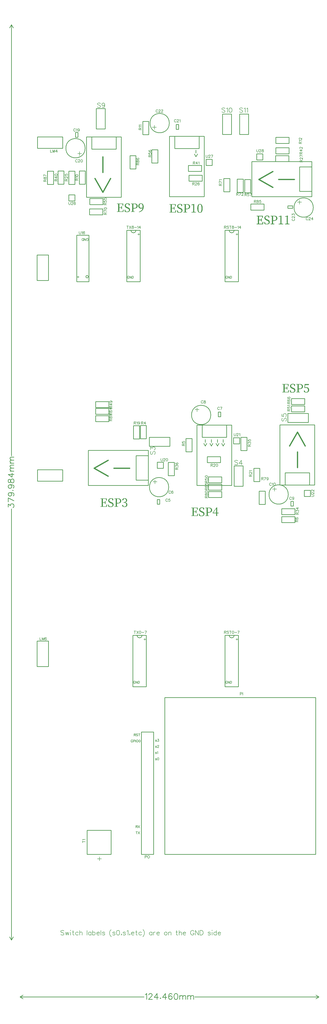
<source format=gto>
G04 Layer: TopSilkLayer*
G04 EasyEDA v6.1.52, Thu, 18 Jul 2019 05:09:05 GMT*
G04 8382f10332f7419696121afc9098c204,10*
G04 Gerber Generator version 0.2*
G04 Scale: 100 percent, Rotated: No, Reflected: No *
G04 Dimensions in millimeters *
G04 leading zeros omitted , absolute positions ,3 integer and 3 decimal *
%FSLAX33Y33*%
%MOMM*%
G90*
G71D02*

%ADD10C,0.254000*%
%ADD12C,0.499999*%
%ADD16C,0.203200*%
%ADD25C,0.177800*%
%ADD26C,0.250012*%

%LPD*%
G54D10*
G01X17780Y190754D02*
G01X17780Y195453D01*
G01X7239Y190754D02*
G01X7239Y195453D01*
G01X17780Y190754D02*
G01X7239Y190754D01*
G01X17780Y195453D02*
G01X7239Y195453D01*
G01X17780Y328930D02*
G01X17780Y333629D01*
G01X7239Y328930D02*
G01X7239Y333629D01*
G01X17780Y328930D02*
G01X7239Y328930D01*
G01X17780Y333629D02*
G01X7239Y333629D01*
G01X27940Y35814D02*
G01X37939Y35814D01*
G01X27940Y35814D02*
G01X27940Y45813D01*
G01X27940Y45813D02*
G01X37939Y45813D01*
G01X37939Y35814D02*
G01X37939Y45813D01*
G01X60309Y35814D02*
G01X123108Y35814D01*
G01X60309Y100893D02*
G01X123108Y100893D01*
G01X123108Y35814D02*
G01X123108Y100893D01*
G01X60309Y100893D02*
G01X60309Y35814D01*
G01X57150Y198628D02*
G01X59690Y198628D01*
G01X57150Y196088D02*
G01X59690Y196088D01*
G01X59690Y198628D02*
G01X59690Y196088D01*
G01X57150Y198628D02*
G01X57150Y196088D01*
G01X88900Y208788D02*
G01X91440Y208788D01*
G01X88900Y206248D02*
G01X91440Y206248D01*
G01X91440Y208788D02*
G01X91440Y206248D01*
G01X88900Y208788D02*
G01X88900Y206248D01*
G01X118364Y186944D02*
G01X120904Y186944D01*
G01X118364Y184404D02*
G01X120904Y184404D01*
G01X120904Y186944D02*
G01X120904Y184404D01*
G01X118364Y186944D02*
G01X118364Y184404D01*
G01X20320Y309626D02*
G01X22860Y309626D01*
G01X20320Y307086D02*
G01X22860Y307086D01*
G01X22860Y309626D02*
G01X22860Y307086D01*
G01X20320Y309626D02*
G01X20320Y307086D01*
G01X77470Y324358D02*
G01X80010Y324358D01*
G01X77470Y321818D02*
G01X80010Y321818D01*
G01X80010Y324358D02*
G01X80010Y321818D01*
G01X77470Y324358D02*
G01X77470Y321818D01*
G01X98552Y326644D02*
G01X101092Y326644D01*
G01X98552Y324104D02*
G01X101092Y324104D01*
G01X101092Y326644D02*
G01X101092Y324104D01*
G01X98552Y326644D02*
G01X98552Y324104D01*
G01X55626Y35814D02*
G01X55626Y86614D01*
G01X55626Y35814D02*
G01X50546Y35814D01*
G01X50546Y35814D02*
G01X50546Y86614D01*
G01X55626Y86614D02*
G01X50546Y86614D01*
G01X7112Y113792D02*
G01X11811Y113792D01*
G01X7112Y124333D02*
G01X11811Y124333D01*
G01X7112Y113792D02*
G01X7112Y124333D01*
G01X11811Y113792D02*
G01X11811Y124333D01*
G01X7112Y274066D02*
G01X11811Y274066D01*
G01X7112Y284607D02*
G01X11811Y284607D01*
G01X7112Y274066D02*
G01X7112Y284607D01*
G01X11811Y274066D02*
G01X11811Y284607D01*
G01X46990Y126746D02*
G01X52578Y126746D01*
G01X52578Y105410D01*
G01X46990Y105410D01*
G01X46990Y126746D01*
G01X46990Y126746D01*
G01X85344Y126746D02*
G01X90932Y126746D01*
G01X90932Y105410D01*
G01X85344Y105410D01*
G01X85344Y126746D01*
G01X85344Y126746D01*
G01X28702Y274828D02*
G01X28702Y273558D01*
G01X23622Y273558D01*
G01X23622Y292862D01*
G01X28702Y292862D01*
G01X28702Y291592D01*
G01X28702Y274828D02*
G01X28702Y291592D01*
G01X85344Y294894D02*
G01X90932Y294894D01*
G01X90932Y273558D01*
G01X85344Y273558D01*
G01X85344Y294894D01*
G01X85344Y294894D01*
G01X44450Y294894D02*
G01X50038Y294894D01*
G01X50038Y273558D01*
G01X44450Y273558D01*
G01X44450Y294894D01*
G01X44450Y294894D01*
G01X53848Y205232D02*
G01X53848Y208931D01*
G01X53848Y205232D02*
G01X62347Y205232D01*
G01X53848Y208931D02*
G01X62347Y208931D01*
G01X62348Y205232D02*
G01X62348Y208931D01*
G01X89154Y197104D02*
G01X92853Y197104D01*
G01X89154Y197104D02*
G01X89154Y188604D01*
G01X92853Y197104D02*
G01X92853Y188604D01*
G01X89154Y188603D02*
G01X92853Y188603D01*
G01X31496Y223774D02*
G01X31496Y221274D01*
G01X31496Y223774D02*
G01X36995Y223774D01*
G01X36995Y223774D02*
G01X36995Y221274D01*
G01X31496Y221274D02*
G01X36995Y221274D01*
G01X78486Y192532D02*
G01X78486Y190032D01*
G01X78486Y192532D02*
G01X83985Y192532D01*
G01X83985Y192532D02*
G01X83985Y190032D01*
G01X78486Y190032D02*
G01X83985Y190032D01*
G01X113030Y221996D02*
G01X113030Y219496D01*
G01X113030Y221996D02*
G01X118529Y221996D01*
G01X118529Y221996D02*
G01X118529Y219496D01*
G01X113030Y219496D02*
G01X118529Y219496D01*
G01X34544Y305562D02*
G01X34544Y308061D01*
G01X34544Y305562D02*
G01X29044Y305562D01*
G01X29044Y305562D02*
G01X29044Y308061D01*
G01X34544Y308061D02*
G01X29044Y308061D01*
G01X54864Y322834D02*
G01X57363Y322834D01*
G01X54864Y322834D02*
G01X54864Y328333D01*
G01X54864Y328333D02*
G01X57363Y328333D01*
G01X57363Y322834D02*
G01X57363Y328333D01*
G01X96012Y315976D02*
G01X93512Y315976D01*
G01X96012Y315976D02*
G01X96012Y310476D01*
G01X96012Y310476D02*
G01X93512Y310476D01*
G01X93512Y315976D02*
G01X93512Y310476D01*
G01X31496Y220980D02*
G01X31496Y218480D01*
G01X31496Y220980D02*
G01X36995Y220980D01*
G01X36995Y220980D02*
G01X36995Y218480D01*
G01X31496Y218480D02*
G01X36995Y218480D01*
G01X78486Y189484D02*
G01X78486Y186984D01*
G01X78486Y189484D02*
G01X83985Y189484D01*
G01X83985Y189484D02*
G01X83985Y186984D01*
G01X78486Y186984D02*
G01X83985Y186984D01*
G01X113030Y225044D02*
G01X113030Y222544D01*
G01X113030Y225044D02*
G01X118529Y225044D01*
G01X118529Y225044D02*
G01X118529Y222544D01*
G01X113030Y222544D02*
G01X118529Y222544D01*
G01X28956Y303784D02*
G01X28956Y301284D01*
G01X28956Y303784D02*
G01X34455Y303784D01*
G01X34455Y303784D02*
G01X34455Y301284D01*
G01X28956Y301284D02*
G01X34455Y301284D01*
G01X84836Y310896D02*
G01X87335Y310896D01*
G01X84836Y310896D02*
G01X84836Y316395D01*
G01X84836Y316395D02*
G01X87335Y316395D01*
G01X87335Y310896D02*
G01X87335Y316395D01*
G01X90424Y310642D02*
G01X92923Y310642D01*
G01X90424Y310642D02*
G01X90424Y316141D01*
G01X90424Y316141D02*
G01X92923Y316141D01*
G01X92923Y310642D02*
G01X92923Y316141D01*
G01X99568Y181102D02*
G01X102067Y181102D01*
G01X99568Y181102D02*
G01X99568Y186601D01*
G01X99568Y186601D02*
G01X102067Y186601D01*
G01X102067Y181102D02*
G01X102067Y186601D01*
G01X78486Y186436D02*
G01X78486Y183936D01*
G01X78486Y186436D02*
G01X83985Y186436D01*
G01X83985Y186436D02*
G01X83985Y183936D01*
G01X78486Y183936D02*
G01X83985Y183936D01*
G01X31496Y217932D02*
G01X31496Y215432D01*
G01X31496Y217932D02*
G01X36995Y217932D01*
G01X36995Y217932D02*
G01X36995Y215432D01*
G01X31496Y215432D02*
G01X36995Y215432D01*
G01X101600Y303276D02*
G01X101600Y305775D01*
G01X101600Y303276D02*
G01X96100Y303276D01*
G01X96100Y303276D02*
G01X96100Y305775D01*
G01X101600Y305775D02*
G01X96100Y305775D01*
G01X48260Y325882D02*
G01X45760Y325882D01*
G01X48260Y325882D02*
G01X48260Y320382D01*
G01X48260Y320382D02*
G01X45760Y320382D01*
G01X45760Y325882D02*
G01X45760Y320382D01*
G01X11430Y313944D02*
G01X13929Y313944D01*
G01X11430Y313944D02*
G01X11430Y319443D01*
G01X11430Y319443D02*
G01X13929Y319443D01*
G01X13929Y313944D02*
G01X13929Y319443D01*
G01X52578Y213868D02*
G01X50078Y213868D01*
G01X52578Y213868D02*
G01X52578Y208368D01*
G01X52578Y208368D02*
G01X50078Y208367D01*
G01X50078Y213868D02*
G01X50078Y208368D01*
G01X69088Y202946D02*
G01X71587Y202946D01*
G01X69088Y202946D02*
G01X69088Y208445D01*
G01X69088Y208445D02*
G01X71587Y208446D01*
G01X71587Y202946D02*
G01X71587Y208445D01*
G01X108966Y176022D02*
G01X108966Y173522D01*
G01X108966Y176022D02*
G01X114465Y176022D01*
G01X114465Y176022D02*
G01X114466Y173522D01*
G01X108966Y173522D02*
G01X114465Y173522D01*
G01X27178Y319532D02*
G01X24678Y319532D01*
G01X27178Y319532D02*
G01X27178Y314032D01*
G01X27178Y314032D02*
G01X24678Y314031D01*
G01X24678Y319532D02*
G01X24678Y314032D01*
G01X53594Y340106D02*
G01X51094Y340106D01*
G01X53594Y340106D02*
G01X53594Y334606D01*
G01X53594Y334606D02*
G01X51094Y334605D01*
G01X51094Y340106D02*
G01X51094Y334606D01*
G01X112014Y330962D02*
G01X112014Y333461D01*
G01X112014Y330962D02*
G01X106514Y330962D01*
G01X106514Y330962D02*
G01X106513Y333461D01*
G01X112014Y333461D02*
G01X106514Y333461D01*
G01X82550Y219456D02*
G01X83566Y219456D01*
G01X82550Y219456D02*
G01X82550Y217457D01*
G01X83566Y219456D02*
G01X83566Y217457D01*
G01X82550Y217456D02*
G01X83566Y217456D01*
G01X112776Y182372D02*
G01X113792Y182372D01*
G01X112776Y182372D02*
G01X112776Y180373D01*
G01X113792Y182372D02*
G01X113792Y180373D01*
G01X112776Y180372D02*
G01X113792Y180372D01*
G01X24130Y333502D02*
G01X23114Y333502D01*
G01X24130Y333502D02*
G01X24130Y335500D01*
G01X23114Y333502D02*
G01X23114Y335500D01*
G01X24130Y335501D02*
G01X23114Y335501D01*
G01X66040Y336804D02*
G01X65024Y336804D01*
G01X66040Y336804D02*
G01X66040Y338802D01*
G01X65024Y336804D02*
G01X65024Y338802D01*
G01X66040Y338803D02*
G01X65024Y338803D01*
G01X111506Y304038D02*
G01X111506Y305054D01*
G01X111506Y304038D02*
G01X113504Y304038D01*
G01X111506Y305054D02*
G01X113504Y305054D01*
G01X113504Y304038D02*
G01X113504Y305054D01*
G01X108966Y179324D02*
G01X108966Y176824D01*
G01X108966Y179324D02*
G01X114465Y179324D01*
G01X114465Y179324D02*
G01X114466Y176824D01*
G01X108966Y176824D02*
G01X114465Y176824D01*
G01X91948Y203454D02*
G01X94447Y203454D01*
G01X91948Y203454D02*
G01X91948Y208953D01*
G01X91948Y208953D02*
G01X94447Y208954D01*
G01X94447Y203454D02*
G01X94447Y208953D01*
G01X61722Y193040D02*
G01X64221Y193040D01*
G01X61722Y193040D02*
G01X61722Y198539D01*
G01X61722Y198539D02*
G01X64221Y198540D01*
G01X64221Y193040D02*
G01X64221Y198539D01*
G01X18288Y319532D02*
G01X15788Y319532D01*
G01X18288Y319532D02*
G01X18288Y314032D01*
G01X18288Y314032D02*
G01X15788Y314031D01*
G01X15788Y319532D02*
G01X15788Y314032D01*
G01X70104Y321818D02*
G01X70104Y319318D01*
G01X70104Y321818D02*
G01X75603Y321818D01*
G01X75603Y321818D02*
G01X75604Y319318D01*
G01X70104Y319318D02*
G01X75603Y319318D01*
G01X112014Y326644D02*
G01X112014Y329143D01*
G01X112014Y326644D02*
G01X106514Y326644D01*
G01X106514Y326644D02*
G01X106513Y329143D01*
G01X112014Y329143D02*
G01X106514Y329143D01*
G01X76708Y308864D02*
G01X62207Y308864D01*
G01X76708Y333862D02*
G01X62207Y333862D01*
G01X76708Y308864D02*
G01X76708Y333862D01*
G01X62207Y308864D02*
G01X62207Y333862D01*
G01X74538Y328782D02*
G01X74538Y333862D01*
G01X64378Y328782D02*
G01X64378Y333862D01*
G01X74538Y328782D02*
G01X64378Y328782D01*
G01X88138Y188976D02*
G01X73637Y188976D01*
G01X88138Y213974D02*
G01X73637Y213974D01*
G01X88138Y188976D02*
G01X88138Y213974D01*
G01X73637Y188976D02*
G01X73637Y213974D01*
G01X85968Y208894D02*
G01X85968Y213974D01*
G01X75808Y208894D02*
G01X75808Y213974D01*
G01X85968Y208894D02*
G01X75808Y208894D01*
G01X47244Y208280D02*
G01X49743Y208280D01*
G01X47244Y208280D02*
G01X47244Y213779D01*
G01X47244Y213779D02*
G01X49743Y213780D01*
G01X49743Y208280D02*
G01X49743Y213779D01*
G01X77978Y200914D02*
G01X77978Y198414D01*
G01X77978Y200914D02*
G01X83477Y200914D01*
G01X83477Y200914D02*
G01X83477Y198414D01*
G01X77978Y198414D02*
G01X83477Y198414D01*
G01X99822Y196088D02*
G01X97322Y196088D01*
G01X99822Y196088D02*
G01X99822Y190588D01*
G01X99822Y190588D02*
G01X97322Y190587D01*
G01X97322Y196088D02*
G01X97322Y190588D01*
G01X20320Y313944D02*
G01X22819Y313944D01*
G01X20320Y313944D02*
G01X20320Y319443D01*
G01X20320Y319443D02*
G01X22819Y319444D01*
G01X22819Y313944D02*
G01X22819Y319443D01*
G01X70358Y317754D02*
G01X70358Y315254D01*
G01X70358Y317754D02*
G01X75857Y317754D01*
G01X75857Y317754D02*
G01X75857Y315254D01*
G01X70358Y315254D02*
G01X75857Y315254D01*
G01X106426Y325882D02*
G01X106426Y323382D01*
G01X106426Y325882D02*
G01X111925Y325882D01*
G01X111925Y325882D02*
G01X111926Y323382D01*
G01X106426Y323382D02*
G01X111925Y323382D01*
G01X57150Y183134D02*
G01X58166Y183134D01*
G01X57150Y183134D02*
G01X57150Y181135D01*
G01X58166Y183134D02*
G01X58166Y181135D01*
G01X57150Y181134D02*
G01X58166Y181134D01*
G01X31750Y345440D02*
G01X35449Y345440D01*
G01X31750Y345440D02*
G01X31750Y336940D01*
G01X35449Y345440D02*
G01X35449Y336940D01*
G01X31750Y336939D02*
G01X35449Y336939D01*
G01X84328Y343154D02*
G01X88027Y343154D01*
G01X84328Y343154D02*
G01X84328Y334654D01*
G01X88027Y343154D02*
G01X88027Y334654D01*
G01X84328Y334653D02*
G01X88027Y334653D01*
G01X91440Y343154D02*
G01X95139Y343154D01*
G01X91440Y343154D02*
G01X91440Y334654D01*
G01X95139Y343154D02*
G01X95139Y334654D01*
G01X91440Y334653D02*
G01X95139Y334653D01*
G01X111506Y215138D02*
G01X111506Y218837D01*
G01X111506Y215138D02*
G01X120005Y215138D01*
G01X111506Y218837D02*
G01X120005Y218837D01*
G01X120006Y215138D02*
G01X120006Y218837D01*
G01X28448Y188976D02*
G01X28448Y203475D01*
G01X53447Y188976D02*
G01X53447Y203475D01*
G01X28448Y188976D02*
G01X53447Y188976D01*
G01X28448Y203475D02*
G01X53447Y203475D01*
G01X48367Y191145D02*
G01X53447Y191145D01*
G01X48367Y201305D02*
G01X53447Y201305D01*
G01X48367Y191145D02*
G01X48367Y201305D01*
G01X108204Y214122D02*
G01X122703Y214122D01*
G01X108204Y189122D02*
G01X122703Y189122D01*
G01X108204Y214122D02*
G01X108204Y189122D01*
G01X122703Y214122D02*
G01X122703Y189122D01*
G01X110373Y194202D02*
G01X110373Y189122D01*
G01X120533Y194202D02*
G01X120533Y189122D01*
G01X110373Y194202D02*
G01X120533Y194202D01*
G01X42164Y308610D02*
G01X27664Y308610D01*
G01X42164Y333609D02*
G01X27664Y333609D01*
G01X42164Y308610D02*
G01X42164Y333609D01*
G01X27664Y308610D02*
G01X27664Y333609D01*
G01X39994Y328529D02*
G01X39994Y333609D01*
G01X29834Y328529D02*
G01X29834Y333609D01*
G01X39994Y328529D02*
G01X29834Y328529D01*
G01X96520Y308864D02*
G01X96520Y323363D01*
G01X121519Y308864D02*
G01X121519Y323363D01*
G01X96520Y308864D02*
G01X121519Y308864D01*
G01X96520Y323363D02*
G01X121519Y323363D01*
G01X116439Y311033D02*
G01X121519Y311033D01*
G01X116439Y321193D02*
G01X121519Y321193D01*
G01X116439Y311033D02*
G01X116439Y321193D01*
G54D25*
G01X12700Y328282D02*
G01X12700Y327192D01*
G01X12700Y327192D02*
G01X13322Y327192D01*
G01X13665Y328282D02*
G01X13665Y327192D01*
G01X13665Y328282D02*
G01X14081Y327192D01*
G01X14498Y328282D02*
G01X14081Y327192D01*
G01X14498Y328282D02*
G01X14498Y327192D01*
G01X15359Y328282D02*
G01X14841Y327555D01*
G01X15621Y327555D01*
G01X15359Y328282D02*
G01X15359Y327192D01*
G01X26047Y41003D02*
G01X27137Y41003D01*
G01X26047Y40640D02*
G01X26047Y41366D01*
G01X26253Y41709D02*
G01X26202Y41813D01*
G01X26047Y41970D01*
G01X27137Y41970D01*
G54D16*
G01X32258Y33964D02*
G01X33919Y33964D01*
G01X33088Y33134D02*
G01X33088Y34798D01*
G54D25*
G01X91694Y102984D02*
G01X91694Y101894D01*
G01X91694Y102984D02*
G01X92161Y102984D01*
G01X92316Y102933D01*
G01X92369Y102882D01*
G01X92420Y102778D01*
G01X92420Y102621D01*
G01X92369Y102516D01*
G01X92316Y102466D01*
G01X92161Y102412D01*
G01X91694Y102412D01*
G01X92763Y102984D02*
G01X92763Y101894D01*
G01X58674Y200152D02*
G01X58674Y199374D01*
G01X58724Y199217D01*
G01X58828Y199113D01*
G01X58986Y199062D01*
G01X59090Y199062D01*
G01X59245Y199113D01*
G01X59349Y199217D01*
G01X59400Y199374D01*
G01X59400Y200152D01*
G01X59796Y199892D02*
G01X59796Y199946D01*
G01X59847Y200050D01*
G01X59900Y200101D01*
G01X60004Y200152D01*
G01X60210Y200152D01*
G01X60314Y200101D01*
G01X60368Y200050D01*
G01X60418Y199946D01*
G01X60418Y199842D01*
G01X60368Y199737D01*
G01X60264Y199580D01*
G01X59743Y199062D01*
G01X60472Y199062D01*
G01X61125Y200152D02*
G01X60970Y200101D01*
G01X60866Y199946D01*
G01X60815Y199684D01*
G01X60815Y199529D01*
G01X60866Y199270D01*
G01X60970Y199113D01*
G01X61125Y199062D01*
G01X61229Y199062D01*
G01X61386Y199113D01*
G01X61490Y199270D01*
G01X61541Y199529D01*
G01X61541Y199684D01*
G01X61490Y199946D01*
G01X61386Y200101D01*
G01X61229Y200152D01*
G01X61125Y200152D01*
G01X89154Y210566D02*
G01X89154Y209788D01*
G01X89204Y209631D01*
G01X89308Y209527D01*
G01X89466Y209476D01*
G01X89570Y209476D01*
G01X89725Y209527D01*
G01X89829Y209631D01*
G01X89880Y209788D01*
G01X89880Y210566D01*
G01X90276Y210306D02*
G01X90276Y210360D01*
G01X90327Y210464D01*
G01X90380Y210515D01*
G01X90484Y210566D01*
G01X90690Y210566D01*
G01X90794Y210515D01*
G01X90848Y210464D01*
G01X90898Y210360D01*
G01X90898Y210256D01*
G01X90848Y210151D01*
G01X90744Y209994D01*
G01X90223Y209476D01*
G01X90952Y209476D01*
G01X91295Y210360D02*
G01X91399Y210411D01*
G01X91554Y210566D01*
G01X91554Y209476D01*
G01X121297Y184289D02*
G01X122074Y184289D01*
G01X122232Y184340D01*
G01X122336Y184444D01*
G01X122387Y184602D01*
G01X122387Y184706D01*
G01X122336Y184861D01*
G01X122232Y184965D01*
G01X122074Y185016D01*
G01X121297Y185016D01*
G01X121556Y185412D02*
G01X121503Y185412D01*
G01X121399Y185463D01*
G01X121348Y185516D01*
G01X121297Y185620D01*
G01X121297Y185826D01*
G01X121348Y185930D01*
G01X121399Y185983D01*
G01X121503Y186034D01*
G01X121607Y186034D01*
G01X121711Y185983D01*
G01X121869Y185879D01*
G01X122387Y185359D01*
G01X122387Y186088D01*
G01X121556Y186481D02*
G01X121503Y186481D01*
G01X121399Y186535D01*
G01X121348Y186585D01*
G01X121297Y186690D01*
G01X121297Y186898D01*
G01X121348Y187002D01*
G01X121399Y187053D01*
G01X121503Y187106D01*
G01X121607Y187106D01*
G01X121711Y187053D01*
G01X121869Y186949D01*
G01X122387Y186430D01*
G01X122387Y187157D01*
G01X20320Y306578D02*
G01X20320Y305800D01*
G01X20370Y305643D01*
G01X20474Y305539D01*
G01X20632Y305488D01*
G01X20736Y305488D01*
G01X20891Y305539D01*
G01X20995Y305643D01*
G01X21046Y305800D01*
G01X21046Y306578D01*
G01X21442Y306318D02*
G01X21442Y306372D01*
G01X21493Y306476D01*
G01X21546Y306527D01*
G01X21650Y306578D01*
G01X21856Y306578D01*
G01X21960Y306527D01*
G01X22014Y306476D01*
G01X22064Y306372D01*
G01X22064Y306268D01*
G01X22014Y306163D01*
G01X21910Y306006D01*
G01X21389Y305488D01*
G01X22118Y305488D01*
G01X23083Y306423D02*
G01X23032Y306527D01*
G01X22875Y306578D01*
G01X22771Y306578D01*
G01X22616Y306527D01*
G01X22512Y306372D01*
G01X22461Y306110D01*
G01X22461Y305851D01*
G01X22512Y305643D01*
G01X22616Y305539D01*
G01X22771Y305488D01*
G01X22824Y305488D01*
G01X22979Y305539D01*
G01X23083Y305643D01*
G01X23136Y305800D01*
G01X23136Y305851D01*
G01X23083Y306006D01*
G01X22979Y306110D01*
G01X22824Y306163D01*
G01X22771Y306163D01*
G01X22616Y306110D01*
G01X22512Y306006D01*
G01X22461Y305851D01*
G01X77470Y326136D02*
G01X77470Y325358D01*
G01X77520Y325201D01*
G01X77624Y325097D01*
G01X77782Y325046D01*
G01X77886Y325046D01*
G01X78041Y325097D01*
G01X78145Y325201D01*
G01X78196Y325358D01*
G01X78196Y326136D01*
G01X78592Y325876D02*
G01X78592Y325930D01*
G01X78643Y326034D01*
G01X78696Y326085D01*
G01X78800Y326136D01*
G01X79006Y326136D01*
G01X79110Y326085D01*
G01X79164Y326034D01*
G01X79214Y325930D01*
G01X79214Y325826D01*
G01X79164Y325721D01*
G01X79060Y325564D01*
G01X78539Y325046D01*
G01X79268Y325046D01*
G01X80337Y326136D02*
G01X79819Y325046D01*
G01X79611Y326136D02*
G01X80337Y326136D01*
G01X98552Y328422D02*
G01X98552Y327644D01*
G01X98602Y327487D01*
G01X98706Y327383D01*
G01X98864Y327332D01*
G01X98968Y327332D01*
G01X99123Y327383D01*
G01X99227Y327487D01*
G01X99278Y327644D01*
G01X99278Y328422D01*
G01X99674Y328162D02*
G01X99674Y328216D01*
G01X99725Y328320D01*
G01X99778Y328371D01*
G01X99882Y328422D01*
G01X100088Y328422D01*
G01X100192Y328371D01*
G01X100246Y328320D01*
G01X100296Y328216D01*
G01X100296Y328112D01*
G01X100246Y328007D01*
G01X100142Y327850D01*
G01X99621Y327332D01*
G01X100350Y327332D01*
G01X100952Y328422D02*
G01X100797Y328371D01*
G01X100744Y328267D01*
G01X100744Y328162D01*
G01X100797Y328058D01*
G01X100901Y328007D01*
G01X101107Y327954D01*
G01X101264Y327903D01*
G01X101368Y327799D01*
G01X101419Y327695D01*
G01X101419Y327540D01*
G01X101368Y327436D01*
G01X101315Y327383D01*
G01X101160Y327332D01*
G01X100952Y327332D01*
G01X100797Y327383D01*
G01X100744Y327436D01*
G01X100693Y327540D01*
G01X100693Y327695D01*
G01X100744Y327799D01*
G01X100848Y327903D01*
G01X101003Y327954D01*
G01X101211Y328007D01*
G01X101315Y328058D01*
G01X101368Y328162D01*
G01X101368Y328267D01*
G01X101315Y328371D01*
G01X101160Y328422D01*
G01X100952Y328422D01*
G01X52070Y35306D02*
G01X52070Y34216D01*
G01X52070Y35306D02*
G01X52537Y35306D01*
G01X52692Y35255D01*
G01X52745Y35204D01*
G01X52796Y35100D01*
G01X52796Y34942D01*
G01X52745Y34838D01*
G01X52692Y34787D01*
G01X52537Y34734D01*
G01X52070Y34734D01*
G01X53451Y35306D02*
G01X53347Y35255D01*
G01X53243Y35151D01*
G01X53192Y35046D01*
G01X53139Y34891D01*
G01X53139Y34632D01*
G01X53192Y34475D01*
G01X53243Y34371D01*
G01X53347Y34267D01*
G01X53451Y34216D01*
G01X53660Y34216D01*
G01X53764Y34267D01*
G01X53868Y34371D01*
G01X53919Y34475D01*
G01X53972Y34632D01*
G01X53972Y34891D01*
G01X53919Y35046D01*
G01X53868Y35151D01*
G01X53764Y35255D01*
G01X53660Y35306D01*
G01X53451Y35306D01*
G01X8242Y125821D02*
G01X8242Y124731D01*
G01X8242Y124731D02*
G01X8864Y124731D01*
G01X9207Y125821D02*
G01X9207Y124731D01*
G01X9207Y125821D02*
G01X9624Y124731D01*
G01X10040Y125821D02*
G01X9624Y124731D01*
G01X10040Y125821D02*
G01X10040Y124731D01*
G01X11005Y125666D02*
G01X10955Y125770D01*
G01X10797Y125821D01*
G01X10693Y125821D01*
G01X10538Y125770D01*
G01X10434Y125615D01*
G01X10383Y125354D01*
G01X10383Y125094D01*
G01X10434Y124886D01*
G01X10538Y124782D01*
G01X10693Y124731D01*
G01X10746Y124731D01*
G01X10901Y124782D01*
G01X11005Y124886D01*
G01X11059Y125044D01*
G01X11059Y125094D01*
G01X11005Y125249D01*
G01X10901Y125354D01*
G01X10746Y125407D01*
G01X10693Y125407D01*
G01X10538Y125354D01*
G01X10434Y125249D01*
G01X10383Y125094D01*
G01X47861Y128524D02*
G01X47861Y127434D01*
G01X47498Y128524D02*
G01X48224Y128524D01*
G01X48567Y128524D02*
G01X49296Y127434D01*
G01X49296Y128524D02*
G01X48567Y127434D01*
G01X49949Y128524D02*
G01X49794Y128473D01*
G01X49690Y128318D01*
G01X49639Y128056D01*
G01X49639Y127901D01*
G01X49690Y127642D01*
G01X49794Y127485D01*
G01X49949Y127434D01*
G01X50053Y127434D01*
G01X50210Y127485D01*
G01X50314Y127642D01*
G01X50365Y127901D01*
G01X50365Y128056D01*
G01X50314Y128318D01*
G01X50210Y128473D01*
G01X50053Y128524D01*
G01X49949Y128524D01*
G01X50708Y127901D02*
G01X51643Y127901D01*
G01X52715Y128524D02*
G01X52194Y127434D01*
G01X51986Y128524D02*
G01X52715Y128524D01*
G54D16*
G01X51970Y125475D02*
G01X51970Y124658D01*
G01X51562Y125067D02*
G01X52379Y125067D01*
G01X47924Y107467D02*
G01X47881Y107558D01*
G01X47790Y107650D01*
G01X47698Y107696D01*
G01X47515Y107696D01*
G01X47426Y107650D01*
G01X47335Y107558D01*
G01X47289Y107467D01*
G01X47244Y107332D01*
G01X47244Y107104D01*
G01X47289Y106967D01*
G01X47335Y106878D01*
G01X47426Y106786D01*
G01X47515Y106740D01*
G01X47698Y106740D01*
G01X47790Y106786D01*
G01X47881Y106878D01*
G01X47924Y106967D01*
G01X47924Y107104D01*
G01X47698Y107104D02*
G01X47924Y107104D01*
G01X48226Y107696D02*
G01X48226Y106740D01*
G01X48226Y107696D02*
G01X48861Y106740D01*
G01X48861Y107696D02*
G01X48861Y106740D01*
G01X49161Y107696D02*
G01X49161Y106740D01*
G01X49161Y107696D02*
G01X49479Y107696D01*
G01X49616Y107650D01*
G01X49707Y107558D01*
G01X49753Y107467D01*
G01X49799Y107332D01*
G01X49799Y107104D01*
G01X49753Y106967D01*
G01X49707Y106878D01*
G01X49616Y106786D01*
G01X49479Y106740D01*
G01X49161Y106740D01*
G54D25*
G01X85090Y128524D02*
G01X85090Y127434D01*
G01X85090Y128524D02*
G01X85557Y128524D01*
G01X85712Y128473D01*
G01X85765Y128422D01*
G01X85816Y128318D01*
G01X85816Y128214D01*
G01X85765Y128109D01*
G01X85712Y128056D01*
G01X85557Y128005D01*
G01X85090Y128005D01*
G01X85453Y128005D02*
G01X85816Y127434D01*
G01X86888Y128369D02*
G01X86784Y128473D01*
G01X86626Y128524D01*
G01X86420Y128524D01*
G01X86263Y128473D01*
G01X86159Y128369D01*
G01X86159Y128264D01*
G01X86212Y128160D01*
G01X86263Y128109D01*
G01X86367Y128056D01*
G01X86680Y127952D01*
G01X86784Y127901D01*
G01X86834Y127850D01*
G01X86888Y127746D01*
G01X86888Y127589D01*
G01X86784Y127485D01*
G01X86626Y127434D01*
G01X86420Y127434D01*
G01X86263Y127485D01*
G01X86159Y127589D01*
G01X87594Y128524D02*
G01X87594Y127434D01*
G01X87231Y128524D02*
G01X87957Y128524D01*
G01X88612Y128524D02*
G01X88455Y128473D01*
G01X88353Y128318D01*
G01X88300Y128056D01*
G01X88300Y127901D01*
G01X88353Y127642D01*
G01X88455Y127485D01*
G01X88612Y127434D01*
G01X88717Y127434D01*
G01X88872Y127485D01*
G01X88976Y127642D01*
G01X89027Y127901D01*
G01X89027Y128056D01*
G01X88976Y128318D01*
G01X88872Y128473D01*
G01X88717Y128524D01*
G01X88612Y128524D01*
G01X89369Y127901D02*
G01X90307Y127901D01*
G01X91376Y128524D02*
G01X90855Y127434D01*
G01X90650Y128524D02*
G01X91376Y128524D01*
G54D16*
G01X90324Y125475D02*
G01X90324Y124658D01*
G01X89916Y125067D02*
G01X90733Y125067D01*
G01X86278Y107467D02*
G01X86235Y107558D01*
G01X86144Y107650D01*
G01X86052Y107696D01*
G01X85869Y107696D01*
G01X85780Y107650D01*
G01X85689Y107558D01*
G01X85643Y107467D01*
G01X85598Y107332D01*
G01X85598Y107104D01*
G01X85643Y106967D01*
G01X85689Y106878D01*
G01X85780Y106786D01*
G01X85869Y106740D01*
G01X86052Y106740D01*
G01X86144Y106786D01*
G01X86235Y106878D01*
G01X86278Y106967D01*
G01X86278Y107104D01*
G01X86052Y107104D02*
G01X86278Y107104D01*
G01X86580Y107696D02*
G01X86580Y106740D01*
G01X86580Y107696D02*
G01X87215Y106740D01*
G01X87215Y107696D02*
G01X87215Y106740D01*
G01X87515Y107696D02*
G01X87515Y106740D01*
G01X87515Y107696D02*
G01X87833Y107696D01*
G01X87970Y107650D01*
G01X88061Y107558D01*
G01X88107Y107467D01*
G01X88153Y107332D01*
G01X88153Y107104D01*
G01X88107Y106967D01*
G01X88061Y106878D01*
G01X87970Y106786D01*
G01X87833Y106740D01*
G01X87515Y106740D01*
G54D25*
G01X24638Y294386D02*
G01X24638Y293608D01*
G01X24688Y293451D01*
G01X24792Y293347D01*
G01X24950Y293296D01*
G01X25054Y293296D01*
G01X25209Y293347D01*
G01X25313Y293451D01*
G01X25364Y293608D01*
G01X25364Y294386D01*
G01X25707Y294180D02*
G01X25811Y294231D01*
G01X25968Y294386D01*
G01X25968Y293296D01*
G01X26934Y294231D02*
G01X26883Y294335D01*
G01X26725Y294386D01*
G01X26621Y294386D01*
G01X26466Y294335D01*
G01X26362Y294180D01*
G01X26311Y293918D01*
G01X26311Y293659D01*
G01X26362Y293451D01*
G01X26466Y293347D01*
G01X26621Y293296D01*
G01X26675Y293296D01*
G01X26830Y293347D01*
G01X26934Y293451D01*
G01X26987Y293608D01*
G01X26987Y293659D01*
G01X26934Y293814D01*
G01X26830Y293918D01*
G01X26675Y293972D01*
G01X26621Y293972D01*
G01X26466Y293918D01*
G01X26362Y293814D01*
G01X26311Y293659D01*
G54D16*
G01X24216Y275081D02*
G01X24216Y275925D01*
G01X24638Y275503D02*
G01X23794Y275503D01*
G01X27744Y290756D02*
G01X27790Y290662D01*
G01X27884Y290568D01*
G01X27978Y290520D01*
G01X28166Y290520D01*
G01X28260Y290568D01*
G01X28354Y290662D01*
G01X28402Y290756D01*
G01X28448Y290896D01*
G01X28448Y291129D01*
G01X28402Y291271D01*
G01X28354Y291365D01*
G01X28260Y291459D01*
G01X28166Y291505D01*
G01X27978Y291505D01*
G01X27884Y291459D01*
G01X27790Y291365D01*
G01X27744Y291271D01*
G01X27744Y291129D01*
G01X27978Y291129D02*
G01X27744Y291129D01*
G01X27434Y290520D02*
G01X27434Y291505D01*
G01X27434Y290520D02*
G01X26779Y291505D01*
G01X26779Y290520D02*
G01X26779Y291505D01*
G01X26469Y290520D02*
G01X26469Y291505D01*
G01X26469Y290520D02*
G01X26139Y290520D01*
G01X25999Y290568D01*
G01X25905Y290662D01*
G01X25859Y290756D01*
G01X25811Y290896D01*
G01X25811Y291129D01*
G01X25859Y291271D01*
G01X25905Y291365D01*
G01X25999Y291459D01*
G01X26139Y291505D01*
G01X26469Y291505D01*
G54D25*
G01X85090Y296671D02*
G01X85090Y295582D01*
G01X85090Y296671D02*
G01X85557Y296671D01*
G01X85712Y296621D01*
G01X85765Y296570D01*
G01X85816Y296466D01*
G01X85816Y296362D01*
G01X85765Y296257D01*
G01X85712Y296204D01*
G01X85557Y296153D01*
G01X85090Y296153D01*
G01X85453Y296153D02*
G01X85816Y295582D01*
G01X86888Y296517D02*
G01X86784Y296621D01*
G01X86626Y296671D01*
G01X86420Y296671D01*
G01X86263Y296621D01*
G01X86159Y296517D01*
G01X86159Y296412D01*
G01X86212Y296308D01*
G01X86263Y296257D01*
G01X86367Y296204D01*
G01X86680Y296100D01*
G01X86784Y296049D01*
G01X86834Y295998D01*
G01X86888Y295894D01*
G01X86888Y295737D01*
G01X86784Y295633D01*
G01X86626Y295582D01*
G01X86420Y295582D01*
G01X86263Y295633D01*
G01X86159Y295737D01*
G01X87594Y296671D02*
G01X87594Y295582D01*
G01X87231Y296671D02*
G01X87957Y296671D01*
G01X88559Y296671D02*
G01X88404Y296621D01*
G01X88353Y296517D01*
G01X88353Y296412D01*
G01X88404Y296308D01*
G01X88508Y296257D01*
G01X88717Y296204D01*
G01X88872Y296153D01*
G01X88976Y296049D01*
G01X89027Y295945D01*
G01X89027Y295790D01*
G01X88976Y295686D01*
G01X88925Y295633D01*
G01X88767Y295582D01*
G01X88559Y295582D01*
G01X88404Y295633D01*
G01X88353Y295686D01*
G01X88300Y295790D01*
G01X88300Y295945D01*
G01X88353Y296049D01*
G01X88455Y296153D01*
G01X88612Y296204D01*
G01X88821Y296257D01*
G01X88925Y296308D01*
G01X88976Y296412D01*
G01X88976Y296517D01*
G01X88925Y296621D01*
G01X88767Y296671D01*
G01X88559Y296671D01*
G01X89369Y296049D02*
G01X90307Y296049D01*
G01X90650Y296466D02*
G01X90754Y296517D01*
G01X90909Y296671D01*
G01X90909Y295582D01*
G01X91770Y296671D02*
G01X91252Y295945D01*
G01X92031Y295945D01*
G01X91770Y296671D02*
G01X91770Y295582D01*
G54D16*
G01X90324Y293623D02*
G01X90324Y292806D01*
G01X89916Y293215D02*
G01X90733Y293215D01*
G01X86278Y275615D02*
G01X86235Y275706D01*
G01X86144Y275798D01*
G01X86052Y275844D01*
G01X85869Y275844D01*
G01X85780Y275798D01*
G01X85689Y275706D01*
G01X85643Y275615D01*
G01X85598Y275480D01*
G01X85598Y275252D01*
G01X85643Y275115D01*
G01X85689Y275026D01*
G01X85780Y274934D01*
G01X85869Y274888D01*
G01X86052Y274888D01*
G01X86144Y274934D01*
G01X86235Y275026D01*
G01X86278Y275115D01*
G01X86278Y275252D01*
G01X86052Y275252D02*
G01X86278Y275252D01*
G01X86580Y275844D02*
G01X86580Y274888D01*
G01X86580Y275844D02*
G01X87215Y274888D01*
G01X87215Y275844D02*
G01X87215Y274888D01*
G01X87515Y275844D02*
G01X87515Y274888D01*
G01X87515Y275844D02*
G01X87833Y275844D01*
G01X87970Y275798D01*
G01X88061Y275706D01*
G01X88107Y275615D01*
G01X88153Y275480D01*
G01X88153Y275252D01*
G01X88107Y275115D01*
G01X88061Y275026D01*
G01X87970Y274934D01*
G01X87833Y274888D01*
G01X87515Y274888D01*
G54D25*
G01X44813Y296671D02*
G01X44813Y295582D01*
G01X44450Y296671D02*
G01X45176Y296671D01*
G01X45519Y296671D02*
G01X46248Y295582D01*
G01X46248Y296671D02*
G01X45519Y295582D01*
G01X46850Y296671D02*
G01X46695Y296621D01*
G01X46642Y296517D01*
G01X46642Y296412D01*
G01X46695Y296308D01*
G01X46799Y296257D01*
G01X47005Y296204D01*
G01X47162Y296153D01*
G01X47266Y296049D01*
G01X47317Y295945D01*
G01X47317Y295790D01*
G01X47266Y295686D01*
G01X47213Y295633D01*
G01X47058Y295582D01*
G01X46850Y295582D01*
G01X46695Y295633D01*
G01X46642Y295686D01*
G01X46591Y295790D01*
G01X46591Y295945D01*
G01X46642Y296049D01*
G01X46746Y296153D01*
G01X46901Y296204D01*
G01X47109Y296257D01*
G01X47213Y296308D01*
G01X47266Y296412D01*
G01X47266Y296517D01*
G01X47213Y296621D01*
G01X47058Y296671D01*
G01X46850Y296671D01*
G01X47660Y296049D02*
G01X48595Y296049D01*
G01X48938Y296466D02*
G01X49042Y296517D01*
G01X49199Y296671D01*
G01X49199Y295582D01*
G01X50060Y296671D02*
G01X49542Y295945D01*
G01X50319Y295945D01*
G01X50060Y296671D02*
G01X50060Y295582D01*
G54D16*
G01X49430Y293623D02*
G01X49430Y292806D01*
G01X49022Y293215D02*
G01X49839Y293215D01*
G01X45384Y275615D02*
G01X45341Y275706D01*
G01X45250Y275798D01*
G01X45158Y275844D01*
G01X44975Y275844D01*
G01X44886Y275798D01*
G01X44795Y275706D01*
G01X44749Y275615D01*
G01X44704Y275480D01*
G01X44704Y275252D01*
G01X44749Y275115D01*
G01X44795Y275026D01*
G01X44886Y274934D01*
G01X44975Y274888D01*
G01X45158Y274888D01*
G01X45250Y274934D01*
G01X45341Y275026D01*
G01X45384Y275115D01*
G01X45384Y275252D01*
G01X45158Y275252D02*
G01X45384Y275252D01*
G01X45686Y275844D02*
G01X45686Y274888D01*
G01X45686Y275844D02*
G01X46321Y274888D01*
G01X46321Y275844D02*
G01X46321Y274888D01*
G01X46621Y275844D02*
G01X46621Y274888D01*
G01X46621Y275844D02*
G01X46939Y275844D01*
G01X47076Y275798D01*
G01X47167Y275706D01*
G01X47213Y275615D01*
G01X47259Y275480D01*
G01X47259Y275252D01*
G01X47213Y275115D01*
G01X47167Y275026D01*
G01X47076Y274934D01*
G01X46939Y274888D01*
G01X46621Y274888D01*
G54D25*
G01X54627Y203106D02*
G01X54444Y202923D01*
G01X54355Y202651D01*
G01X54355Y202288D01*
G01X54444Y202016D01*
G01X54627Y201833D01*
G01X54808Y201833D01*
G01X54990Y201924D01*
G01X55082Y202016D01*
G01X55173Y202196D01*
G01X55354Y202742D01*
G01X55445Y202923D01*
G01X55537Y203014D01*
G01X55717Y203106D01*
G01X55991Y203106D01*
G01X56172Y202923D01*
G01X56263Y202651D01*
G01X56263Y202288D01*
G01X56172Y202016D01*
G01X55991Y201833D01*
G01X54355Y203888D02*
G01X54355Y204889D01*
G01X55082Y204343D01*
G01X55082Y204614D01*
G01X55173Y204797D01*
G01X55262Y204889D01*
G01X55537Y204978D01*
G01X55717Y204978D01*
G01X55991Y204889D01*
G01X56172Y204706D01*
G01X56263Y204434D01*
G01X56263Y204160D01*
G01X56172Y203888D01*
G01X56083Y203796D01*
G01X55900Y203705D01*
G01X90680Y199118D02*
G01X90497Y199301D01*
G01X90225Y199389D01*
G01X89862Y199389D01*
G01X89590Y199301D01*
G01X89408Y199118D01*
G01X89408Y198937D01*
G01X89499Y198754D01*
G01X89590Y198663D01*
G01X89771Y198572D01*
G01X90317Y198391D01*
G01X90497Y198300D01*
G01X90589Y198208D01*
G01X90680Y198028D01*
G01X90680Y197754D01*
G01X90497Y197573D01*
G01X90225Y197482D01*
G01X89862Y197482D01*
G01X89590Y197573D01*
G01X89408Y197754D01*
G01X92189Y199389D02*
G01X91279Y198117D01*
G01X92643Y198117D01*
G01X92189Y199389D02*
G01X92189Y197482D01*
G01X37338Y221160D02*
G01X38427Y221160D01*
G01X37338Y221160D02*
G01X37338Y221627D01*
G01X37388Y221782D01*
G01X37439Y221835D01*
G01X37543Y221886D01*
G01X37647Y221886D01*
G01X37752Y221835D01*
G01X37805Y221782D01*
G01X37856Y221627D01*
G01X37856Y221160D01*
G01X37856Y221523D02*
G01X38427Y221886D01*
G01X37338Y222750D02*
G01X38064Y222229D01*
G01X38064Y223009D01*
G01X37338Y222750D02*
G01X38427Y222750D01*
G01X37701Y224027D02*
G01X37856Y223977D01*
G01X37960Y223873D01*
G01X38011Y223715D01*
G01X38011Y223664D01*
G01X37960Y223509D01*
G01X37856Y223405D01*
G01X37701Y223352D01*
G01X37647Y223352D01*
G01X37492Y223405D01*
G01X37388Y223509D01*
G01X37338Y223664D01*
G01X37338Y223715D01*
G01X37388Y223873D01*
G01X37492Y223977D01*
G01X37701Y224027D01*
G01X37960Y224027D01*
G01X38219Y223977D01*
G01X38376Y223873D01*
G01X38427Y223715D01*
G01X38427Y223611D01*
G01X38376Y223456D01*
G01X38272Y223405D01*
G01X77101Y190131D02*
G01X78191Y190131D01*
G01X77101Y190131D02*
G01X77101Y190599D01*
G01X77152Y190754D01*
G01X77203Y190807D01*
G01X77307Y190858D01*
G01X77411Y190858D01*
G01X77515Y190807D01*
G01X77569Y190754D01*
G01X77619Y190599D01*
G01X77619Y190131D01*
G01X77619Y190494D02*
G01X78191Y190858D01*
G01X77101Y191825D02*
G01X77101Y191305D01*
G01X77569Y191254D01*
G01X77515Y191305D01*
G01X77464Y191462D01*
G01X77464Y191617D01*
G01X77515Y191772D01*
G01X77619Y191876D01*
G01X77774Y191930D01*
G01X77878Y191930D01*
G01X78036Y191876D01*
G01X78140Y191772D01*
G01X78191Y191617D01*
G01X78191Y191462D01*
G01X78140Y191305D01*
G01X78087Y191254D01*
G01X77983Y191201D01*
G01X77101Y192582D02*
G01X77152Y192427D01*
G01X77307Y192323D01*
G01X77569Y192272D01*
G01X77724Y192272D01*
G01X77983Y192323D01*
G01X78140Y192427D01*
G01X78191Y192582D01*
G01X78191Y192686D01*
G01X78140Y192844D01*
G01X77983Y192948D01*
G01X77724Y192999D01*
G01X77569Y192999D01*
G01X77307Y192948D01*
G01X77152Y192844D01*
G01X77101Y192686D01*
G01X77101Y192582D01*
G01X111391Y219849D02*
G01X112481Y219849D01*
G01X111391Y219849D02*
G01X111391Y220317D01*
G01X111442Y220472D01*
G01X111493Y220525D01*
G01X111597Y220576D01*
G01X111701Y220576D01*
G01X111805Y220525D01*
G01X111859Y220472D01*
G01X111909Y220317D01*
G01X111909Y219849D01*
G01X111909Y220212D02*
G01X112481Y220576D01*
G01X111391Y221543D02*
G01X111391Y221023D01*
G01X111859Y220972D01*
G01X111805Y221023D01*
G01X111754Y221180D01*
G01X111754Y221335D01*
G01X111805Y221490D01*
G01X111909Y221594D01*
G01X112064Y221648D01*
G01X112168Y221648D01*
G01X112326Y221594D01*
G01X112430Y221490D01*
G01X112481Y221335D01*
G01X112481Y221180D01*
G01X112430Y221023D01*
G01X112377Y220972D01*
G01X112273Y220919D01*
G01X111597Y221990D02*
G01X111546Y222095D01*
G01X111391Y222250D01*
G01X112481Y222250D01*
G01X34937Y305447D02*
G01X36027Y305447D01*
G01X34937Y305447D02*
G01X34937Y305915D01*
G01X34988Y306070D01*
G01X35039Y306123D01*
G01X35143Y306174D01*
G01X35247Y306174D01*
G01X35351Y306123D01*
G01X35405Y306070D01*
G01X35455Y305915D01*
G01X35455Y305447D01*
G01X35455Y305810D02*
G01X36027Y306174D01*
G01X34937Y307141D02*
G01X34937Y306621D01*
G01X35405Y306570D01*
G01X35351Y306621D01*
G01X35300Y306778D01*
G01X35300Y306933D01*
G01X35351Y307088D01*
G01X35455Y307192D01*
G01X35610Y307246D01*
G01X35714Y307246D01*
G01X35872Y307192D01*
G01X35976Y307088D01*
G01X36027Y306933D01*
G01X36027Y306778D01*
G01X35976Y306621D01*
G01X35923Y306570D01*
G01X35819Y306517D01*
G01X34937Y308211D02*
G01X34937Y307693D01*
G01X35405Y307639D01*
G01X35351Y307693D01*
G01X35300Y307848D01*
G01X35300Y308002D01*
G01X35351Y308160D01*
G01X35455Y308264D01*
G01X35610Y308315D01*
G01X35714Y308315D01*
G01X35872Y308264D01*
G01X35976Y308160D01*
G01X36027Y308002D01*
G01X36027Y307848D01*
G01X35976Y307693D01*
G01X35923Y307639D01*
G01X35819Y307588D01*
G01X53594Y325351D02*
G01X54683Y325351D01*
G01X53594Y325351D02*
G01X53594Y325818D01*
G01X53644Y325973D01*
G01X53695Y326026D01*
G01X53799Y326077D01*
G01X53903Y326077D01*
G01X54008Y326026D01*
G01X54061Y325973D01*
G01X54112Y325818D01*
G01X54112Y325351D01*
G01X54112Y325714D02*
G01X54683Y326077D01*
G01X53594Y327045D02*
G01X53594Y326524D01*
G01X54061Y326473D01*
G01X54008Y326524D01*
G01X53957Y326682D01*
G01X53957Y326837D01*
G01X54008Y326991D01*
G01X54112Y327096D01*
G01X54267Y327149D01*
G01X54371Y327149D01*
G01X54528Y327096D01*
G01X54632Y326991D01*
G01X54683Y326837D01*
G01X54683Y326682D01*
G01X54632Y326524D01*
G01X54579Y326473D01*
G01X54475Y326420D01*
G01X53748Y328114D02*
G01X53644Y328063D01*
G01X53594Y327906D01*
G01X53594Y327802D01*
G01X53644Y327647D01*
G01X53799Y327543D01*
G01X54061Y327492D01*
G01X54320Y327492D01*
G01X54528Y327543D01*
G01X54632Y327647D01*
G01X54683Y327802D01*
G01X54683Y327855D01*
G01X54632Y328010D01*
G01X54528Y328114D01*
G01X54371Y328167D01*
G01X54320Y328167D01*
G01X54165Y328114D01*
G01X54061Y328010D01*
G01X54008Y327855D01*
G01X54008Y327802D01*
G01X54061Y327647D01*
G01X54165Y327543D01*
G01X54320Y327492D01*
G01X93586Y310174D02*
G01X93586Y309085D01*
G01X93586Y310174D02*
G01X94053Y310174D01*
G01X94208Y310123D01*
G01X94261Y310073D01*
G01X94312Y309968D01*
G01X94312Y309864D01*
G01X94261Y309760D01*
G01X94208Y309707D01*
G01X94053Y309656D01*
G01X93586Y309656D01*
G01X93949Y309656D02*
G01X94312Y309085D01*
G01X95280Y310174D02*
G01X94759Y310174D01*
G01X94709Y309707D01*
G01X94759Y309760D01*
G01X94917Y309811D01*
G01X95072Y309811D01*
G01X95227Y309760D01*
G01X95331Y309656D01*
G01X95384Y309501D01*
G01X95384Y309397D01*
G01X95331Y309239D01*
G01X95227Y309135D01*
G01X95072Y309085D01*
G01X94917Y309085D01*
G01X94759Y309135D01*
G01X94709Y309189D01*
G01X94655Y309293D01*
G01X96454Y310174D02*
G01X95935Y309085D01*
G01X95727Y310174D02*
G01X96454Y310174D01*
G01X37223Y218325D02*
G01X38313Y218325D01*
G01X37223Y218325D02*
G01X37223Y218793D01*
G01X37274Y218948D01*
G01X37325Y219001D01*
G01X37429Y219052D01*
G01X37533Y219052D01*
G01X37637Y219001D01*
G01X37691Y218948D01*
G01X37741Y218793D01*
G01X37741Y218325D01*
G01X37741Y218688D02*
G01X38313Y219052D01*
G01X37378Y220019D02*
G01X37274Y219966D01*
G01X37223Y219811D01*
G01X37223Y219707D01*
G01X37274Y219552D01*
G01X37429Y219448D01*
G01X37691Y219395D01*
G01X37950Y219395D01*
G01X38158Y219448D01*
G01X38262Y219552D01*
G01X38313Y219707D01*
G01X38313Y219760D01*
G01X38262Y219915D01*
G01X38158Y220019D01*
G01X38000Y220070D01*
G01X37950Y220070D01*
G01X37795Y220019D01*
G01X37691Y219915D01*
G01X37637Y219760D01*
G01X37637Y219707D01*
G01X37691Y219552D01*
G01X37795Y219448D01*
G01X37950Y219395D01*
G01X37223Y220934D02*
G01X37950Y220413D01*
G01X37950Y221193D01*
G01X37223Y220934D02*
G01X38313Y220934D01*
G01X77101Y187083D02*
G01X78191Y187083D01*
G01X77101Y187083D02*
G01X77101Y187551D01*
G01X77152Y187706D01*
G01X77203Y187759D01*
G01X77307Y187810D01*
G01X77411Y187810D01*
G01X77515Y187759D01*
G01X77569Y187706D01*
G01X77619Y187551D01*
G01X77619Y187083D01*
G01X77619Y187446D02*
G01X78191Y187810D01*
G01X77256Y188777D02*
G01X77152Y188724D01*
G01X77101Y188569D01*
G01X77101Y188465D01*
G01X77152Y188310D01*
G01X77307Y188206D01*
G01X77569Y188153D01*
G01X77828Y188153D01*
G01X78036Y188206D01*
G01X78140Y188310D01*
G01X78191Y188465D01*
G01X78191Y188518D01*
G01X78140Y188673D01*
G01X78036Y188777D01*
G01X77878Y188828D01*
G01X77828Y188828D01*
G01X77673Y188777D01*
G01X77569Y188673D01*
G01X77515Y188518D01*
G01X77515Y188465D01*
G01X77569Y188310D01*
G01X77673Y188206D01*
G01X77828Y188153D01*
G01X77101Y189796D02*
G01X77101Y189275D01*
G01X77569Y189224D01*
G01X77515Y189275D01*
G01X77464Y189433D01*
G01X77464Y189588D01*
G01X77515Y189743D01*
G01X77619Y189847D01*
G01X77774Y189900D01*
G01X77878Y189900D01*
G01X78036Y189847D01*
G01X78140Y189743D01*
G01X78191Y189588D01*
G01X78191Y189433D01*
G01X78140Y189275D01*
G01X78087Y189224D01*
G01X77983Y189171D01*
G01X111391Y222897D02*
G01X112481Y222897D01*
G01X111391Y222897D02*
G01X111391Y223365D01*
G01X111442Y223520D01*
G01X111493Y223573D01*
G01X111597Y223624D01*
G01X111701Y223624D01*
G01X111805Y223573D01*
G01X111859Y223520D01*
G01X111909Y223365D01*
G01X111909Y222897D01*
G01X111909Y223260D02*
G01X112481Y223624D01*
G01X111546Y224591D02*
G01X111442Y224538D01*
G01X111391Y224383D01*
G01X111391Y224279D01*
G01X111442Y224124D01*
G01X111597Y224020D01*
G01X111859Y223967D01*
G01X112118Y223967D01*
G01X112326Y224020D01*
G01X112430Y224124D01*
G01X112481Y224279D01*
G01X112481Y224332D01*
G01X112430Y224487D01*
G01X112326Y224591D01*
G01X112168Y224642D01*
G01X112118Y224642D01*
G01X111963Y224591D01*
G01X111859Y224487D01*
G01X111805Y224332D01*
G01X111805Y224279D01*
G01X111859Y224124D01*
G01X111963Y224020D01*
G01X112118Y223967D01*
G01X111546Y225610D02*
G01X111442Y225557D01*
G01X111391Y225402D01*
G01X111391Y225298D01*
G01X111442Y225143D01*
G01X111597Y225038D01*
G01X111859Y224985D01*
G01X112118Y224985D01*
G01X112326Y225038D01*
G01X112430Y225143D01*
G01X112481Y225298D01*
G01X112481Y225348D01*
G01X112430Y225506D01*
G01X112326Y225610D01*
G01X112168Y225661D01*
G01X112118Y225661D01*
G01X111963Y225610D01*
G01X111859Y225506D01*
G01X111805Y225348D01*
G01X111805Y225298D01*
G01X111859Y225143D01*
G01X111963Y225038D01*
G01X112118Y224985D01*
G01X35052Y301424D02*
G01X36141Y301424D01*
G01X35052Y301424D02*
G01X35052Y301891D01*
G01X35102Y302046D01*
G01X35153Y302099D01*
G01X35257Y302150D01*
G01X35361Y302150D01*
G01X35466Y302099D01*
G01X35519Y302046D01*
G01X35570Y301891D01*
G01X35570Y301424D01*
G01X35570Y301787D02*
G01X36141Y302150D01*
G01X35052Y303222D02*
G01X36141Y302701D01*
G01X35052Y302493D02*
G01X35052Y303222D01*
G01X35052Y303875D02*
G01X35102Y303720D01*
G01X35257Y303616D01*
G01X35519Y303565D01*
G01X35674Y303565D01*
G01X35933Y303616D01*
G01X36090Y303720D01*
G01X36141Y303875D01*
G01X36141Y303979D01*
G01X36090Y304137D01*
G01X35933Y304241D01*
G01X35674Y304292D01*
G01X35519Y304292D01*
G01X35257Y304241D01*
G01X35102Y304137D01*
G01X35052Y303979D01*
G01X35052Y303875D01*
G01X82943Y313436D02*
G01X84033Y313436D01*
G01X82943Y313436D02*
G01X82943Y313903D01*
G01X82994Y314058D01*
G01X83045Y314111D01*
G01X83149Y314162D01*
G01X83253Y314162D01*
G01X83357Y314111D01*
G01X83411Y314058D01*
G01X83461Y313903D01*
G01X83461Y313436D01*
G01X83461Y313799D02*
G01X84033Y314162D01*
G01X82943Y315234D02*
G01X84033Y314713D01*
G01X82943Y314505D02*
G01X82943Y315234D01*
G01X83149Y315577D02*
G01X83098Y315681D01*
G01X82943Y315836D01*
G01X84033Y315836D01*
G01X90170Y310388D02*
G01X90170Y309298D01*
G01X90170Y310388D02*
G01X90637Y310388D01*
G01X90792Y310337D01*
G01X90845Y310286D01*
G01X90896Y310182D01*
G01X90896Y310078D01*
G01X90845Y309974D01*
G01X90792Y309920D01*
G01X90637Y309869D01*
G01X90170Y309869D01*
G01X90533Y309869D02*
G01X90896Y309298D01*
G01X91968Y310388D02*
G01X91447Y309298D01*
G01X91239Y310388D02*
G01X91968Y310388D01*
G01X92362Y310128D02*
G01X92362Y310182D01*
G01X92415Y310286D01*
G01X92466Y310337D01*
G01X92570Y310388D01*
G01X92778Y310388D01*
G01X92882Y310337D01*
G01X92933Y310286D01*
G01X92986Y310182D01*
G01X92986Y310078D01*
G01X92933Y309974D01*
G01X92829Y309816D01*
G01X92311Y309298D01*
G01X93037Y309298D01*
G01X100583Y192278D02*
G01X100583Y191188D01*
G01X100583Y192278D02*
G01X101051Y192278D01*
G01X101206Y192227D01*
G01X101259Y192176D01*
G01X101310Y192072D01*
G01X101310Y191968D01*
G01X101259Y191863D01*
G01X101206Y191810D01*
G01X101051Y191759D01*
G01X100583Y191759D01*
G01X100947Y191759D02*
G01X101310Y191188D01*
G01X102382Y192278D02*
G01X101861Y191188D01*
G01X101653Y192278D02*
G01X102382Y192278D01*
G01X103400Y191914D02*
G01X103347Y191759D01*
G01X103243Y191655D01*
G01X103088Y191604D01*
G01X103035Y191604D01*
G01X102880Y191655D01*
G01X102775Y191759D01*
G01X102725Y191914D01*
G01X102725Y191968D01*
G01X102775Y192123D01*
G01X102880Y192227D01*
G01X103035Y192278D01*
G01X103088Y192278D01*
G01X103243Y192227D01*
G01X103347Y192123D01*
G01X103400Y191914D01*
G01X103400Y191655D01*
G01X103347Y191396D01*
G01X103243Y191239D01*
G01X103088Y191188D01*
G01X102984Y191188D01*
G01X102829Y191239D01*
G01X102775Y191343D01*
G01X77101Y183781D02*
G01X78191Y183781D01*
G01X77101Y183781D02*
G01X77101Y184249D01*
G01X77152Y184404D01*
G01X77203Y184457D01*
G01X77307Y184508D01*
G01X77411Y184508D01*
G01X77515Y184457D01*
G01X77569Y184404D01*
G01X77619Y184249D01*
G01X77619Y183781D01*
G01X77619Y184144D02*
G01X78191Y184508D01*
G01X77101Y185112D02*
G01X77152Y184955D01*
G01X77256Y184904D01*
G01X77360Y184904D01*
G01X77464Y184955D01*
G01X77515Y185059D01*
G01X77569Y185267D01*
G01X77619Y185422D01*
G01X77724Y185526D01*
G01X77828Y185580D01*
G01X77983Y185580D01*
G01X78087Y185526D01*
G01X78140Y185475D01*
G01X78191Y185318D01*
G01X78191Y185112D01*
G01X78140Y184955D01*
G01X78087Y184904D01*
G01X77983Y184851D01*
G01X77828Y184851D01*
G01X77724Y184904D01*
G01X77619Y185008D01*
G01X77569Y185163D01*
G01X77515Y185371D01*
G01X77464Y185475D01*
G01X77360Y185526D01*
G01X77256Y185526D01*
G01X77152Y185475D01*
G01X77101Y185318D01*
G01X77101Y185112D01*
G01X77101Y186232D02*
G01X77152Y186077D01*
G01X77307Y185973D01*
G01X77569Y185922D01*
G01X77724Y185922D01*
G01X77983Y185973D01*
G01X78140Y186077D01*
G01X78191Y186232D01*
G01X78191Y186336D01*
G01X78140Y186494D01*
G01X77983Y186598D01*
G01X77724Y186649D01*
G01X77569Y186649D01*
G01X77307Y186598D01*
G01X77152Y186494D01*
G01X77101Y186336D01*
G01X77101Y186232D01*
G01X37223Y215785D02*
G01X38313Y215785D01*
G01X37223Y215785D02*
G01X37223Y216253D01*
G01X37274Y216408D01*
G01X37325Y216461D01*
G01X37429Y216512D01*
G01X37533Y216512D01*
G01X37637Y216461D01*
G01X37691Y216408D01*
G01X37741Y216253D01*
G01X37741Y215785D01*
G01X37741Y216148D02*
G01X38313Y216512D01*
G01X37223Y217116D02*
G01X37274Y216959D01*
G01X37378Y216908D01*
G01X37482Y216908D01*
G01X37586Y216959D01*
G01X37637Y217063D01*
G01X37691Y217271D01*
G01X37741Y217426D01*
G01X37846Y217530D01*
G01X37950Y217584D01*
G01X38105Y217584D01*
G01X38209Y217530D01*
G01X38262Y217479D01*
G01X38313Y217322D01*
G01X38313Y217116D01*
G01X38262Y216959D01*
G01X38209Y216908D01*
G01X38105Y216855D01*
G01X37950Y216855D01*
G01X37846Y216908D01*
G01X37741Y217012D01*
G01X37691Y217167D01*
G01X37637Y217375D01*
G01X37586Y217479D01*
G01X37482Y217530D01*
G01X37378Y217530D01*
G01X37274Y217479D01*
G01X37223Y217322D01*
G01X37223Y217116D01*
G01X37429Y217926D02*
G01X37378Y218031D01*
G01X37223Y218186D01*
G01X38313Y218186D01*
G01X97536Y307340D02*
G01X97536Y306250D01*
G01X97536Y307340D02*
G01X98003Y307340D01*
G01X98158Y307289D01*
G01X98211Y307238D01*
G01X98262Y307134D01*
G01X98262Y307030D01*
G01X98211Y306925D01*
G01X98158Y306872D01*
G01X98003Y306821D01*
G01X97536Y306821D01*
G01X97899Y306821D02*
G01X98262Y306250D01*
G01X98866Y307340D02*
G01X98709Y307289D01*
G01X98658Y307185D01*
G01X98658Y307080D01*
G01X98709Y306976D01*
G01X98813Y306925D01*
G01X99021Y306872D01*
G01X99176Y306821D01*
G01X99280Y306717D01*
G01X99334Y306613D01*
G01X99334Y306458D01*
G01X99280Y306354D01*
G01X99230Y306301D01*
G01X99072Y306250D01*
G01X98866Y306250D01*
G01X98709Y306301D01*
G01X98658Y306354D01*
G01X98605Y306458D01*
G01X98605Y306613D01*
G01X98658Y306717D01*
G01X98762Y306821D01*
G01X98917Y306872D01*
G01X99126Y306925D01*
G01X99230Y306976D01*
G01X99280Y307080D01*
G01X99280Y307185D01*
G01X99230Y307289D01*
G01X99072Y307340D01*
G01X98866Y307340D01*
G01X100299Y307340D02*
G01X99781Y307340D01*
G01X99728Y306872D01*
G01X99781Y306925D01*
G01X99936Y306976D01*
G01X100091Y306976D01*
G01X100248Y306925D01*
G01X100352Y306821D01*
G01X100403Y306666D01*
G01X100403Y306562D01*
G01X100352Y306405D01*
G01X100248Y306301D01*
G01X100091Y306250D01*
G01X99936Y306250D01*
G01X99781Y306301D01*
G01X99728Y306354D01*
G01X99677Y306458D01*
G01X48514Y322049D02*
G01X49603Y322049D01*
G01X48514Y322049D02*
G01X48514Y322516D01*
G01X48564Y322671D01*
G01X48615Y322724D01*
G01X48719Y322775D01*
G01X48823Y322775D01*
G01X48928Y322724D01*
G01X48981Y322671D01*
G01X49032Y322516D01*
G01X49032Y322049D01*
G01X49032Y322412D02*
G01X49603Y322775D01*
G01X48514Y323380D02*
G01X48564Y323222D01*
G01X48668Y323171D01*
G01X48773Y323171D01*
G01X48877Y323222D01*
G01X48928Y323326D01*
G01X48981Y323535D01*
G01X49032Y323689D01*
G01X49136Y323794D01*
G01X49240Y323847D01*
G01X49395Y323847D01*
G01X49499Y323794D01*
G01X49552Y323743D01*
G01X49603Y323585D01*
G01X49603Y323380D01*
G01X49552Y323222D01*
G01X49499Y323171D01*
G01X49395Y323118D01*
G01X49240Y323118D01*
G01X49136Y323171D01*
G01X49032Y323275D01*
G01X48981Y323430D01*
G01X48928Y323639D01*
G01X48877Y323743D01*
G01X48773Y323794D01*
G01X48668Y323794D01*
G01X48564Y323743D01*
G01X48514Y323585D01*
G01X48514Y323380D01*
G01X48668Y324812D02*
G01X48564Y324761D01*
G01X48514Y324604D01*
G01X48514Y324500D01*
G01X48564Y324345D01*
G01X48719Y324241D01*
G01X48981Y324190D01*
G01X49240Y324190D01*
G01X49448Y324241D01*
G01X49552Y324345D01*
G01X49603Y324500D01*
G01X49603Y324553D01*
G01X49552Y324708D01*
G01X49448Y324812D01*
G01X49291Y324865D01*
G01X49240Y324865D01*
G01X49085Y324812D01*
G01X48981Y324708D01*
G01X48928Y324553D01*
G01X48928Y324500D01*
G01X48981Y324345D01*
G01X49085Y324241D01*
G01X49240Y324190D01*
G01X9906Y315140D02*
G01X10995Y315140D01*
G01X9906Y315140D02*
G01X9906Y315607D01*
G01X9956Y315762D01*
G01X10007Y315815D01*
G01X10111Y315866D01*
G01X10215Y315866D01*
G01X10320Y315815D01*
G01X10373Y315762D01*
G01X10424Y315607D01*
G01X10424Y315140D01*
G01X10424Y315503D02*
G01X10995Y315866D01*
G01X9906Y316471D02*
G01X9956Y316313D01*
G01X10060Y316263D01*
G01X10165Y316263D01*
G01X10269Y316313D01*
G01X10320Y316417D01*
G01X10373Y316626D01*
G01X10424Y316781D01*
G01X10528Y316885D01*
G01X10632Y316938D01*
G01X10787Y316938D01*
G01X10891Y316885D01*
G01X10944Y316834D01*
G01X10995Y316677D01*
G01X10995Y316471D01*
G01X10944Y316313D01*
G01X10891Y316263D01*
G01X10787Y316209D01*
G01X10632Y316209D01*
G01X10528Y316263D01*
G01X10424Y316367D01*
G01X10373Y316522D01*
G01X10320Y316730D01*
G01X10269Y316834D01*
G01X10165Y316885D01*
G01X10060Y316885D01*
G01X9956Y316834D01*
G01X9906Y316677D01*
G01X9906Y316471D01*
G01X9906Y318008D02*
G01X10995Y317489D01*
G01X9906Y317281D02*
G01X9906Y318008D01*
G01X50546Y215392D02*
G01X50546Y214302D01*
G01X50546Y215392D02*
G01X51013Y215392D01*
G01X51168Y215341D01*
G01X51221Y215290D01*
G01X51272Y215186D01*
G01X51272Y215082D01*
G01X51221Y214977D01*
G01X51168Y214924D01*
G01X51013Y214873D01*
G01X50546Y214873D01*
G01X50909Y214873D02*
G01X51272Y214302D01*
G01X52136Y215392D02*
G01X51615Y214665D01*
G01X52395Y214665D01*
G01X52136Y215392D02*
G01X52136Y214302D01*
G01X67564Y205465D02*
G01X68653Y205465D01*
G01X67564Y205465D02*
G01X67564Y205933D01*
G01X67614Y206087D01*
G01X67665Y206141D01*
G01X67769Y206192D01*
G01X67873Y206192D01*
G01X67978Y206141D01*
G01X68031Y206087D01*
G01X68082Y205933D01*
G01X68082Y205465D01*
G01X68082Y205828D02*
G01X68653Y206192D01*
G01X67564Y207159D02*
G01X67564Y206639D01*
G01X68031Y206588D01*
G01X67978Y206639D01*
G01X67927Y206796D01*
G01X67927Y206951D01*
G01X67978Y207106D01*
G01X68082Y207210D01*
G01X68237Y207263D01*
G01X68341Y207263D01*
G01X68498Y207210D01*
G01X68602Y207106D01*
G01X68653Y206951D01*
G01X68653Y206796D01*
G01X68602Y206639D01*
G01X68549Y206588D01*
G01X68445Y206534D01*
G01X114693Y173875D02*
G01X115783Y173875D01*
G01X114693Y173875D02*
G01X114693Y174343D01*
G01X114744Y174498D01*
G01X114795Y174551D01*
G01X114899Y174602D01*
G01X115003Y174602D01*
G01X115107Y174551D01*
G01X115161Y174498D01*
G01X115211Y174343D01*
G01X115211Y173875D01*
G01X115211Y174238D02*
G01X115783Y174602D01*
G01X114848Y175569D02*
G01X114744Y175516D01*
G01X114693Y175361D01*
G01X114693Y175257D01*
G01X114744Y175102D01*
G01X114899Y174998D01*
G01X115161Y174945D01*
G01X115420Y174945D01*
G01X115628Y174998D01*
G01X115732Y175102D01*
G01X115783Y175257D01*
G01X115783Y175310D01*
G01X115732Y175465D01*
G01X115628Y175569D01*
G01X115470Y175620D01*
G01X115420Y175620D01*
G01X115265Y175569D01*
G01X115161Y175465D01*
G01X115107Y175310D01*
G01X115107Y175257D01*
G01X115161Y175102D01*
G01X115265Y174998D01*
G01X115420Y174945D01*
G01X23114Y315607D02*
G01X24203Y315607D01*
G01X23114Y315607D02*
G01X23114Y316075D01*
G01X23164Y316230D01*
G01X23215Y316283D01*
G01X23319Y316334D01*
G01X23423Y316334D01*
G01X23528Y316283D01*
G01X23581Y316230D01*
G01X23632Y316075D01*
G01X23632Y315607D01*
G01X23632Y315970D02*
G01X24203Y316334D01*
G01X23319Y316677D02*
G01X23268Y316781D01*
G01X23114Y316938D01*
G01X24203Y316938D01*
G01X23114Y317591D02*
G01X23164Y317436D01*
G01X23319Y317332D01*
G01X23581Y317281D01*
G01X23736Y317281D01*
G01X23995Y317332D01*
G01X24152Y317436D01*
G01X24203Y317591D01*
G01X24203Y317695D01*
G01X24152Y317853D01*
G01X23995Y317957D01*
G01X23736Y318008D01*
G01X23581Y318008D01*
G01X23319Y317957D01*
G01X23164Y317853D01*
G01X23114Y317695D01*
G01X23114Y317591D01*
G01X49530Y336649D02*
G01X50619Y336649D01*
G01X49530Y336649D02*
G01X49530Y337116D01*
G01X49580Y337271D01*
G01X49631Y337324D01*
G01X49735Y337375D01*
G01X49839Y337375D01*
G01X49944Y337324D01*
G01X49997Y337271D01*
G01X50048Y337116D01*
G01X50048Y336649D01*
G01X50048Y337012D02*
G01X50619Y337375D01*
G01X49735Y337718D02*
G01X49684Y337822D01*
G01X49530Y337979D01*
G01X50619Y337979D01*
G01X49735Y338322D02*
G01X49684Y338427D01*
G01X49530Y338581D01*
G01X50619Y338581D01*
G01X116217Y330847D02*
G01X117307Y330847D01*
G01X116217Y330847D02*
G01X116217Y331315D01*
G01X116268Y331470D01*
G01X116319Y331523D01*
G01X116423Y331574D01*
G01X116527Y331574D01*
G01X116631Y331523D01*
G01X116685Y331470D01*
G01X116735Y331315D01*
G01X116735Y330847D01*
G01X116735Y331210D02*
G01X117307Y331574D01*
G01X116423Y331917D02*
G01X116372Y332021D01*
G01X116217Y332178D01*
G01X117307Y332178D01*
G01X116476Y332572D02*
G01X116423Y332572D01*
G01X116319Y332625D01*
G01X116268Y332676D01*
G01X116217Y332780D01*
G01X116217Y332988D01*
G01X116268Y333093D01*
G01X116319Y333143D01*
G01X116423Y333197D01*
G01X116527Y333197D01*
G01X116631Y333143D01*
G01X116789Y333039D01*
G01X117307Y332521D01*
G01X117307Y333248D01*
G01X83075Y221228D02*
G01X83022Y221333D01*
G01X82918Y221437D01*
G01X82816Y221488D01*
G01X82608Y221488D01*
G01X82504Y221437D01*
G01X82400Y221333D01*
G01X82346Y221228D01*
G01X82296Y221073D01*
G01X82296Y220814D01*
G01X82346Y220657D01*
G01X82400Y220553D01*
G01X82504Y220449D01*
G01X82608Y220398D01*
G01X82816Y220398D01*
G01X82918Y220449D01*
G01X83022Y220553D01*
G01X83075Y220657D01*
G01X84145Y221488D02*
G01X83626Y220398D01*
G01X83418Y221488D02*
G01X84145Y221488D01*
G01X113047Y183890D02*
G01X112994Y183995D01*
G01X112890Y184099D01*
G01X112788Y184150D01*
G01X112580Y184150D01*
G01X112476Y184099D01*
G01X112372Y183995D01*
G01X112318Y183890D01*
G01X112268Y183735D01*
G01X112268Y183476D01*
G01X112318Y183319D01*
G01X112372Y183215D01*
G01X112476Y183111D01*
G01X112580Y183060D01*
G01X112788Y183060D01*
G01X112890Y183111D01*
G01X112994Y183215D01*
G01X113047Y183319D01*
G01X114066Y183786D02*
G01X114012Y183631D01*
G01X113908Y183527D01*
G01X113753Y183476D01*
G01X113703Y183476D01*
G01X113545Y183527D01*
G01X113441Y183631D01*
G01X113390Y183786D01*
G01X113390Y183840D01*
G01X113441Y183995D01*
G01X113545Y184099D01*
G01X113703Y184150D01*
G01X113753Y184150D01*
G01X113908Y184099D01*
G01X114012Y183995D01*
G01X114066Y183786D01*
G01X114066Y183527D01*
G01X114012Y183268D01*
G01X113908Y183111D01*
G01X113753Y183060D01*
G01X113649Y183060D01*
G01X113494Y183111D01*
G01X113441Y183215D01*
G01X23131Y336798D02*
G01X23078Y336903D01*
G01X22974Y337007D01*
G01X22872Y337058D01*
G01X22664Y337058D01*
G01X22560Y337007D01*
G01X22456Y336903D01*
G01X22402Y336798D01*
G01X22352Y336643D01*
G01X22352Y336384D01*
G01X22402Y336227D01*
G01X22456Y336123D01*
G01X22560Y336019D01*
G01X22664Y335968D01*
G01X22872Y335968D01*
G01X22974Y336019D01*
G01X23078Y336123D01*
G01X23131Y336227D01*
G01X23474Y336852D02*
G01X23578Y336903D01*
G01X23733Y337058D01*
G01X23733Y335968D01*
G01X24752Y336694D02*
G01X24701Y336539D01*
G01X24597Y336435D01*
G01X24439Y336384D01*
G01X24389Y336384D01*
G01X24231Y336435D01*
G01X24130Y336539D01*
G01X24076Y336694D01*
G01X24076Y336748D01*
G01X24130Y336903D01*
G01X24231Y337007D01*
G01X24389Y337058D01*
G01X24439Y337058D01*
G01X24597Y337007D01*
G01X24701Y336903D01*
G01X24752Y336694D01*
G01X24752Y336435D01*
G01X24701Y336176D01*
G01X24597Y336019D01*
G01X24439Y335968D01*
G01X24335Y335968D01*
G01X24180Y336019D01*
G01X24130Y336123D01*
G01X23893Y323959D02*
G01X23840Y324063D01*
G01X23736Y324167D01*
G01X23634Y324218D01*
G01X23426Y324218D01*
G01X23322Y324167D01*
G01X23218Y324063D01*
G01X23164Y323959D01*
G01X23114Y323804D01*
G01X23114Y323545D01*
G01X23164Y323387D01*
G01X23218Y323283D01*
G01X23322Y323179D01*
G01X23426Y323128D01*
G01X23634Y323128D01*
G01X23736Y323179D01*
G01X23840Y323283D01*
G01X23893Y323387D01*
G01X24287Y323959D02*
G01X24287Y324012D01*
G01X24340Y324116D01*
G01X24391Y324167D01*
G01X24495Y324218D01*
G01X24704Y324218D01*
G01X24808Y324167D01*
G01X24858Y324116D01*
G01X24912Y324012D01*
G01X24912Y323908D01*
G01X24858Y323804D01*
G01X24754Y323646D01*
G01X24236Y323128D01*
G01X24963Y323128D01*
G01X25618Y324218D02*
G01X25463Y324167D01*
G01X25359Y324012D01*
G01X25306Y323750D01*
G01X25306Y323596D01*
G01X25359Y323336D01*
G01X25463Y323179D01*
G01X25618Y323128D01*
G01X25722Y323128D01*
G01X25877Y323179D01*
G01X25981Y323336D01*
G01X26035Y323596D01*
G01X26035Y323750D01*
G01X25981Y324012D01*
G01X25877Y324167D01*
G01X25722Y324218D01*
G01X25618Y324218D01*
G54D16*
G01X24823Y325882D02*
G01X24823Y327543D01*
G01X25654Y326712D02*
G01X23990Y326712D01*
G54D25*
G01X65041Y340608D02*
G01X64988Y340713D01*
G01X64884Y340817D01*
G01X64782Y340868D01*
G01X64574Y340868D01*
G01X64470Y340817D01*
G01X64366Y340713D01*
G01X64312Y340608D01*
G01X64262Y340453D01*
G01X64262Y340194D01*
G01X64312Y340037D01*
G01X64366Y339933D01*
G01X64470Y339829D01*
G01X64574Y339778D01*
G01X64782Y339778D01*
G01X64884Y339829D01*
G01X64988Y339933D01*
G01X65041Y340037D01*
G01X65435Y340608D02*
G01X65435Y340662D01*
G01X65488Y340766D01*
G01X65539Y340817D01*
G01X65643Y340868D01*
G01X65852Y340868D01*
G01X65956Y340817D01*
G01X66006Y340766D01*
G01X66060Y340662D01*
G01X66060Y340558D01*
G01X66006Y340453D01*
G01X65902Y340296D01*
G01X65384Y339778D01*
G01X66111Y339778D01*
G01X66454Y340662D02*
G01X66558Y340713D01*
G01X66713Y340868D01*
G01X66713Y339778D01*
G01X57421Y344672D02*
G01X57368Y344777D01*
G01X57264Y344881D01*
G01X57162Y344932D01*
G01X56954Y344932D01*
G01X56850Y344881D01*
G01X56746Y344777D01*
G01X56692Y344672D01*
G01X56642Y344517D01*
G01X56642Y344258D01*
G01X56692Y344101D01*
G01X56746Y343997D01*
G01X56850Y343893D01*
G01X56954Y343842D01*
G01X57162Y343842D01*
G01X57264Y343893D01*
G01X57368Y343997D01*
G01X57421Y344101D01*
G01X57815Y344672D02*
G01X57815Y344726D01*
G01X57868Y344830D01*
G01X57919Y344881D01*
G01X58023Y344932D01*
G01X58232Y344932D01*
G01X58336Y344881D01*
G01X58386Y344830D01*
G01X58440Y344726D01*
G01X58440Y344622D01*
G01X58386Y344517D01*
G01X58282Y344360D01*
G01X57764Y343842D01*
G01X58491Y343842D01*
G01X58887Y344672D02*
G01X58887Y344726D01*
G01X58938Y344830D01*
G01X58991Y344881D01*
G01X59093Y344932D01*
G01X59301Y344932D01*
G01X59405Y344881D01*
G01X59458Y344830D01*
G01X59509Y344726D01*
G01X59509Y344622D01*
G01X59458Y344517D01*
G01X59354Y344360D01*
G01X58834Y343842D01*
G01X59563Y343842D01*
G54D16*
G01X55118Y337634D02*
G01X56779Y337634D01*
G01X55948Y336804D02*
G01X55948Y338467D01*
G54D25*
G01X113543Y299610D02*
G01X113438Y299557D01*
G01X113334Y299453D01*
G01X113284Y299351D01*
G01X113284Y299143D01*
G01X113334Y299039D01*
G01X113438Y298935D01*
G01X113543Y298881D01*
G01X113698Y298831D01*
G01X113957Y298831D01*
G01X114114Y298881D01*
G01X114218Y298935D01*
G01X114322Y299039D01*
G01X114373Y299143D01*
G01X114373Y299351D01*
G01X114322Y299453D01*
G01X114218Y299557D01*
G01X114114Y299610D01*
G01X113543Y300004D02*
G01X113489Y300004D01*
G01X113385Y300057D01*
G01X113334Y300108D01*
G01X113284Y300212D01*
G01X113284Y300421D01*
G01X113334Y300525D01*
G01X113385Y300575D01*
G01X113489Y300629D01*
G01X113593Y300629D01*
G01X113698Y300575D01*
G01X113855Y300471D01*
G01X114373Y299953D01*
G01X114373Y300680D01*
G01X113284Y301127D02*
G01X113284Y301698D01*
G01X113698Y301386D01*
G01X113698Y301543D01*
G01X113751Y301647D01*
G01X113802Y301698D01*
G01X113957Y301752D01*
G01X114061Y301752D01*
G01X114218Y301698D01*
G01X114322Y301594D01*
G01X114373Y301439D01*
G01X114373Y301282D01*
G01X114322Y301127D01*
G01X114269Y301076D01*
G01X114165Y301023D01*
G01X119905Y299968D02*
G01X119852Y300073D01*
G01X119748Y300177D01*
G01X119646Y300228D01*
G01X119438Y300228D01*
G01X119334Y300177D01*
G01X119230Y300073D01*
G01X119176Y299968D01*
G01X119126Y299813D01*
G01X119126Y299554D01*
G01X119176Y299397D01*
G01X119230Y299293D01*
G01X119334Y299189D01*
G01X119438Y299138D01*
G01X119646Y299138D01*
G01X119748Y299189D01*
G01X119852Y299293D01*
G01X119905Y299397D01*
G01X120299Y299968D02*
G01X120299Y300022D01*
G01X120352Y300126D01*
G01X120403Y300177D01*
G01X120507Y300228D01*
G01X120716Y300228D01*
G01X120820Y300177D01*
G01X120870Y300126D01*
G01X120924Y300022D01*
G01X120924Y299918D01*
G01X120870Y299813D01*
G01X120766Y299656D01*
G01X120248Y299138D01*
G01X120975Y299138D01*
G01X121838Y300228D02*
G01X121318Y299501D01*
G01X122097Y299501D01*
G01X121838Y300228D02*
G01X121838Y299138D01*
G54D16*
G01X116400Y307340D02*
G01X116400Y305678D01*
G01X115570Y306509D02*
G01X117233Y306509D01*
G54D25*
G01X114947Y176923D02*
G01X116037Y176923D01*
G01X114947Y176923D02*
G01X114947Y177391D01*
G01X114998Y177546D01*
G01X115049Y177599D01*
G01X115153Y177650D01*
G01X115257Y177650D01*
G01X115361Y177599D01*
G01X115415Y177546D01*
G01X115465Y177391D01*
G01X115465Y176923D01*
G01X115465Y177286D02*
G01X116037Y177650D01*
G01X114947Y178097D02*
G01X114947Y178668D01*
G01X115361Y178358D01*
G01X115361Y178513D01*
G01X115415Y178617D01*
G01X115465Y178668D01*
G01X115620Y178722D01*
G01X115724Y178722D01*
G01X115882Y178668D01*
G01X115986Y178564D01*
G01X116037Y178409D01*
G01X116037Y178254D01*
G01X115986Y178097D01*
G01X115933Y178046D01*
G01X115829Y177993D01*
G01X114947Y179583D02*
G01X115674Y179064D01*
G01X115674Y179844D01*
G01X114947Y179583D02*
G01X116037Y179583D01*
G01X94996Y205158D02*
G01X96085Y205158D01*
G01X94996Y205158D02*
G01X94996Y205625D01*
G01X95046Y205780D01*
G01X95097Y205833D01*
G01X95201Y205884D01*
G01X95305Y205884D01*
G01X95410Y205833D01*
G01X95463Y205780D01*
G01X95514Y205625D01*
G01X95514Y205158D01*
G01X95514Y205521D02*
G01X96085Y205884D01*
G01X94996Y206331D02*
G01X94996Y206903D01*
G01X95410Y206593D01*
G01X95410Y206748D01*
G01X95463Y206852D01*
G01X95514Y206903D01*
G01X95669Y206956D01*
G01X95773Y206956D01*
G01X95930Y206903D01*
G01X96034Y206799D01*
G01X96085Y206644D01*
G01X96085Y206489D01*
G01X96034Y206331D01*
G01X95981Y206281D01*
G01X95877Y206227D01*
G01X94996Y207921D02*
G01X94996Y207403D01*
G01X95463Y207350D01*
G01X95410Y207403D01*
G01X95359Y207558D01*
G01X95359Y207713D01*
G01X95410Y207871D01*
G01X95514Y207975D01*
G01X95669Y208026D01*
G01X95773Y208026D01*
G01X95930Y207975D01*
G01X96034Y207871D01*
G01X96085Y207713D01*
G01X96085Y207558D01*
G01X96034Y207403D01*
G01X95981Y207350D01*
G01X95877Y207299D01*
G01X64770Y195557D02*
G01X65859Y195557D01*
G01X64770Y195557D02*
G01X64770Y196024D01*
G01X64820Y196179D01*
G01X64871Y196232D01*
G01X64975Y196283D01*
G01X65079Y196283D01*
G01X65184Y196232D01*
G01X65237Y196179D01*
G01X65288Y196024D01*
G01X65288Y195557D01*
G01X65288Y195920D02*
G01X65859Y196283D01*
G01X64770Y196730D02*
G01X64770Y197302D01*
G01X65184Y196992D01*
G01X65184Y197147D01*
G01X65237Y197251D01*
G01X65288Y197302D01*
G01X65443Y197355D01*
G01X65547Y197355D01*
G01X65704Y197302D01*
G01X65808Y197197D01*
G01X65859Y197043D01*
G01X65859Y196888D01*
G01X65808Y196730D01*
G01X65755Y196679D01*
G01X65651Y196626D01*
G01X64924Y198320D02*
G01X64820Y198269D01*
G01X64770Y198112D01*
G01X64770Y198008D01*
G01X64820Y197853D01*
G01X64975Y197749D01*
G01X65237Y197698D01*
G01X65496Y197698D01*
G01X65704Y197749D01*
G01X65808Y197853D01*
G01X65859Y198008D01*
G01X65859Y198061D01*
G01X65808Y198216D01*
G01X65704Y198320D01*
G01X65547Y198373D01*
G01X65496Y198373D01*
G01X65341Y198320D01*
G01X65237Y198216D01*
G01X65184Y198061D01*
G01X65184Y198008D01*
G01X65237Y197853D01*
G01X65341Y197749D01*
G01X65496Y197698D01*
G01X14478Y315341D02*
G01X15567Y315341D01*
G01X14478Y315341D02*
G01X14478Y315808D01*
G01X14528Y315963D01*
G01X14579Y316016D01*
G01X14683Y316067D01*
G01X14787Y316067D01*
G01X14892Y316016D01*
G01X14945Y315963D01*
G01X14996Y315808D01*
G01X14996Y315341D01*
G01X14996Y315704D02*
G01X15567Y316067D01*
G01X14478Y316931D02*
G01X15204Y316410D01*
G01X15204Y317190D01*
G01X14478Y316931D02*
G01X15567Y316931D01*
G01X14478Y317845D02*
G01X14528Y317690D01*
G01X14683Y317586D01*
G01X14945Y317533D01*
G01X15100Y317533D01*
G01X15359Y317586D01*
G01X15516Y317690D01*
G01X15567Y317845D01*
G01X15567Y317949D01*
G01X15516Y318104D01*
G01X15359Y318208D01*
G01X15100Y318262D01*
G01X14945Y318262D01*
G01X14683Y318208D01*
G01X14528Y318104D01*
G01X14478Y317949D01*
G01X14478Y317845D01*
G01X72136Y323342D02*
G01X72136Y322252D01*
G01X72136Y323342D02*
G01X72603Y323342D01*
G01X72758Y323291D01*
G01X72811Y323240D01*
G01X72862Y323136D01*
G01X72862Y323032D01*
G01X72811Y322927D01*
G01X72758Y322874D01*
G01X72603Y322823D01*
G01X72136Y322823D01*
G01X72499Y322823D02*
G01X72862Y322252D01*
G01X73726Y323342D02*
G01X73205Y322615D01*
G01X73985Y322615D01*
G01X73726Y323342D02*
G01X73726Y322252D01*
G01X74328Y323136D02*
G01X74432Y323187D01*
G01X74587Y323342D01*
G01X74587Y322252D01*
G01X116471Y326529D02*
G01X117561Y326529D01*
G01X116471Y326529D02*
G01X116471Y326997D01*
G01X116522Y327152D01*
G01X116573Y327205D01*
G01X116677Y327256D01*
G01X116781Y327256D01*
G01X116885Y327205D01*
G01X116939Y327152D01*
G01X116989Y326997D01*
G01X116989Y326529D01*
G01X116989Y326892D02*
G01X117561Y327256D01*
G01X116471Y328119D02*
G01X117198Y327599D01*
G01X117198Y328378D01*
G01X116471Y328119D02*
G01X117561Y328119D01*
G01X116730Y328775D02*
G01X116677Y328775D01*
G01X116573Y328825D01*
G01X116522Y328879D01*
G01X116471Y328980D01*
G01X116471Y329189D01*
G01X116522Y329293D01*
G01X116573Y329346D01*
G01X116677Y329397D01*
G01X116781Y329397D01*
G01X116885Y329346D01*
G01X117043Y329242D01*
G01X117561Y328721D01*
G01X117561Y329450D01*

%LPD*%
G36*
G01X66712Y305814D02*
G01X66647Y305816D01*
G01X66575Y305814D01*
G01X66506Y305810D01*
G01X66438Y305803D01*
G01X66371Y305794D01*
G01X66306Y305782D01*
G01X66242Y305767D01*
G01X66181Y305750D01*
G01X66121Y305730D01*
G01X66063Y305708D01*
G01X66007Y305683D01*
G01X65954Y305656D01*
G01X65902Y305627D01*
G01X65853Y305595D01*
G01X65807Y305560D01*
G01X65763Y305523D01*
G01X65721Y305484D01*
G01X65683Y305443D01*
G01X65647Y305399D01*
G01X65614Y305353D01*
G01X65585Y305305D01*
G01X65558Y305255D01*
G01X65535Y305203D01*
G01X65515Y305148D01*
G01X65498Y305092D01*
G01X65485Y305033D01*
G01X65476Y304972D01*
G01X65470Y304910D01*
G01X65468Y304845D01*
G01X65470Y304780D01*
G01X65475Y304717D01*
G01X65485Y304656D01*
G01X65497Y304598D01*
G01X65513Y304541D01*
G01X65533Y304487D01*
G01X65556Y304435D01*
G01X65582Y304384D01*
G01X65611Y304336D01*
G01X65643Y304289D01*
G01X65679Y304244D01*
G01X65717Y304201D01*
G01X65759Y304159D01*
G01X65802Y304119D01*
G01X65849Y304080D01*
G01X65898Y304043D01*
G01X65951Y304007D01*
G01X66005Y303972D01*
G01X66062Y303939D01*
G01X66121Y303907D01*
G01X66182Y303875D01*
G01X66246Y303845D01*
G01X66312Y303817D01*
G01X66380Y303789D01*
G01X66578Y303707D01*
G01X66663Y303672D01*
G01X66742Y303638D01*
G01X66815Y303603D01*
G01X66881Y303568D01*
G01X66942Y303532D01*
G01X66996Y303495D01*
G01X67045Y303457D01*
G01X67088Y303417D01*
G01X67125Y303376D01*
G01X67158Y303333D01*
G01X67184Y303287D01*
G01X67206Y303238D01*
G01X67223Y303187D01*
G01X67234Y303132D01*
G01X67241Y303074D01*
G01X67243Y303011D01*
G01X67241Y302948D01*
G01X67234Y302888D01*
G01X67222Y302832D01*
G01X67205Y302778D01*
G01X67184Y302727D01*
G01X67158Y302680D01*
G01X67128Y302635D01*
G01X67094Y302593D01*
G01X67056Y302555D01*
G01X67013Y302520D01*
G01X66967Y302488D01*
G01X66917Y302460D01*
G01X66864Y302434D01*
G01X66808Y302412D01*
G01X66747Y302394D01*
G01X66684Y302378D01*
G01X66617Y302366D01*
G01X66548Y302358D01*
G01X66475Y302352D01*
G01X66400Y302351D01*
G01X66317Y302353D01*
G01X66241Y302359D01*
G01X66169Y302368D01*
G01X66100Y302381D01*
G01X66034Y302399D01*
G01X65970Y302422D01*
G01X65907Y302448D01*
G01X65844Y302480D01*
G01X65709Y303141D01*
G01X65440Y303141D01*
G01X65405Y302399D01*
G01X65451Y302371D01*
G01X65502Y302343D01*
G01X65554Y302316D01*
G01X65611Y302290D01*
G01X65669Y302266D01*
G01X65730Y302243D01*
G01X65794Y302221D01*
G01X65859Y302202D01*
G01X65926Y302183D01*
G01X65995Y302168D01*
G01X66065Y302153D01*
G01X66137Y302142D01*
G01X66210Y302133D01*
G01X66284Y302125D01*
G01X66358Y302121D01*
G01X66433Y302120D01*
G01X66501Y302121D01*
G01X66568Y302124D01*
G01X66633Y302129D01*
G01X66697Y302137D01*
G01X66760Y302147D01*
G01X66821Y302158D01*
G01X66880Y302173D01*
G01X66937Y302188D01*
G01X66993Y302206D01*
G01X67047Y302226D01*
G01X67099Y302248D01*
G01X67149Y302272D01*
G01X67198Y302298D01*
G01X67244Y302325D01*
G01X67289Y302355D01*
G01X67331Y302386D01*
G01X67371Y302420D01*
G01X67409Y302455D01*
G01X67444Y302491D01*
G01X67478Y302530D01*
G01X67509Y302570D01*
G01X67537Y302613D01*
G01X67563Y302656D01*
G01X67586Y302701D01*
G01X67608Y302749D01*
G01X67626Y302797D01*
G01X67641Y302848D01*
G01X67654Y302900D01*
G01X67665Y302953D01*
G01X67672Y303008D01*
G01X67676Y303065D01*
G01X67678Y303123D01*
G01X67676Y303184D01*
G01X67672Y303243D01*
G01X67665Y303300D01*
G01X67655Y303356D01*
G01X67642Y303409D01*
G01X67626Y303461D01*
G01X67607Y303511D01*
G01X67584Y303559D01*
G01X67558Y303607D01*
G01X67529Y303652D01*
G01X67496Y303697D01*
G01X67460Y303740D01*
G01X67420Y303782D01*
G01X67376Y303823D01*
G01X67328Y303863D01*
G01X67276Y303902D01*
G01X67221Y303941D01*
G01X67161Y303979D01*
G01X67097Y304016D01*
G01X67029Y304052D01*
G01X66957Y304088D01*
G01X66880Y304124D01*
G01X66798Y304159D01*
G01X66713Y304195D01*
G01X66502Y304276D01*
G01X66432Y304305D01*
G01X66366Y304335D01*
G01X66304Y304367D01*
G01X66246Y304400D01*
G01X66193Y304435D01*
G01X66144Y304472D01*
G01X66098Y304510D01*
G01X66058Y304551D01*
G01X66022Y304594D01*
G01X65991Y304639D01*
G01X65964Y304687D01*
G01X65942Y304738D01*
G01X65925Y304791D01*
G01X65913Y304847D01*
G01X65905Y304905D01*
G01X65902Y304967D01*
G01X65904Y305026D01*
G01X65911Y305082D01*
G01X65923Y305136D01*
G01X65938Y305187D01*
G01X65958Y305234D01*
G01X65982Y305279D01*
G01X66009Y305320D01*
G01X66041Y305359D01*
G01X66075Y305394D01*
G01X66113Y305427D01*
G01X66154Y305457D01*
G01X66198Y305483D01*
G01X66245Y305507D01*
G01X66295Y305527D01*
G01X66347Y305545D01*
G01X66402Y305559D01*
G01X66459Y305570D01*
G01X66518Y305578D01*
G01X66578Y305583D01*
G01X66641Y305584D01*
G01X66701Y305583D01*
G01X66758Y305578D01*
G01X66813Y305571D01*
G01X66867Y305559D01*
G01X66918Y305545D01*
G01X66970Y305526D01*
G01X67020Y305504D01*
G01X67071Y305478D01*
G01X67205Y304845D01*
G01X67480Y304845D01*
G01X67515Y305536D01*
G01X67471Y305567D01*
G01X67425Y305596D01*
G01X67379Y305624D01*
G01X67331Y305650D01*
G01X67282Y305675D01*
G01X67231Y305698D01*
G01X67179Y305719D01*
G01X67127Y305739D01*
G01X67072Y305756D01*
G01X67016Y305771D01*
G01X66958Y305785D01*
G01X66900Y305795D01*
G01X66839Y305804D01*
G01X66776Y305810D01*
G01X66712Y305814D01*
G37*

%LPD*%
G36*
G01X74991Y305804D02*
G01X74950Y305805D01*
G01X74907Y305804D01*
G01X74864Y305802D01*
G01X74822Y305797D01*
G01X74780Y305790D01*
G01X74738Y305781D01*
G01X74697Y305771D01*
G01X74656Y305758D01*
G01X74616Y305743D01*
G01X74575Y305727D01*
G01X74536Y305708D01*
G01X74497Y305686D01*
G01X74459Y305663D01*
G01X74421Y305638D01*
G01X74384Y305610D01*
G01X74348Y305580D01*
G01X74312Y305547D01*
G01X74278Y305513D01*
G01X74244Y305476D01*
G01X74212Y305436D01*
G01X74180Y305394D01*
G01X74150Y305349D01*
G01X74120Y305302D01*
G01X74092Y305253D01*
G01X74065Y305201D01*
G01X74039Y305146D01*
G01X74015Y305089D01*
G01X73992Y305029D01*
G01X73970Y304966D01*
G01X73950Y304901D01*
G01X73931Y304833D01*
G01X73914Y304761D01*
G01X73898Y304688D01*
G01X73885Y304611D01*
G01X73872Y304531D01*
G01X73862Y304449D01*
G01X73853Y304364D01*
G01X73846Y304275D01*
G01X73841Y304184D01*
G01X73838Y304089D01*
G01X73837Y303992D01*
G01X73838Y303900D01*
G01X73840Y303811D01*
G01X73844Y303724D01*
G01X73851Y303640D01*
G01X73858Y303559D01*
G01X73866Y303480D01*
G01X73876Y303404D01*
G01X73888Y303330D01*
G01X73901Y303259D01*
G01X73916Y303190D01*
G01X73931Y303124D01*
G01X73948Y303060D01*
G01X73966Y302999D01*
G01X73986Y302939D01*
G01X74006Y302882D01*
G01X74028Y302828D01*
G01X74051Y302776D01*
G01X74075Y302725D01*
G01X74099Y302678D01*
G01X74125Y302632D01*
G01X74152Y302589D01*
G01X74180Y302547D01*
G01X74209Y302508D01*
G01X74238Y302471D01*
G01X74269Y302436D01*
G01X74300Y302403D01*
G01X74332Y302372D01*
G01X74364Y302343D01*
G01X74397Y302316D01*
G01X74431Y302290D01*
G01X74466Y302267D01*
G01X74500Y302246D01*
G01X74536Y302226D01*
G01X74572Y302209D01*
G01X74608Y302193D01*
G01X74645Y302179D01*
G01X74682Y302167D01*
G01X74720Y302156D01*
G01X74758Y302147D01*
G01X74795Y302140D01*
G01X74873Y302130D01*
G01X74911Y302128D01*
G01X74950Y302127D01*
G01X74991Y302128D01*
G01X75033Y302131D01*
G01X75074Y302136D01*
G01X75116Y302143D01*
G01X75157Y302151D01*
G01X75198Y302162D01*
G01X75238Y302175D01*
G01X75278Y302190D01*
G01X75318Y302207D01*
G01X75357Y302226D01*
G01X75395Y302248D01*
G01X75433Y302272D01*
G01X75471Y302298D01*
G01X75507Y302326D01*
G01X75543Y302357D01*
G01X75578Y302390D01*
G01X75612Y302426D01*
G01X75646Y302464D01*
G01X75678Y302504D01*
G01X75710Y302547D01*
G01X75740Y302593D01*
G01X75769Y302641D01*
G01X75797Y302692D01*
G01X75824Y302745D01*
G01X75850Y302802D01*
G01X75874Y302860D01*
G01X75897Y302922D01*
G01X75919Y302986D01*
G01X75939Y303054D01*
G01X75958Y303124D01*
G01X75975Y303197D01*
G01X75991Y303273D01*
G01X76005Y303352D01*
G01X76017Y303434D01*
G01X76028Y303519D01*
G01X76036Y303608D01*
G01X76043Y303699D01*
G01X76048Y303793D01*
G01X76051Y303891D01*
G01X76052Y303992D01*
G01X76051Y304089D01*
G01X76048Y304184D01*
G01X76043Y304275D01*
G01X76036Y304364D01*
G01X76028Y304449D01*
G01X76017Y304531D01*
G01X76005Y304611D01*
G01X75991Y304688D01*
G01X75975Y304761D01*
G01X75958Y304833D01*
G01X75939Y304901D01*
G01X75919Y304966D01*
G01X75897Y305029D01*
G01X75874Y305089D01*
G01X75850Y305146D01*
G01X75824Y305201D01*
G01X75797Y305253D01*
G01X75769Y305302D01*
G01X75740Y305349D01*
G01X75710Y305394D01*
G01X75678Y305436D01*
G01X75646Y305476D01*
G01X75612Y305513D01*
G01X75578Y305547D01*
G01X75543Y305580D01*
G01X75507Y305610D01*
G01X75471Y305638D01*
G01X75433Y305663D01*
G01X75395Y305686D01*
G01X75357Y305708D01*
G01X75318Y305727D01*
G01X75278Y305743D01*
G01X75238Y305758D01*
G01X75198Y305771D01*
G01X75157Y305781D01*
G01X75116Y305790D01*
G01X75074Y305797D01*
G01X75033Y305802D01*
G01X74991Y305804D01*
G37*

%LPC*%
G36*
G01X74980Y305594D02*
G01X74950Y305595D01*
G01X74918Y305594D01*
G01X74887Y305590D01*
G01X74856Y305585D01*
G01X74825Y305578D01*
G01X74795Y305568D01*
G01X74765Y305555D01*
G01X74735Y305541D01*
G01X74706Y305523D01*
G01X74678Y305502D01*
G01X74651Y305479D01*
G01X74624Y305452D01*
G01X74597Y305422D01*
G01X74572Y305389D01*
G01X74547Y305353D01*
G01X74523Y305313D01*
G01X74501Y305269D01*
G01X74479Y305222D01*
G01X74458Y305171D01*
G01X74438Y305116D01*
G01X74419Y305057D01*
G01X74402Y304994D01*
G01X74386Y304927D01*
G01X74371Y304854D01*
G01X74358Y304778D01*
G01X74346Y304697D01*
G01X74335Y304612D01*
G01X74326Y304521D01*
G01X74318Y304425D01*
G01X74312Y304325D01*
G01X74308Y304219D01*
G01X74306Y304108D01*
G01X74305Y303992D01*
G01X74306Y303871D01*
G01X74308Y303756D01*
G01X74312Y303646D01*
G01X74318Y303542D01*
G01X74326Y303443D01*
G01X74335Y303349D01*
G01X74346Y303260D01*
G01X74358Y303176D01*
G01X74371Y303097D01*
G01X74386Y303023D01*
G01X74402Y302952D01*
G01X74419Y302887D01*
G01X74438Y302825D01*
G01X74458Y302769D01*
G01X74479Y302716D01*
G01X74501Y302667D01*
G01X74523Y302622D01*
G01X74547Y302581D01*
G01X74572Y302543D01*
G01X74597Y302508D01*
G01X74624Y302478D01*
G01X74651Y302451D01*
G01X74678Y302426D01*
G01X74706Y302405D01*
G01X74735Y302387D01*
G01X74765Y302371D01*
G01X74795Y302358D01*
G01X74825Y302348D01*
G01X74856Y302340D01*
G01X74887Y302335D01*
G01X74918Y302332D01*
G01X74950Y302331D01*
G01X74980Y302332D01*
G01X75010Y302335D01*
G01X75040Y302340D01*
G01X75070Y302348D01*
G01X75100Y302359D01*
G01X75129Y302371D01*
G01X75157Y302387D01*
G01X75185Y302405D01*
G01X75212Y302427D01*
G01X75239Y302452D01*
G01X75266Y302479D01*
G01X75291Y302510D01*
G01X75316Y302544D01*
G01X75340Y302582D01*
G01X75363Y302624D01*
G01X75385Y302669D01*
G01X75407Y302718D01*
G01X75427Y302771D01*
G01X75446Y302828D01*
G01X75464Y302889D01*
G01X75481Y302954D01*
G01X75497Y303025D01*
G01X75512Y303099D01*
G01X75525Y303178D01*
G01X75537Y303262D01*
G01X75547Y303351D01*
G01X75556Y303445D01*
G01X75563Y303543D01*
G01X75570Y303647D01*
G01X75574Y303757D01*
G01X75576Y303871D01*
G01X75577Y303992D01*
G01X75576Y304108D01*
G01X75574Y304219D01*
G01X75570Y304325D01*
G01X75563Y304425D01*
G01X75556Y304521D01*
G01X75547Y304612D01*
G01X75537Y304697D01*
G01X75525Y304778D01*
G01X75512Y304854D01*
G01X75497Y304927D01*
G01X75481Y304994D01*
G01X75464Y305057D01*
G01X75446Y305116D01*
G01X75427Y305171D01*
G01X75407Y305222D01*
G01X75385Y305269D01*
G01X75363Y305313D01*
G01X75340Y305353D01*
G01X75316Y305389D01*
G01X75291Y305422D01*
G01X75266Y305452D01*
G01X75239Y305479D01*
G01X75212Y305502D01*
G01X75185Y305523D01*
G01X75157Y305541D01*
G01X75129Y305555D01*
G01X75100Y305568D01*
G01X75070Y305578D01*
G01X75040Y305585D01*
G01X75010Y305590D01*
G01X74980Y305594D01*
G37*

%LPD*%
G36*
G01X72583Y305734D02*
G01X72509Y305788D01*
G01X71424Y305501D01*
G01X71424Y305318D01*
G01X72128Y305386D01*
G01X72128Y303241D01*
G01X72127Y303101D01*
G01X72126Y303030D01*
G01X72125Y302960D01*
G01X72125Y302889D01*
G01X72123Y302748D01*
G01X72121Y302677D01*
G01X72120Y302606D01*
G01X72119Y302536D01*
G01X72118Y302465D01*
G01X71366Y302361D01*
G01X71366Y302196D01*
G01X73314Y302196D01*
G01X73314Y302361D01*
G01X72572Y302465D01*
G01X72571Y302536D01*
G01X72569Y302677D01*
G01X72567Y302748D01*
G01X72564Y302960D01*
G01X72563Y303101D01*
G01X72562Y303241D01*
G01X72562Y304972D01*
G01X72583Y305734D01*
G37*

%LPD*%
G36*
G01X69512Y305734D02*
G01X68094Y305734D01*
G01X68094Y305549D01*
G01X68585Y305498D01*
G01X68588Y305324D01*
G01X68589Y305265D01*
G01X68590Y305207D01*
G01X68590Y305149D01*
G01X68591Y305091D01*
G01X68593Y304857D01*
G01X68593Y304798D01*
G01X68594Y304740D01*
G01X68594Y304505D01*
G01X68595Y304447D01*
G01X68595Y303479D01*
G01X68594Y303421D01*
G01X68594Y303187D01*
G01X68593Y303129D01*
G01X68593Y303071D01*
G01X68592Y302955D01*
G01X68592Y302897D01*
G01X68590Y302781D01*
G01X68590Y302722D01*
G01X68588Y302606D01*
G01X68587Y302549D01*
G01X68586Y302490D01*
G01X68585Y302432D01*
G01X68094Y302379D01*
G01X68094Y302196D01*
G01X69590Y302196D01*
G01X69590Y302379D01*
G01X69088Y302437D01*
G01X69084Y302557D01*
G01X69082Y302676D01*
G01X69081Y302735D01*
G01X69081Y302794D01*
G01X69080Y302852D01*
G01X69079Y302911D01*
G01X69079Y302970D01*
G01X69078Y303028D01*
G01X69078Y303202D01*
G01X69077Y303261D01*
G01X69077Y303611D01*
G01X69357Y303611D01*
G01X69444Y303612D01*
G01X69528Y303615D01*
G01X69610Y303621D01*
G01X69688Y303629D01*
G01X69764Y303638D01*
G01X69837Y303649D01*
G01X69907Y303663D01*
G01X69974Y303679D01*
G01X70038Y303696D01*
G01X70100Y303715D01*
G01X70159Y303736D01*
G01X70215Y303759D01*
G01X70269Y303784D01*
G01X70320Y303809D01*
G01X70369Y303837D01*
G01X70414Y303866D01*
G01X70458Y303896D01*
G01X70498Y303928D01*
G01X70537Y303961D01*
G01X70573Y303996D01*
G01X70606Y304031D01*
G01X70637Y304068D01*
G01X70666Y304107D01*
G01X70693Y304146D01*
G01X70717Y304186D01*
G01X70739Y304227D01*
G01X70758Y304270D01*
G01X70776Y304313D01*
G01X70791Y304357D01*
G01X70804Y304402D01*
G01X70815Y304447D01*
G01X70824Y304494D01*
G01X70831Y304541D01*
G01X70836Y304588D01*
G01X70839Y304636D01*
G01X70840Y304685D01*
G01X70839Y304744D01*
G01X70835Y304801D01*
G01X70828Y304856D01*
G01X70819Y304910D01*
G01X70808Y304964D01*
G01X70794Y305015D01*
G01X70777Y305065D01*
G01X70757Y305114D01*
G01X70735Y305161D01*
G01X70711Y305206D01*
G01X70684Y305251D01*
G01X70654Y305293D01*
G01X70622Y305333D01*
G01X70587Y305373D01*
G01X70550Y305410D01*
G01X70509Y305445D01*
G01X70467Y305479D01*
G01X70421Y305510D01*
G01X70373Y305540D01*
G01X70322Y305568D01*
G01X70270Y305594D01*
G01X70214Y305617D01*
G01X70155Y305639D01*
G01X70094Y305659D01*
G01X70031Y305676D01*
G01X69964Y305691D01*
G01X69895Y305704D01*
G01X69824Y305715D01*
G01X69750Y305723D01*
G01X69673Y305729D01*
G01X69593Y305733D01*
G01X69512Y305734D01*
G37*

%LPC*%
G36*
G01X69425Y305526D02*
G01X69088Y305526D01*
G01X69086Y305468D01*
G01X69081Y305173D01*
G01X69079Y304935D01*
G01X69078Y304815D01*
G01X69078Y304575D01*
G01X69077Y304516D01*
G01X69077Y303822D01*
G01X69415Y303822D01*
G01X69495Y303824D01*
G01X69572Y303829D01*
G01X69645Y303838D01*
G01X69713Y303850D01*
G01X69778Y303866D01*
G01X69838Y303885D01*
G01X69896Y303907D01*
G01X69949Y303932D01*
G01X69999Y303960D01*
G01X70045Y303991D01*
G01X70087Y304025D01*
G01X70126Y304062D01*
G01X70162Y304102D01*
G01X70194Y304143D01*
G01X70223Y304187D01*
G01X70249Y304235D01*
G01X70271Y304283D01*
G01X70290Y304335D01*
G01X70306Y304389D01*
G01X70319Y304444D01*
G01X70330Y304501D01*
G01X70337Y304561D01*
G01X70341Y304622D01*
G01X70342Y304685D01*
G01X70341Y304751D01*
G01X70336Y304814D01*
G01X70329Y304875D01*
G01X70318Y304934D01*
G01X70305Y304989D01*
G01X70288Y305043D01*
G01X70268Y305093D01*
G01X70245Y305141D01*
G01X70219Y305187D01*
G01X70189Y305229D01*
G01X70157Y305269D01*
G01X70121Y305306D01*
G01X70082Y305341D01*
G01X70039Y305373D01*
G01X69993Y305401D01*
G01X69944Y305427D01*
G01X69892Y305450D01*
G01X69835Y305470D01*
G01X69776Y305487D01*
G01X69713Y305501D01*
G01X69646Y305512D01*
G01X69576Y305520D01*
G01X69503Y305524D01*
G01X69425Y305526D01*
G37*

%LPD*%
G36*
G01X64851Y305734D02*
G01X62230Y305734D01*
G01X62230Y305549D01*
G01X62722Y305498D01*
G01X62724Y305382D01*
G01X62726Y305324D01*
G01X62726Y305265D01*
G01X62729Y305091D01*
G01X62731Y304857D01*
G01X62731Y304682D01*
G01X62732Y304623D01*
G01X62732Y303304D01*
G01X62731Y303246D01*
G01X62731Y303071D01*
G01X62730Y302955D01*
G01X62729Y302897D01*
G01X62729Y302839D01*
G01X62728Y302781D01*
G01X62727Y302722D01*
G01X62726Y302664D01*
G01X62726Y302606D01*
G01X62724Y302549D01*
G01X62723Y302490D01*
G01X62722Y302432D01*
G01X62230Y302379D01*
G01X62230Y302196D01*
G01X64952Y302196D01*
G01X64980Y303136D01*
G01X64719Y303136D01*
G01X64579Y302427D01*
G01X63225Y302427D01*
G01X63224Y302486D01*
G01X63223Y302544D01*
G01X63221Y302662D01*
G01X63220Y302722D01*
G01X63219Y302781D01*
G01X63218Y302959D01*
G01X63217Y303019D01*
G01X63217Y303079D01*
G01X63216Y303139D01*
G01X63216Y303384D01*
G01X63215Y303446D01*
G01X63215Y303890D01*
G01X64015Y303890D01*
G01X64089Y303380D01*
G01X64305Y303380D01*
G01X64305Y304624D01*
G01X64089Y304624D01*
G01X64010Y304104D01*
G01X63215Y304104D01*
G01X63215Y304518D01*
G01X63216Y304576D01*
G01X63216Y304810D01*
G01X63218Y305041D01*
G01X63219Y305099D01*
G01X63219Y305157D01*
G01X63221Y305271D01*
G01X63223Y305386D01*
G01X63224Y305443D01*
G01X63225Y305501D01*
G01X64477Y305501D01*
G01X64620Y304802D01*
G01X64879Y304802D01*
G01X64851Y305734D01*
G37*

%LPD*%

%LPD*%
G36*
G01X75856Y179830D02*
G01X75791Y179832D01*
G01X75719Y179830D01*
G01X75650Y179826D01*
G01X75582Y179819D01*
G01X75515Y179810D01*
G01X75450Y179798D01*
G01X75386Y179783D01*
G01X75325Y179766D01*
G01X75265Y179746D01*
G01X75207Y179724D01*
G01X75151Y179699D01*
G01X75098Y179672D01*
G01X75046Y179643D01*
G01X74997Y179611D01*
G01X74951Y179576D01*
G01X74907Y179539D01*
G01X74865Y179500D01*
G01X74827Y179459D01*
G01X74791Y179415D01*
G01X74758Y179369D01*
G01X74729Y179321D01*
G01X74702Y179271D01*
G01X74679Y179219D01*
G01X74659Y179164D01*
G01X74642Y179108D01*
G01X74629Y179049D01*
G01X74620Y178988D01*
G01X74614Y178926D01*
G01X74612Y178861D01*
G01X74614Y178796D01*
G01X74619Y178733D01*
G01X74629Y178672D01*
G01X74641Y178614D01*
G01X74657Y178557D01*
G01X74677Y178503D01*
G01X74700Y178451D01*
G01X74726Y178400D01*
G01X74755Y178352D01*
G01X74787Y178305D01*
G01X74823Y178260D01*
G01X74861Y178217D01*
G01X74903Y178175D01*
G01X74946Y178135D01*
G01X74993Y178096D01*
G01X75042Y178059D01*
G01X75095Y178023D01*
G01X75149Y177988D01*
G01X75206Y177955D01*
G01X75265Y177923D01*
G01X75326Y177891D01*
G01X75390Y177861D01*
G01X75456Y177833D01*
G01X75524Y177805D01*
G01X75722Y177723D01*
G01X75807Y177688D01*
G01X75886Y177654D01*
G01X75959Y177619D01*
G01X76025Y177584D01*
G01X76086Y177548D01*
G01X76140Y177511D01*
G01X76189Y177473D01*
G01X76232Y177433D01*
G01X76269Y177392D01*
G01X76302Y177349D01*
G01X76328Y177303D01*
G01X76350Y177254D01*
G01X76367Y177203D01*
G01X76378Y177148D01*
G01X76385Y177090D01*
G01X76387Y177027D01*
G01X76385Y176964D01*
G01X76378Y176904D01*
G01X76366Y176848D01*
G01X76349Y176794D01*
G01X76328Y176743D01*
G01X76302Y176696D01*
G01X76272Y176651D01*
G01X76238Y176609D01*
G01X76200Y176571D01*
G01X76157Y176536D01*
G01X76111Y176504D01*
G01X76061Y176476D01*
G01X76008Y176450D01*
G01X75952Y176428D01*
G01X75891Y176410D01*
G01X75828Y176394D01*
G01X75761Y176382D01*
G01X75692Y176374D01*
G01X75619Y176368D01*
G01X75544Y176367D01*
G01X75461Y176369D01*
G01X75385Y176375D01*
G01X75313Y176384D01*
G01X75244Y176397D01*
G01X75178Y176415D01*
G01X75114Y176438D01*
G01X75051Y176464D01*
G01X74988Y176496D01*
G01X74853Y177157D01*
G01X74584Y177157D01*
G01X74549Y176415D01*
G01X74595Y176387D01*
G01X74646Y176359D01*
G01X74698Y176332D01*
G01X74755Y176306D01*
G01X74813Y176282D01*
G01X74874Y176259D01*
G01X74938Y176237D01*
G01X75003Y176218D01*
G01X75070Y176199D01*
G01X75139Y176184D01*
G01X75209Y176169D01*
G01X75281Y176158D01*
G01X75354Y176149D01*
G01X75428Y176141D01*
G01X75502Y176137D01*
G01X75577Y176136D01*
G01X75645Y176137D01*
G01X75712Y176140D01*
G01X75777Y176145D01*
G01X75841Y176153D01*
G01X75904Y176163D01*
G01X75965Y176174D01*
G01X76024Y176189D01*
G01X76081Y176204D01*
G01X76137Y176222D01*
G01X76191Y176242D01*
G01X76243Y176264D01*
G01X76293Y176288D01*
G01X76342Y176314D01*
G01X76388Y176341D01*
G01X76433Y176371D01*
G01X76475Y176402D01*
G01X76515Y176436D01*
G01X76553Y176471D01*
G01X76588Y176507D01*
G01X76622Y176546D01*
G01X76653Y176586D01*
G01X76681Y176629D01*
G01X76707Y176672D01*
G01X76730Y176717D01*
G01X76752Y176765D01*
G01X76770Y176813D01*
G01X76785Y176864D01*
G01X76798Y176916D01*
G01X76809Y176969D01*
G01X76816Y177024D01*
G01X76820Y177081D01*
G01X76822Y177139D01*
G01X76820Y177200D01*
G01X76816Y177259D01*
G01X76809Y177316D01*
G01X76799Y177372D01*
G01X76786Y177425D01*
G01X76770Y177477D01*
G01X76751Y177527D01*
G01X76728Y177575D01*
G01X76702Y177623D01*
G01X76673Y177668D01*
G01X76640Y177713D01*
G01X76604Y177756D01*
G01X76564Y177798D01*
G01X76520Y177839D01*
G01X76472Y177879D01*
G01X76420Y177918D01*
G01X76365Y177957D01*
G01X76305Y177995D01*
G01X76241Y178032D01*
G01X76173Y178068D01*
G01X76101Y178104D01*
G01X76024Y178140D01*
G01X75942Y178175D01*
G01X75857Y178211D01*
G01X75646Y178292D01*
G01X75576Y178321D01*
G01X75510Y178351D01*
G01X75448Y178383D01*
G01X75390Y178416D01*
G01X75337Y178451D01*
G01X75288Y178488D01*
G01X75242Y178526D01*
G01X75202Y178567D01*
G01X75166Y178610D01*
G01X75135Y178655D01*
G01X75108Y178703D01*
G01X75086Y178754D01*
G01X75069Y178807D01*
G01X75057Y178863D01*
G01X75049Y178921D01*
G01X75046Y178983D01*
G01X75048Y179042D01*
G01X75055Y179098D01*
G01X75067Y179152D01*
G01X75082Y179203D01*
G01X75102Y179250D01*
G01X75126Y179295D01*
G01X75153Y179336D01*
G01X75185Y179375D01*
G01X75219Y179410D01*
G01X75257Y179443D01*
G01X75298Y179473D01*
G01X75342Y179499D01*
G01X75389Y179523D01*
G01X75439Y179543D01*
G01X75491Y179561D01*
G01X75546Y179575D01*
G01X75603Y179586D01*
G01X75662Y179594D01*
G01X75722Y179599D01*
G01X75785Y179600D01*
G01X75845Y179599D01*
G01X75902Y179594D01*
G01X75957Y179587D01*
G01X76011Y179575D01*
G01X76062Y179561D01*
G01X76114Y179542D01*
G01X76164Y179520D01*
G01X76215Y179494D01*
G01X76349Y178861D01*
G01X76624Y178861D01*
G01X76659Y179552D01*
G01X76615Y179583D01*
G01X76569Y179612D01*
G01X76523Y179640D01*
G01X76475Y179666D01*
G01X76426Y179691D01*
G01X76375Y179714D01*
G01X76323Y179735D01*
G01X76271Y179755D01*
G01X76216Y179772D01*
G01X76160Y179787D01*
G01X76102Y179801D01*
G01X76044Y179811D01*
G01X75983Y179820D01*
G01X75920Y179826D01*
G01X75856Y179830D01*
G37*

%LPD*%
G36*
G01X82118Y179804D02*
G01X81823Y179804D01*
G01X80258Y177568D01*
G01X80258Y177312D01*
G01X81691Y177312D01*
G01X81691Y176212D01*
G01X82118Y176212D01*
G01X82118Y177312D01*
G01X82677Y177312D01*
G01X82677Y177622D01*
G01X82118Y177622D01*
G01X82118Y179804D01*
G37*

%LPC*%
G36*
G01X81691Y177622D02*
G01X81691Y179306D01*
G01X80523Y177622D01*
G01X81691Y177622D01*
G37*

%LPD*%
G36*
G01X78656Y179750D02*
G01X77238Y179750D01*
G01X77238Y179565D01*
G01X77729Y179514D01*
G01X77732Y179340D01*
G01X77733Y179281D01*
G01X77734Y179223D01*
G01X77734Y179165D01*
G01X77735Y179107D01*
G01X77737Y178873D01*
G01X77737Y178814D01*
G01X77738Y178756D01*
G01X77738Y178521D01*
G01X77739Y178463D01*
G01X77739Y177495D01*
G01X77738Y177437D01*
G01X77738Y177203D01*
G01X77737Y177145D01*
G01X77737Y177087D01*
G01X77736Y176971D01*
G01X77736Y176913D01*
G01X77734Y176797D01*
G01X77734Y176738D01*
G01X77732Y176622D01*
G01X77731Y176565D01*
G01X77730Y176506D01*
G01X77729Y176448D01*
G01X77238Y176395D01*
G01X77238Y176212D01*
G01X78734Y176212D01*
G01X78734Y176395D01*
G01X78232Y176453D01*
G01X78228Y176573D01*
G01X78226Y176692D01*
G01X78225Y176751D01*
G01X78225Y176810D01*
G01X78224Y176868D01*
G01X78223Y176927D01*
G01X78223Y176986D01*
G01X78222Y177044D01*
G01X78222Y177218D01*
G01X78221Y177277D01*
G01X78221Y177627D01*
G01X78501Y177627D01*
G01X78588Y177628D01*
G01X78672Y177631D01*
G01X78754Y177637D01*
G01X78832Y177645D01*
G01X78908Y177654D01*
G01X78981Y177665D01*
G01X79051Y177679D01*
G01X79118Y177695D01*
G01X79182Y177712D01*
G01X79244Y177731D01*
G01X79303Y177752D01*
G01X79359Y177775D01*
G01X79413Y177800D01*
G01X79464Y177825D01*
G01X79513Y177853D01*
G01X79558Y177882D01*
G01X79602Y177912D01*
G01X79642Y177944D01*
G01X79681Y177977D01*
G01X79717Y178012D01*
G01X79750Y178047D01*
G01X79781Y178084D01*
G01X79810Y178123D01*
G01X79837Y178162D01*
G01X79861Y178202D01*
G01X79883Y178243D01*
G01X79902Y178286D01*
G01X79920Y178329D01*
G01X79935Y178373D01*
G01X79948Y178418D01*
G01X79959Y178463D01*
G01X79968Y178510D01*
G01X79975Y178557D01*
G01X79980Y178604D01*
G01X79983Y178652D01*
G01X79984Y178701D01*
G01X79983Y178760D01*
G01X79979Y178817D01*
G01X79972Y178872D01*
G01X79963Y178926D01*
G01X79952Y178980D01*
G01X79938Y179031D01*
G01X79921Y179081D01*
G01X79901Y179130D01*
G01X79879Y179177D01*
G01X79855Y179222D01*
G01X79828Y179267D01*
G01X79798Y179309D01*
G01X79766Y179349D01*
G01X79731Y179389D01*
G01X79694Y179426D01*
G01X79653Y179461D01*
G01X79611Y179495D01*
G01X79565Y179526D01*
G01X79517Y179556D01*
G01X79466Y179584D01*
G01X79414Y179610D01*
G01X79358Y179633D01*
G01X79299Y179655D01*
G01X79238Y179675D01*
G01X79175Y179692D01*
G01X79108Y179707D01*
G01X79039Y179720D01*
G01X78968Y179731D01*
G01X78894Y179739D01*
G01X78817Y179745D01*
G01X78737Y179749D01*
G01X78656Y179750D01*
G37*

%LPC*%
G36*
G01X78569Y179542D02*
G01X78232Y179542D01*
G01X78230Y179484D01*
G01X78225Y179189D01*
G01X78223Y178951D01*
G01X78222Y178831D01*
G01X78222Y178591D01*
G01X78221Y178532D01*
G01X78221Y177838D01*
G01X78559Y177838D01*
G01X78639Y177840D01*
G01X78716Y177845D01*
G01X78789Y177854D01*
G01X78857Y177866D01*
G01X78922Y177882D01*
G01X78982Y177901D01*
G01X79040Y177923D01*
G01X79093Y177948D01*
G01X79143Y177976D01*
G01X79189Y178007D01*
G01X79231Y178041D01*
G01X79270Y178078D01*
G01X79306Y178118D01*
G01X79338Y178159D01*
G01X79367Y178203D01*
G01X79393Y178251D01*
G01X79415Y178299D01*
G01X79434Y178351D01*
G01X79450Y178405D01*
G01X79463Y178460D01*
G01X79474Y178517D01*
G01X79481Y178577D01*
G01X79485Y178638D01*
G01X79486Y178701D01*
G01X79485Y178767D01*
G01X79480Y178830D01*
G01X79473Y178891D01*
G01X79462Y178950D01*
G01X79449Y179005D01*
G01X79432Y179059D01*
G01X79412Y179109D01*
G01X79389Y179157D01*
G01X79363Y179203D01*
G01X79333Y179245D01*
G01X79301Y179285D01*
G01X79265Y179322D01*
G01X79226Y179357D01*
G01X79183Y179389D01*
G01X79137Y179417D01*
G01X79088Y179443D01*
G01X79036Y179466D01*
G01X78979Y179486D01*
G01X78920Y179503D01*
G01X78857Y179517D01*
G01X78790Y179528D01*
G01X78720Y179536D01*
G01X78647Y179540D01*
G01X78569Y179542D01*
G37*

%LPD*%
G36*
G01X73995Y179750D02*
G01X71374Y179750D01*
G01X71374Y179565D01*
G01X71866Y179514D01*
G01X71868Y179398D01*
G01X71870Y179340D01*
G01X71870Y179281D01*
G01X71873Y179107D01*
G01X71875Y178873D01*
G01X71875Y178698D01*
G01X71876Y178639D01*
G01X71876Y177320D01*
G01X71875Y177262D01*
G01X71875Y177087D01*
G01X71874Y176971D01*
G01X71873Y176913D01*
G01X71873Y176855D01*
G01X71872Y176797D01*
G01X71871Y176738D01*
G01X71870Y176680D01*
G01X71870Y176622D01*
G01X71868Y176565D01*
G01X71867Y176506D01*
G01X71866Y176448D01*
G01X71374Y176395D01*
G01X71374Y176212D01*
G01X74096Y176212D01*
G01X74124Y177152D01*
G01X73863Y177152D01*
G01X73723Y176443D01*
G01X72369Y176443D01*
G01X72368Y176502D01*
G01X72367Y176560D01*
G01X72365Y176678D01*
G01X72364Y176738D01*
G01X72363Y176797D01*
G01X72362Y176975D01*
G01X72361Y177035D01*
G01X72361Y177095D01*
G01X72360Y177155D01*
G01X72360Y177400D01*
G01X72359Y177462D01*
G01X72359Y177906D01*
G01X73159Y177906D01*
G01X73233Y177396D01*
G01X73449Y177396D01*
G01X73449Y178640D01*
G01X73233Y178640D01*
G01X73154Y178120D01*
G01X72359Y178120D01*
G01X72359Y178534D01*
G01X72360Y178592D01*
G01X72360Y178826D01*
G01X72362Y179057D01*
G01X72363Y179115D01*
G01X72363Y179173D01*
G01X72365Y179287D01*
G01X72367Y179402D01*
G01X72368Y179459D01*
G01X72369Y179517D01*
G01X73621Y179517D01*
G01X73764Y178818D01*
G01X74023Y178818D01*
G01X73995Y179750D01*
G37*

%LPD*%
G01X47498Y215392D02*
G01X47498Y214302D01*
G01X47498Y215392D02*
G01X47965Y215392D01*
G01X48120Y215341D01*
G01X48173Y215290D01*
G01X48224Y215186D01*
G01X48224Y215082D01*
G01X48173Y214977D01*
G01X48120Y214924D01*
G01X47965Y214873D01*
G01X47498Y214873D01*
G01X47861Y214873D02*
G01X48224Y214302D01*
G01X48567Y215186D02*
G01X48671Y215237D01*
G01X48828Y215392D01*
G01X48828Y214302D01*
G01X49847Y215028D02*
G01X49794Y214873D01*
G01X49690Y214769D01*
G01X49535Y214718D01*
G01X49481Y214718D01*
G01X49326Y214769D01*
G01X49222Y214873D01*
G01X49171Y215028D01*
G01X49171Y215082D01*
G01X49222Y215237D01*
G01X49326Y215341D01*
G01X49481Y215392D01*
G01X49535Y215392D01*
G01X49690Y215341D01*
G01X49794Y215237D01*
G01X49847Y215028D01*
G01X49847Y214769D01*
G01X49794Y214510D01*
G01X49690Y214353D01*
G01X49535Y214302D01*
G01X49430Y214302D01*
G01X49276Y214353D01*
G01X49222Y214457D01*
G01X79502Y197866D02*
G01X79502Y196776D01*
G01X79502Y197866D02*
G01X79969Y197866D01*
G01X80124Y197815D01*
G01X80177Y197764D01*
G01X80228Y197660D01*
G01X80228Y197556D01*
G01X80177Y197451D01*
G01X80124Y197398D01*
G01X79969Y197347D01*
G01X79502Y197347D01*
G01X79865Y197347D02*
G01X80228Y196776D01*
G01X80624Y197606D02*
G01X80624Y197660D01*
G01X80675Y197764D01*
G01X80728Y197815D01*
G01X80832Y197866D01*
G01X81038Y197866D01*
G01X81142Y197815D01*
G01X81196Y197764D01*
G01X81246Y197660D01*
G01X81246Y197556D01*
G01X81196Y197451D01*
G01X81092Y197294D01*
G01X80571Y196776D01*
G01X81300Y196776D01*
G01X81953Y197866D02*
G01X81798Y197815D01*
G01X81694Y197660D01*
G01X81643Y197398D01*
G01X81643Y197243D01*
G01X81694Y196984D01*
G01X81798Y196827D01*
G01X81953Y196776D01*
G01X82057Y196776D01*
G01X82214Y196827D01*
G01X82318Y196984D01*
G01X82369Y197243D01*
G01X82369Y197398D01*
G01X82318Y197660D01*
G01X82214Y197815D01*
G01X82057Y197866D01*
G01X81953Y197866D01*
G01X95504Y192671D02*
G01X96593Y192671D01*
G01X95504Y192671D02*
G01X95504Y193139D01*
G01X95554Y193294D01*
G01X95605Y193347D01*
G01X95709Y193398D01*
G01X95813Y193398D01*
G01X95918Y193347D01*
G01X95971Y193294D01*
G01X96022Y193139D01*
G01X96022Y192671D01*
G01X96022Y193034D02*
G01X96593Y193398D01*
G01X95763Y193794D02*
G01X95709Y193794D01*
G01X95605Y193845D01*
G01X95554Y193898D01*
G01X95504Y194002D01*
G01X95504Y194208D01*
G01X95554Y194312D01*
G01X95605Y194365D01*
G01X95709Y194416D01*
G01X95813Y194416D01*
G01X95918Y194365D01*
G01X96075Y194261D01*
G01X96593Y193741D01*
G01X96593Y194470D01*
G01X95709Y194812D02*
G01X95658Y194917D01*
G01X95504Y195072D01*
G01X96593Y195072D01*
G01X18796Y315394D02*
G01X19885Y315394D01*
G01X18796Y315394D02*
G01X18796Y315861D01*
G01X18846Y316016D01*
G01X18897Y316069D01*
G01X19001Y316120D01*
G01X19105Y316120D01*
G01X19210Y316069D01*
G01X19263Y316016D01*
G01X19314Y315861D01*
G01X19314Y315394D01*
G01X19314Y315757D02*
G01X19885Y316120D01*
G01X19055Y316517D02*
G01X19001Y316517D01*
G01X18897Y316567D01*
G01X18846Y316621D01*
G01X18796Y316725D01*
G01X18796Y316931D01*
G01X18846Y317035D01*
G01X18897Y317088D01*
G01X19001Y317139D01*
G01X19105Y317139D01*
G01X19210Y317088D01*
G01X19367Y316984D01*
G01X19885Y316463D01*
G01X19885Y317192D01*
G01X18796Y318157D02*
G01X18796Y317639D01*
G01X19263Y317586D01*
G01X19210Y317639D01*
G01X19159Y317794D01*
G01X19159Y317949D01*
G01X19210Y318107D01*
G01X19314Y318211D01*
G01X19469Y318262D01*
G01X19573Y318262D01*
G01X19730Y318211D01*
G01X19834Y318107D01*
G01X19885Y317949D01*
G01X19885Y317794D01*
G01X19834Y317639D01*
G01X19781Y317586D01*
G01X19677Y317535D01*
G01X71882Y314706D02*
G01X71882Y313616D01*
G01X71882Y314706D02*
G01X72349Y314706D01*
G01X72504Y314655D01*
G01X72557Y314604D01*
G01X72608Y314500D01*
G01X72608Y314396D01*
G01X72557Y314291D01*
G01X72504Y314238D01*
G01X72349Y314187D01*
G01X71882Y314187D01*
G01X72245Y314187D02*
G01X72608Y313616D01*
G01X73004Y314446D02*
G01X73004Y314500D01*
G01X73055Y314604D01*
G01X73108Y314655D01*
G01X73212Y314706D01*
G01X73418Y314706D01*
G01X73522Y314655D01*
G01X73576Y314604D01*
G01X73626Y314500D01*
G01X73626Y314396D01*
G01X73576Y314291D01*
G01X73472Y314134D01*
G01X72951Y313616D01*
G01X73680Y313616D01*
G01X74645Y314551D02*
G01X74594Y314655D01*
G01X74437Y314706D01*
G01X74333Y314706D01*
G01X74178Y314655D01*
G01X74074Y314500D01*
G01X74023Y314238D01*
G01X74023Y313979D01*
G01X74074Y313771D01*
G01X74178Y313667D01*
G01X74333Y313616D01*
G01X74386Y313616D01*
G01X74541Y313667D01*
G01X74645Y313771D01*
G01X74698Y313928D01*
G01X74698Y313979D01*
G01X74645Y314134D01*
G01X74541Y314238D01*
G01X74386Y314291D01*
G01X74333Y314291D01*
G01X74178Y314238D01*
G01X74074Y314134D01*
G01X74023Y313979D01*
G01X116586Y323268D02*
G01X117675Y323268D01*
G01X116586Y323268D02*
G01X116586Y323735D01*
G01X116636Y323890D01*
G01X116687Y323943D01*
G01X116791Y323994D01*
G01X116895Y323994D01*
G01X117000Y323943D01*
G01X117053Y323890D01*
G01X117104Y323735D01*
G01X117104Y323268D01*
G01X117104Y323631D02*
G01X117675Y323994D01*
G01X116845Y324390D02*
G01X116791Y324390D01*
G01X116687Y324441D01*
G01X116636Y324495D01*
G01X116586Y324599D01*
G01X116586Y324805D01*
G01X116636Y324909D01*
G01X116687Y324962D01*
G01X116791Y325013D01*
G01X116895Y325013D01*
G01X117000Y324962D01*
G01X117157Y324858D01*
G01X117675Y324337D01*
G01X117675Y325066D01*
G01X116586Y326135D02*
G01X117675Y325617D01*
G01X116586Y325409D02*
G01X116586Y326135D01*
G01X61485Y183128D02*
G01X61432Y183233D01*
G01X61328Y183337D01*
G01X61226Y183388D01*
G01X61018Y183388D01*
G01X60914Y183337D01*
G01X60810Y183233D01*
G01X60756Y183128D01*
G01X60706Y182974D01*
G01X60706Y182714D01*
G01X60756Y182557D01*
G01X60810Y182453D01*
G01X60914Y182349D01*
G01X61018Y182298D01*
G01X61226Y182298D01*
G01X61328Y182349D01*
G01X61432Y182453D01*
G01X61485Y182557D01*
G01X62450Y183388D02*
G01X61932Y183388D01*
G01X61879Y182920D01*
G01X61932Y182974D01*
G01X62087Y183024D01*
G01X62242Y183024D01*
G01X62400Y182974D01*
G01X62504Y182869D01*
G01X62555Y182714D01*
G01X62555Y182610D01*
G01X62504Y182453D01*
G01X62400Y182349D01*
G01X62242Y182298D01*
G01X62087Y182298D01*
G01X61932Y182349D01*
G01X61879Y182402D01*
G01X61828Y182506D01*
G01X33530Y347454D02*
G01X33347Y347637D01*
G01X33075Y347725D01*
G01X32712Y347725D01*
G01X32440Y347637D01*
G01X32258Y347454D01*
G01X32258Y347273D01*
G01X32349Y347090D01*
G01X32440Y346999D01*
G01X32621Y346908D01*
G01X33167Y346727D01*
G01X33347Y346636D01*
G01X33439Y346544D01*
G01X33530Y346364D01*
G01X33530Y346090D01*
G01X33347Y345909D01*
G01X33075Y345818D01*
G01X32712Y345818D01*
G01X32440Y345909D01*
G01X32258Y346090D01*
G01X35313Y347090D02*
G01X35222Y346819D01*
G01X35039Y346636D01*
G01X34767Y346544D01*
G01X34676Y346544D01*
G01X34404Y346636D01*
G01X34221Y346819D01*
G01X34129Y347090D01*
G01X34129Y347182D01*
G01X34221Y347454D01*
G01X34404Y347637D01*
G01X34676Y347725D01*
G01X34767Y347725D01*
G01X35039Y347637D01*
G01X35222Y347454D01*
G01X35313Y347090D01*
G01X35313Y346636D01*
G01X35222Y346181D01*
G01X35039Y345909D01*
G01X34767Y345818D01*
G01X34584Y345818D01*
G01X34312Y345909D01*
G01X34221Y346090D01*
G01X85346Y345422D02*
G01X85163Y345605D01*
G01X84891Y345693D01*
G01X84528Y345693D01*
G01X84256Y345605D01*
G01X84074Y345422D01*
G01X84074Y345241D01*
G01X84165Y345058D01*
G01X84256Y344967D01*
G01X84437Y344876D01*
G01X84983Y344695D01*
G01X85163Y344604D01*
G01X85255Y344512D01*
G01X85346Y344332D01*
G01X85346Y344058D01*
G01X85163Y343877D01*
G01X84891Y343786D01*
G01X84528Y343786D01*
G01X84256Y343877D01*
G01X84074Y344058D01*
G01X85945Y345330D02*
G01X86128Y345422D01*
G01X86400Y345693D01*
G01X86400Y343786D01*
G01X87546Y345693D02*
G01X87274Y345605D01*
G01X87091Y345330D01*
G01X87000Y344876D01*
G01X87000Y344604D01*
G01X87091Y344149D01*
G01X87274Y343877D01*
G01X87546Y343786D01*
G01X87729Y343786D01*
G01X88000Y343877D01*
G01X88183Y344149D01*
G01X88275Y344604D01*
G01X88275Y344876D01*
G01X88183Y345330D01*
G01X88000Y345605D01*
G01X87729Y345693D01*
G01X87546Y345693D01*
G01X92712Y345422D02*
G01X92529Y345605D01*
G01X92257Y345693D01*
G01X91894Y345693D01*
G01X91622Y345605D01*
G01X91440Y345422D01*
G01X91440Y345241D01*
G01X91531Y345058D01*
G01X91622Y344967D01*
G01X91803Y344876D01*
G01X92349Y344695D01*
G01X92529Y344604D01*
G01X92621Y344512D01*
G01X92712Y344332D01*
G01X92712Y344058D01*
G01X92529Y343877D01*
G01X92257Y343786D01*
G01X91894Y343786D01*
G01X91622Y343877D01*
G01X91440Y344058D01*
G01X93311Y345330D02*
G01X93494Y345422D01*
G01X93766Y345693D01*
G01X93766Y343786D01*
G01X94366Y345330D02*
G01X94548Y345422D01*
G01X94820Y345693D01*
G01X94820Y343786D01*
G01X109278Y216898D02*
G01X109095Y216717D01*
G01X109006Y216443D01*
G01X109006Y216080D01*
G01X109095Y215808D01*
G01X109278Y215625D01*
G01X109458Y215625D01*
G01X109641Y215717D01*
G01X109733Y215808D01*
G01X109824Y215988D01*
G01X110004Y216534D01*
G01X110096Y216717D01*
G01X110187Y216806D01*
G01X110368Y216898D01*
G01X110642Y216898D01*
G01X110822Y216717D01*
G01X110914Y216443D01*
G01X110914Y216080D01*
G01X110822Y215808D01*
G01X110642Y215625D01*
G01X109006Y218589D02*
G01X109006Y217680D01*
G01X109824Y217589D01*
G01X109733Y217680D01*
G01X109641Y217952D01*
G01X109641Y218226D01*
G01X109733Y218498D01*
G01X109913Y218681D01*
G01X110187Y218770D01*
G01X110368Y218770D01*
G01X110642Y218681D01*
G01X110822Y218498D01*
G01X110914Y218226D01*
G01X110914Y217952D01*
G01X110822Y217680D01*
G01X110733Y217589D01*
G01X110550Y217497D01*
G01X76217Y223883D02*
G01X76164Y223987D01*
G01X76060Y224091D01*
G01X75958Y224142D01*
G01X75750Y224142D01*
G01X75646Y224091D01*
G01X75542Y223987D01*
G01X75488Y223883D01*
G01X75438Y223728D01*
G01X75438Y223469D01*
G01X75488Y223311D01*
G01X75542Y223207D01*
G01X75646Y223103D01*
G01X75750Y223052D01*
G01X75958Y223052D01*
G01X76060Y223103D01*
G01X76164Y223207D01*
G01X76217Y223311D01*
G01X76819Y224142D02*
G01X76664Y224091D01*
G01X76611Y223987D01*
G01X76611Y223883D01*
G01X76664Y223779D01*
G01X76768Y223728D01*
G01X76974Y223674D01*
G01X77132Y223624D01*
G01X77236Y223520D01*
G01X77287Y223415D01*
G01X77287Y223260D01*
G01X77236Y223156D01*
G01X77182Y223103D01*
G01X77028Y223052D01*
G01X76819Y223052D01*
G01X76664Y223103D01*
G01X76611Y223156D01*
G01X76560Y223260D01*
G01X76560Y223415D01*
G01X76611Y223520D01*
G01X76715Y223624D01*
G01X76873Y223674D01*
G01X77078Y223728D01*
G01X77182Y223779D01*
G01X77236Y223883D01*
G01X77236Y223987D01*
G01X77182Y224091D01*
G01X77028Y224142D01*
G01X76819Y224142D01*
G54D16*
G01X73728Y221234D02*
G01X73728Y219572D01*
G01X72898Y220403D02*
G01X74561Y220403D01*
G54D25*
G01X104665Y189732D02*
G01X104612Y189837D01*
G01X104508Y189941D01*
G01X104406Y189992D01*
G01X104198Y189992D01*
G01X104094Y189941D01*
G01X103990Y189837D01*
G01X103936Y189732D01*
G01X103886Y189577D01*
G01X103886Y189318D01*
G01X103936Y189161D01*
G01X103990Y189057D01*
G01X104094Y188953D01*
G01X104198Y188902D01*
G01X104406Y188902D01*
G01X104508Y188953D01*
G01X104612Y189057D01*
G01X104665Y189161D01*
G01X105008Y189786D02*
G01X105112Y189837D01*
G01X105267Y189992D01*
G01X105267Y188902D01*
G01X105923Y189992D02*
G01X105765Y189941D01*
G01X105664Y189786D01*
G01X105610Y189524D01*
G01X105610Y189369D01*
G01X105664Y189110D01*
G01X105765Y188953D01*
G01X105923Y188902D01*
G01X106027Y188902D01*
G01X106182Y188953D01*
G01X106286Y189110D01*
G01X106337Y189369D01*
G01X106337Y189524D01*
G01X106286Y189786D01*
G01X106182Y189941D01*
G01X106027Y189992D01*
G01X105923Y189992D01*
G54D16*
G01X105986Y188214D02*
G01X105986Y186552D01*
G01X105156Y187383D02*
G01X106819Y187383D01*
G54D25*
G01X62755Y186430D02*
G01X62702Y186535D01*
G01X62598Y186639D01*
G01X62496Y186690D01*
G01X62288Y186690D01*
G01X62184Y186639D01*
G01X62080Y186535D01*
G01X62026Y186430D01*
G01X61976Y186276D01*
G01X61976Y186016D01*
G01X62026Y185859D01*
G01X62080Y185755D01*
G01X62184Y185651D01*
G01X62288Y185600D01*
G01X62496Y185600D01*
G01X62598Y185651D01*
G01X62702Y185755D01*
G01X62755Y185859D01*
G01X63720Y186535D02*
G01X63670Y186639D01*
G01X63512Y186690D01*
G01X63411Y186690D01*
G01X63253Y186639D01*
G01X63149Y186484D01*
G01X63098Y186222D01*
G01X63098Y185963D01*
G01X63149Y185755D01*
G01X63253Y185651D01*
G01X63411Y185600D01*
G01X63461Y185600D01*
G01X63616Y185651D01*
G01X63720Y185755D01*
G01X63774Y185912D01*
G01X63774Y185963D01*
G01X63720Y186118D01*
G01X63616Y186222D01*
G01X63461Y186276D01*
G01X63411Y186276D01*
G01X63253Y186222D01*
G01X63149Y186118D01*
G01X63098Y185963D01*
G54D16*
G01X56202Y191262D02*
G01X56202Y189600D01*
G01X55372Y190431D02*
G01X57035Y190431D01*

%LPD*%
G36*
G01X38014Y183644D02*
G01X37948Y183646D01*
G01X37878Y183644D01*
G01X37808Y183640D01*
G01X37739Y183633D01*
G01X37673Y183624D01*
G01X37608Y183612D01*
G01X37544Y183597D01*
G01X37482Y183580D01*
G01X37422Y183560D01*
G01X37365Y183538D01*
G01X37309Y183513D01*
G01X37255Y183486D01*
G01X37204Y183456D01*
G01X37155Y183424D01*
G01X37108Y183390D01*
G01X37065Y183353D01*
G01X37024Y183314D01*
G01X36985Y183273D01*
G01X36949Y183229D01*
G01X36916Y183183D01*
G01X36886Y183135D01*
G01X36860Y183085D01*
G01X36837Y183032D01*
G01X36817Y182978D01*
G01X36800Y182922D01*
G01X36787Y182863D01*
G01X36778Y182802D01*
G01X36772Y182740D01*
G01X36770Y182675D01*
G01X36772Y182610D01*
G01X36777Y182547D01*
G01X36786Y182486D01*
G01X36799Y182428D01*
G01X36815Y182372D01*
G01X36835Y182317D01*
G01X36857Y182265D01*
G01X36884Y182215D01*
G01X36913Y182166D01*
G01X36945Y182119D01*
G01X36981Y182074D01*
G01X37019Y182031D01*
G01X37060Y181989D01*
G01X37104Y181948D01*
G01X37151Y181910D01*
G01X37200Y181873D01*
G01X37252Y181837D01*
G01X37307Y181802D01*
G01X37363Y181769D01*
G01X37423Y181737D01*
G01X37484Y181706D01*
G01X37548Y181676D01*
G01X37614Y181647D01*
G01X37681Y181619D01*
G01X37880Y181537D01*
G01X37965Y181502D01*
G01X38044Y181467D01*
G01X38117Y181433D01*
G01X38183Y181397D01*
G01X38243Y181362D01*
G01X38298Y181325D01*
G01X38346Y181287D01*
G01X38390Y181247D01*
G01X38427Y181206D01*
G01X38459Y181162D01*
G01X38486Y181117D01*
G01X38508Y181068D01*
G01X38524Y181017D01*
G01X38536Y180962D01*
G01X38543Y180903D01*
G01X38545Y180841D01*
G01X38543Y180778D01*
G01X38535Y180718D01*
G01X38523Y180662D01*
G01X38506Y180608D01*
G01X38485Y180557D01*
G01X38460Y180509D01*
G01X38430Y180464D01*
G01X38396Y180423D01*
G01X38357Y180385D01*
G01X38315Y180350D01*
G01X38269Y180318D01*
G01X38219Y180290D01*
G01X38166Y180264D01*
G01X38109Y180242D01*
G01X38049Y180224D01*
G01X37986Y180208D01*
G01X37919Y180196D01*
G01X37850Y180188D01*
G01X37777Y180183D01*
G01X37702Y180181D01*
G01X37619Y180183D01*
G01X37543Y180188D01*
G01X37471Y180198D01*
G01X37402Y180211D01*
G01X37336Y180229D01*
G01X37272Y180252D01*
G01X37209Y180279D01*
G01X37145Y180311D01*
G01X37011Y180971D01*
G01X36742Y180971D01*
G01X36706Y180229D01*
G01X36753Y180200D01*
G01X36803Y180172D01*
G01X36856Y180146D01*
G01X36912Y180120D01*
G01X36971Y180096D01*
G01X37032Y180072D01*
G01X37095Y180051D01*
G01X37161Y180031D01*
G01X37228Y180013D01*
G01X37297Y179997D01*
G01X37367Y179983D01*
G01X37439Y179972D01*
G01X37512Y179962D01*
G01X37585Y179955D01*
G01X37660Y179951D01*
G01X37735Y179950D01*
G01X37803Y179951D01*
G01X37870Y179954D01*
G01X37935Y179960D01*
G01X37999Y179967D01*
G01X38061Y179977D01*
G01X38122Y179988D01*
G01X38182Y180002D01*
G01X38239Y180018D01*
G01X38295Y180036D01*
G01X38349Y180056D01*
G01X38401Y180078D01*
G01X38452Y180102D01*
G01X38500Y180128D01*
G01X38546Y180155D01*
G01X38590Y180185D01*
G01X38632Y180216D01*
G01X38673Y180249D01*
G01X38711Y180284D01*
G01X38746Y180321D01*
G01X38779Y180360D01*
G01X38810Y180400D01*
G01X38839Y180442D01*
G01X38865Y180486D01*
G01X38888Y180532D01*
G01X38909Y180579D01*
G01X38928Y180628D01*
G01X38943Y180678D01*
G01X38956Y180730D01*
G01X38966Y180783D01*
G01X38974Y180838D01*
G01X38978Y180895D01*
G01X38979Y180953D01*
G01X38978Y181014D01*
G01X38974Y181073D01*
G01X38967Y181130D01*
G01X38957Y181186D01*
G01X38944Y181239D01*
G01X38928Y181291D01*
G01X38909Y181341D01*
G01X38886Y181390D01*
G01X38860Y181436D01*
G01X38831Y181482D01*
G01X38798Y181527D01*
G01X38762Y181570D01*
G01X38722Y181612D01*
G01X38678Y181653D01*
G01X38630Y181693D01*
G01X38579Y181732D01*
G01X38523Y181771D01*
G01X38463Y181809D01*
G01X38399Y181846D01*
G01X38331Y181882D01*
G01X38259Y181918D01*
G01X38182Y181954D01*
G01X38101Y181989D01*
G01X38014Y182025D01*
G01X37803Y182106D01*
G01X37734Y182135D01*
G01X37668Y182165D01*
G01X37606Y182197D01*
G01X37548Y182230D01*
G01X37494Y182265D01*
G01X37445Y182301D01*
G01X37400Y182340D01*
G01X37360Y182381D01*
G01X37324Y182424D01*
G01X37293Y182470D01*
G01X37266Y182517D01*
G01X37244Y182568D01*
G01X37227Y182620D01*
G01X37214Y182676D01*
G01X37206Y182735D01*
G01X37204Y182797D01*
G01X37206Y182856D01*
G01X37214Y182913D01*
G01X37225Y182966D01*
G01X37240Y183016D01*
G01X37260Y183064D01*
G01X37284Y183109D01*
G01X37311Y183150D01*
G01X37342Y183189D01*
G01X37377Y183224D01*
G01X37415Y183257D01*
G01X37456Y183287D01*
G01X37500Y183313D01*
G01X37547Y183337D01*
G01X37597Y183357D01*
G01X37649Y183375D01*
G01X37703Y183389D01*
G01X37761Y183400D01*
G01X37820Y183408D01*
G01X37881Y183412D01*
G01X37943Y183414D01*
G01X38003Y183413D01*
G01X38060Y183408D01*
G01X38115Y183401D01*
G01X38169Y183390D01*
G01X38220Y183375D01*
G01X38272Y183357D01*
G01X38322Y183334D01*
G01X38372Y183308D01*
G01X38507Y182675D01*
G01X38781Y182675D01*
G01X38817Y183366D01*
G01X38773Y183397D01*
G01X38727Y183426D01*
G01X38681Y183454D01*
G01X38633Y183480D01*
G01X38584Y183505D01*
G01X38533Y183528D01*
G01X38482Y183549D01*
G01X38428Y183568D01*
G01X38374Y183586D01*
G01X38318Y183601D01*
G01X38261Y183614D01*
G01X38201Y183625D01*
G01X38141Y183634D01*
G01X38078Y183640D01*
G01X38014Y183644D01*
G37*

%LPD*%
G36*
G01X43665Y183633D02*
G01X43589Y183635D01*
G01X43529Y183634D01*
G01X43470Y183630D01*
G01X43411Y183625D01*
G01X43354Y183617D01*
G01X43297Y183606D01*
G01X43242Y183593D01*
G01X43189Y183579D01*
G01X43137Y183561D01*
G01X43088Y183541D01*
G01X43039Y183519D01*
G01X42993Y183494D01*
G01X42948Y183467D01*
G01X42905Y183438D01*
G01X42865Y183406D01*
G01X42826Y183372D01*
G01X42790Y183335D01*
G01X42757Y183296D01*
G01X42726Y183255D01*
G01X42698Y183211D01*
G01X42672Y183164D01*
G01X42649Y183116D01*
G01X42629Y183064D01*
G01X42613Y183011D01*
G01X42599Y182955D01*
G01X42642Y182869D01*
G01X42698Y182812D01*
G01X42766Y182781D01*
G01X42845Y182772D01*
G01X42905Y182776D01*
G01X42956Y182791D01*
G01X43000Y182815D01*
G01X43037Y182850D01*
G01X43070Y182894D01*
G01X43098Y182950D01*
G01X43123Y183015D01*
G01X43145Y183092D01*
G01X43231Y183399D01*
G01X43302Y183414D01*
G01X43368Y183423D01*
G01X43430Y183426D01*
G01X43488Y183427D01*
G01X43549Y183425D01*
G01X43607Y183420D01*
G01X43663Y183411D01*
G01X43715Y183399D01*
G01X43765Y183383D01*
G01X43812Y183364D01*
G01X43856Y183341D01*
G01X43898Y183315D01*
G01X43936Y183285D01*
G01X43971Y183252D01*
G01X44003Y183217D01*
G01X44032Y183177D01*
G01X44058Y183135D01*
G01X44080Y183089D01*
G01X44099Y183040D01*
G01X44115Y182988D01*
G01X44127Y182933D01*
G01X44136Y182874D01*
G01X44142Y182813D01*
G01X44143Y182749D01*
G01X44141Y182679D01*
G01X44135Y182613D01*
G01X44123Y182549D01*
G01X44109Y182489D01*
G01X44089Y182433D01*
G01X44066Y182380D01*
G01X44039Y182330D01*
G01X44008Y182283D01*
G01X43973Y182240D01*
G01X43934Y182201D01*
G01X43893Y182165D01*
G01X43847Y182133D01*
G01X43798Y182104D01*
G01X43746Y182079D01*
G01X43691Y182058D01*
G01X43633Y182041D01*
G01X43572Y182027D01*
G01X43508Y182017D01*
G01X43441Y182011D01*
G01X43371Y182010D01*
G01X43165Y182010D01*
G01X43165Y181774D01*
G01X43414Y181774D01*
G01X43481Y181772D01*
G01X43545Y181767D01*
G01X43606Y181759D01*
G01X43665Y181748D01*
G01X43721Y181734D01*
G01X43773Y181717D01*
G01X43823Y181697D01*
G01X43870Y181675D01*
G01X43914Y181649D01*
G01X43955Y181621D01*
G01X43994Y181590D01*
G01X44029Y181557D01*
G01X44062Y181521D01*
G01X44092Y181482D01*
G01X44119Y181441D01*
G01X44144Y181398D01*
G01X44165Y181352D01*
G01X44183Y181304D01*
G01X44199Y181254D01*
G01X44212Y181201D01*
G01X44222Y181147D01*
G01X44229Y181090D01*
G01X44234Y181031D01*
G01X44235Y180971D01*
G01X44233Y180912D01*
G01X44229Y180855D01*
G01X44221Y180799D01*
G01X44211Y180745D01*
G01X44198Y180693D01*
G01X44182Y180643D01*
G01X44163Y180595D01*
G01X44141Y180548D01*
G01X44117Y180505D01*
G01X44089Y180463D01*
G01X44059Y180423D01*
G01X44027Y180387D01*
G01X43992Y180352D01*
G01X43954Y180320D01*
G01X43914Y180291D01*
G01X43870Y180264D01*
G01X43825Y180241D01*
G01X43777Y180220D01*
G01X43727Y180202D01*
G01X43674Y180187D01*
G01X43619Y180176D01*
G01X43562Y180167D01*
G01X43502Y180162D01*
G01X43440Y180161D01*
G01X43366Y180163D01*
G01X43291Y180169D01*
G01X43214Y180181D01*
G01X43135Y180199D01*
G01X43048Y180514D01*
G01X43025Y180598D01*
G01X43000Y180670D01*
G01X42972Y180730D01*
G01X42941Y180778D01*
G01X42905Y180815D01*
G01X42864Y180841D01*
G01X42816Y180857D01*
G01X42759Y180862D01*
G01X42680Y180852D01*
G01X42611Y180820D01*
G01X42552Y180767D01*
G01X42502Y180692D01*
G01X42516Y180629D01*
G01X42533Y180570D01*
G01X42552Y180513D01*
G01X42574Y180460D01*
G01X42600Y180409D01*
G01X42628Y180361D01*
G01X42658Y180316D01*
G01X42691Y180274D01*
G01X42727Y180235D01*
G01X42765Y180198D01*
G01X42806Y180164D01*
G01X42848Y180133D01*
G01X42893Y180104D01*
G01X42941Y180078D01*
G01X42990Y180055D01*
G01X43041Y180034D01*
G01X43094Y180016D01*
G01X43150Y180000D01*
G01X43206Y179987D01*
G01X43265Y179976D01*
G01X43325Y179968D01*
G01X43387Y179962D01*
G01X43451Y179959D01*
G01X43516Y179957D01*
G01X43581Y179959D01*
G01X43646Y179962D01*
G01X43708Y179968D01*
G01X43770Y179977D01*
G01X43829Y179987D01*
G01X43888Y180001D01*
G01X43944Y180015D01*
G01X43999Y180033D01*
G01X44052Y180052D01*
G01X44104Y180074D01*
G01X44153Y180097D01*
G01X44201Y180123D01*
G01X44247Y180150D01*
G01X44290Y180179D01*
G01X44333Y180210D01*
G01X44373Y180243D01*
G01X44410Y180278D01*
G01X44446Y180314D01*
G01X44480Y180351D01*
G01X44511Y180390D01*
G01X44540Y180431D01*
G01X44567Y180473D01*
G01X44592Y180517D01*
G01X44614Y180561D01*
G01X44634Y180608D01*
G01X44651Y180655D01*
G01X44665Y180704D01*
G01X44678Y180754D01*
G01X44687Y180804D01*
G01X44694Y180856D01*
G01X44698Y180909D01*
G01X44699Y180963D01*
G01X44698Y181022D01*
G01X44694Y181079D01*
G01X44687Y181135D01*
G01X44677Y181188D01*
G01X44664Y181241D01*
G01X44648Y181293D01*
G01X44629Y181342D01*
G01X44607Y181391D01*
G01X44583Y181437D01*
G01X44555Y181481D01*
G01X44524Y181524D01*
G01X44491Y181565D01*
G01X44454Y181604D01*
G01X44413Y181641D01*
G01X44371Y181676D01*
G01X44325Y181709D01*
G01X44275Y181740D01*
G01X44223Y181769D01*
G01X44167Y181795D01*
G01X44109Y181820D01*
G01X44047Y181842D01*
G01X43981Y181861D01*
G01X43913Y181878D01*
G01X43841Y181893D01*
G01X43912Y181916D01*
G01X43979Y181943D01*
G01X44043Y181972D01*
G01X44103Y182003D01*
G01X44160Y182037D01*
G01X44214Y182072D01*
G01X44265Y182110D01*
G01X44311Y182151D01*
G01X44355Y182193D01*
G01X44395Y182237D01*
G01X44431Y182283D01*
G01X44463Y182331D01*
G01X44492Y182381D01*
G01X44518Y182432D01*
G01X44539Y182485D01*
G01X44556Y182540D01*
G01X44570Y182596D01*
G01X44580Y182653D01*
G01X44586Y182711D01*
G01X44588Y182772D01*
G01X44586Y182835D01*
G01X44580Y182897D01*
G01X44570Y182957D01*
G01X44557Y183015D01*
G01X44539Y183071D01*
G01X44518Y183124D01*
G01X44493Y183176D01*
G01X44465Y183224D01*
G01X44433Y183271D01*
G01X44398Y183316D01*
G01X44360Y183358D01*
G01X44318Y183397D01*
G01X44274Y183433D01*
G01X44225Y183467D01*
G01X44175Y183498D01*
G01X44120Y183526D01*
G01X44063Y183551D01*
G01X44004Y183573D01*
G01X43942Y183592D01*
G01X43876Y183607D01*
G01X43808Y183619D01*
G01X43738Y183628D01*
G01X43665Y183633D01*
G37*

%LPD*%
G36*
G01X40813Y183564D02*
G01X39396Y183564D01*
G01X39396Y183379D01*
G01X39886Y183328D01*
G01X39888Y183270D01*
G01X39889Y183212D01*
G01X39890Y183153D01*
G01X39892Y183037D01*
G01X39892Y182979D01*
G01X39893Y182921D01*
G01X39894Y182862D01*
G01X39894Y182745D01*
G01X39895Y182629D01*
G01X39896Y182570D01*
G01X39896Y181017D01*
G01X39895Y180959D01*
G01X39894Y180843D01*
G01X39894Y180727D01*
G01X39893Y180669D01*
G01X39892Y180610D01*
G01X39892Y180552D01*
G01X39888Y180320D01*
G01X39886Y180262D01*
G01X39396Y180209D01*
G01X39396Y180026D01*
G01X40892Y180026D01*
G01X40892Y180209D01*
G01X40389Y180267D01*
G01X40386Y180447D01*
G01X40382Y180623D01*
G01X40382Y180682D01*
G01X40380Y180916D01*
G01X40380Y180974D01*
G01X40379Y181032D01*
G01X40379Y181441D01*
G01X40658Y181441D01*
G01X40746Y181442D01*
G01X40831Y181445D01*
G01X40912Y181450D01*
G01X40991Y181458D01*
G01X41066Y181468D01*
G01X41139Y181479D01*
G01X41209Y181493D01*
G01X41276Y181508D01*
G01X41341Y181526D01*
G01X41402Y181545D01*
G01X41461Y181566D01*
G01X41517Y181589D01*
G01X41571Y181613D01*
G01X41622Y181639D01*
G01X41670Y181666D01*
G01X41716Y181695D01*
G01X41760Y181726D01*
G01X41800Y181758D01*
G01X41838Y181791D01*
G01X41874Y181825D01*
G01X41908Y181861D01*
G01X41939Y181899D01*
G01X41968Y181937D01*
G01X41994Y181976D01*
G01X42019Y182016D01*
G01X42041Y182058D01*
G01X42060Y182100D01*
G01X42078Y182143D01*
G01X42093Y182187D01*
G01X42106Y182232D01*
G01X42117Y182278D01*
G01X42126Y182324D01*
G01X42133Y182370D01*
G01X42138Y182418D01*
G01X42141Y182466D01*
G01X42142Y182515D01*
G01X42141Y182573D01*
G01X42137Y182630D01*
G01X42130Y182686D01*
G01X42121Y182740D01*
G01X42110Y182793D01*
G01X42095Y182845D01*
G01X42079Y182895D01*
G01X42059Y182944D01*
G01X42038Y182991D01*
G01X42013Y183036D01*
G01X41986Y183080D01*
G01X41956Y183123D01*
G01X41924Y183163D01*
G01X41889Y183202D01*
G01X41851Y183240D01*
G01X41811Y183275D01*
G01X41768Y183308D01*
G01X41723Y183340D01*
G01X41675Y183370D01*
G01X41625Y183398D01*
G01X41571Y183424D01*
G01X41515Y183447D01*
G01X41457Y183469D01*
G01X41396Y183489D01*
G01X41332Y183506D01*
G01X41266Y183521D01*
G01X41197Y183534D01*
G01X41126Y183544D01*
G01X41051Y183553D01*
G01X40975Y183559D01*
G01X40896Y183563D01*
G01X40813Y183564D01*
G37*

%LPC*%
G36*
G01X40727Y183356D02*
G01X40389Y183356D01*
G01X40388Y183297D01*
G01X40387Y183239D01*
G01X40384Y183062D01*
G01X40383Y183002D01*
G01X40383Y182944D01*
G01X40381Y182824D01*
G01X40381Y182705D01*
G01X40380Y182585D01*
G01X40380Y182465D01*
G01X40379Y182405D01*
G01X40379Y181652D01*
G01X40717Y181652D01*
G01X40797Y181653D01*
G01X40874Y181659D01*
G01X40946Y181667D01*
G01X41015Y181680D01*
G01X41079Y181696D01*
G01X41140Y181715D01*
G01X41197Y181737D01*
G01X41251Y181762D01*
G01X41300Y181790D01*
G01X41347Y181821D01*
G01X41389Y181855D01*
G01X41428Y181892D01*
G01X41464Y181931D01*
G01X41496Y181973D01*
G01X41525Y182017D01*
G01X41550Y182064D01*
G01X41573Y182113D01*
G01X41592Y182165D01*
G01X41608Y182218D01*
G01X41621Y182274D01*
G01X41631Y182331D01*
G01X41638Y182391D01*
G01X41643Y182452D01*
G01X41644Y182515D01*
G01X41643Y182581D01*
G01X41638Y182644D01*
G01X41631Y182705D01*
G01X41620Y182763D01*
G01X41606Y182819D01*
G01X41589Y182872D01*
G01X41570Y182923D01*
G01X41547Y182971D01*
G01X41521Y183017D01*
G01X41491Y183059D01*
G01X41458Y183099D01*
G01X41423Y183137D01*
G01X41384Y183171D01*
G01X41341Y183203D01*
G01X41295Y183231D01*
G01X41246Y183257D01*
G01X41193Y183280D01*
G01X41137Y183300D01*
G01X41078Y183317D01*
G01X41014Y183331D01*
G01X40948Y183342D01*
G01X40878Y183349D01*
G01X40805Y183354D01*
G01X40727Y183356D01*
G37*

%LPD*%
G36*
G01X36152Y183564D02*
G01X33531Y183564D01*
G01X33531Y183379D01*
G01X34024Y183328D01*
G01X34026Y183212D01*
G01X34027Y183153D01*
G01X34030Y182979D01*
G01X34030Y182921D01*
G01X34031Y182862D01*
G01X34032Y182804D01*
G01X34032Y182745D01*
G01X34033Y182629D01*
G01X34033Y182453D01*
G01X34034Y182394D01*
G01X34034Y181192D01*
G01X34033Y181134D01*
G01X34033Y180959D01*
G01X34032Y180843D01*
G01X34032Y180785D01*
G01X34030Y180669D01*
G01X34030Y180610D01*
G01X34024Y180262D01*
G01X33531Y180209D01*
G01X33531Y180026D01*
G01X36254Y180026D01*
G01X36282Y180966D01*
G01X36020Y180966D01*
G01X35881Y180257D01*
G01X34527Y180257D01*
G01X34526Y180316D01*
G01X34522Y180551D01*
G01X34521Y180611D01*
G01X34521Y180670D01*
G01X34520Y180730D01*
G01X34519Y180789D01*
G01X34519Y180909D01*
G01X34518Y181030D01*
G01X34518Y181152D01*
G01X34517Y181214D01*
G01X34517Y181720D01*
G01X35317Y181720D01*
G01X35390Y181210D01*
G01X35606Y181210D01*
G01X35606Y182454D01*
G01X35390Y182454D01*
G01X35312Y181934D01*
G01X34517Y181934D01*
G01X34517Y182406D01*
G01X34518Y182464D01*
G01X34518Y182640D01*
G01X34519Y182698D01*
G01X34519Y182813D01*
G01X34521Y182929D01*
G01X34521Y182986D01*
G01X34522Y183044D01*
G01X34524Y183159D01*
G01X34525Y183216D01*
G01X34527Y183331D01*
G01X35779Y183331D01*
G01X35921Y182632D01*
G01X36180Y182632D01*
G01X36152Y183564D01*
G37*

%LPD*%

%LPD*%
G36*
G01X113702Y231138D02*
G01X113637Y231140D01*
G01X113565Y231138D01*
G01X113496Y231134D01*
G01X113428Y231127D01*
G01X113361Y231118D01*
G01X113296Y231106D01*
G01X113232Y231091D01*
G01X113171Y231074D01*
G01X113111Y231054D01*
G01X113053Y231032D01*
G01X112997Y231007D01*
G01X112944Y230980D01*
G01X112892Y230951D01*
G01X112843Y230919D01*
G01X112797Y230884D01*
G01X112753Y230847D01*
G01X112711Y230808D01*
G01X112673Y230767D01*
G01X112637Y230723D01*
G01X112604Y230677D01*
G01X112575Y230629D01*
G01X112548Y230579D01*
G01X112525Y230527D01*
G01X112505Y230472D01*
G01X112488Y230416D01*
G01X112475Y230357D01*
G01X112466Y230296D01*
G01X112460Y230234D01*
G01X112458Y230169D01*
G01X112460Y230104D01*
G01X112465Y230041D01*
G01X112475Y229980D01*
G01X112487Y229922D01*
G01X112503Y229865D01*
G01X112523Y229811D01*
G01X112546Y229759D01*
G01X112572Y229708D01*
G01X112601Y229660D01*
G01X112633Y229613D01*
G01X112669Y229568D01*
G01X112707Y229525D01*
G01X112749Y229483D01*
G01X112792Y229443D01*
G01X112839Y229404D01*
G01X112888Y229367D01*
G01X112941Y229331D01*
G01X112995Y229296D01*
G01X113052Y229263D01*
G01X113111Y229230D01*
G01X113172Y229199D01*
G01X113236Y229169D01*
G01X113302Y229141D01*
G01X113370Y229113D01*
G01X113568Y229031D01*
G01X113653Y228996D01*
G01X113732Y228962D01*
G01X113805Y228927D01*
G01X113871Y228892D01*
G01X113932Y228856D01*
G01X113986Y228819D01*
G01X114035Y228781D01*
G01X114078Y228741D01*
G01X114115Y228700D01*
G01X114148Y228656D01*
G01X114174Y228611D01*
G01X114196Y228562D01*
G01X114213Y228511D01*
G01X114224Y228456D01*
G01X114231Y228398D01*
G01X114233Y228335D01*
G01X114231Y228272D01*
G01X114224Y228212D01*
G01X114212Y228156D01*
G01X114195Y228102D01*
G01X114174Y228051D01*
G01X114148Y228004D01*
G01X114118Y227959D01*
G01X114084Y227917D01*
G01X114046Y227879D01*
G01X114003Y227844D01*
G01X113957Y227812D01*
G01X113907Y227784D01*
G01X113854Y227758D01*
G01X113798Y227736D01*
G01X113737Y227718D01*
G01X113674Y227702D01*
G01X113607Y227690D01*
G01X113538Y227682D01*
G01X113465Y227676D01*
G01X113390Y227675D01*
G01X113307Y227677D01*
G01X113231Y227682D01*
G01X113159Y227692D01*
G01X113090Y227705D01*
G01X113024Y227723D01*
G01X112960Y227746D01*
G01X112897Y227772D01*
G01X112834Y227804D01*
G01X112699Y228465D01*
G01X112430Y228465D01*
G01X112395Y227723D01*
G01X112441Y227695D01*
G01X112492Y227667D01*
G01X112544Y227640D01*
G01X112601Y227614D01*
G01X112659Y227590D01*
G01X112720Y227567D01*
G01X112784Y227545D01*
G01X112849Y227526D01*
G01X112916Y227507D01*
G01X112985Y227492D01*
G01X113055Y227477D01*
G01X113127Y227466D01*
G01X113200Y227457D01*
G01X113274Y227449D01*
G01X113348Y227445D01*
G01X113423Y227444D01*
G01X113491Y227445D01*
G01X113558Y227448D01*
G01X113623Y227453D01*
G01X113687Y227461D01*
G01X113750Y227471D01*
G01X113811Y227482D01*
G01X113870Y227497D01*
G01X113927Y227512D01*
G01X113983Y227530D01*
G01X114037Y227550D01*
G01X114089Y227572D01*
G01X114139Y227596D01*
G01X114188Y227622D01*
G01X114234Y227649D01*
G01X114279Y227679D01*
G01X114321Y227710D01*
G01X114361Y227744D01*
G01X114399Y227779D01*
G01X114434Y227815D01*
G01X114468Y227854D01*
G01X114499Y227894D01*
G01X114527Y227937D01*
G01X114553Y227980D01*
G01X114576Y228025D01*
G01X114598Y228073D01*
G01X114616Y228121D01*
G01X114631Y228172D01*
G01X114644Y228224D01*
G01X114655Y228277D01*
G01X114662Y228332D01*
G01X114666Y228389D01*
G01X114668Y228447D01*
G01X114666Y228508D01*
G01X114662Y228567D01*
G01X114655Y228624D01*
G01X114645Y228680D01*
G01X114632Y228733D01*
G01X114616Y228785D01*
G01X114597Y228835D01*
G01X114574Y228883D01*
G01X114548Y228931D01*
G01X114519Y228976D01*
G01X114486Y229021D01*
G01X114450Y229064D01*
G01X114410Y229106D01*
G01X114366Y229147D01*
G01X114318Y229187D01*
G01X114266Y229226D01*
G01X114211Y229265D01*
G01X114151Y229303D01*
G01X114087Y229340D01*
G01X114019Y229376D01*
G01X113947Y229412D01*
G01X113870Y229448D01*
G01X113788Y229483D01*
G01X113703Y229519D01*
G01X113492Y229600D01*
G01X113422Y229629D01*
G01X113356Y229659D01*
G01X113294Y229691D01*
G01X113236Y229724D01*
G01X113183Y229759D01*
G01X113134Y229796D01*
G01X113088Y229834D01*
G01X113048Y229875D01*
G01X113012Y229918D01*
G01X112981Y229963D01*
G01X112954Y230011D01*
G01X112932Y230062D01*
G01X112915Y230115D01*
G01X112903Y230171D01*
G01X112895Y230229D01*
G01X112892Y230291D01*
G01X112894Y230350D01*
G01X112901Y230406D01*
G01X112913Y230460D01*
G01X112928Y230511D01*
G01X112948Y230558D01*
G01X112972Y230603D01*
G01X112999Y230644D01*
G01X113031Y230683D01*
G01X113065Y230718D01*
G01X113103Y230751D01*
G01X113144Y230781D01*
G01X113188Y230807D01*
G01X113235Y230831D01*
G01X113285Y230851D01*
G01X113337Y230869D01*
G01X113392Y230883D01*
G01X113449Y230894D01*
G01X113508Y230902D01*
G01X113568Y230907D01*
G01X113631Y230908D01*
G01X113691Y230907D01*
G01X113748Y230902D01*
G01X113803Y230895D01*
G01X113857Y230883D01*
G01X113908Y230869D01*
G01X113960Y230850D01*
G01X114010Y230828D01*
G01X114061Y230802D01*
G01X114195Y230169D01*
G01X114470Y230169D01*
G01X114505Y230860D01*
G01X114461Y230891D01*
G01X114415Y230920D01*
G01X114369Y230948D01*
G01X114321Y230974D01*
G01X114272Y230999D01*
G01X114221Y231022D01*
G01X114169Y231043D01*
G01X114117Y231063D01*
G01X114062Y231080D01*
G01X114006Y231095D01*
G01X113948Y231109D01*
G01X113890Y231119D01*
G01X113829Y231128D01*
G01X113766Y231134D01*
G01X113702Y231138D01*
G37*

%LPD*%
G36*
G01X120286Y231058D02*
G01X118559Y231058D01*
G01X118447Y229407D01*
G01X118582Y229369D01*
G01X118646Y229386D01*
G01X118710Y229400D01*
G01X118774Y229411D01*
G01X118838Y229420D01*
G01X118901Y229427D01*
G01X118965Y229432D01*
G01X119027Y229434D01*
G01X119090Y229435D01*
G01X119152Y229434D01*
G01X119212Y229429D01*
G01X119271Y229421D01*
G01X119327Y229410D01*
G01X119381Y229396D01*
G01X119432Y229378D01*
G01X119482Y229358D01*
G01X119529Y229335D01*
G01X119574Y229308D01*
G01X119616Y229279D01*
G01X119656Y229247D01*
G01X119693Y229211D01*
G01X119728Y229173D01*
G01X119760Y229132D01*
G01X119789Y229088D01*
G01X119815Y229041D01*
G01X119839Y228992D01*
G01X119860Y228939D01*
G01X119877Y228884D01*
G01X119892Y228826D01*
G01X119903Y228765D01*
G01X119911Y228702D01*
G01X119916Y228635D01*
G01X119918Y228566D01*
G01X119916Y228498D01*
G01X119912Y228432D01*
G01X119905Y228368D01*
G01X119895Y228307D01*
G01X119881Y228247D01*
G01X119866Y228191D01*
G01X119847Y228136D01*
G01X119825Y228084D01*
G01X119801Y228035D01*
G01X119774Y227988D01*
G01X119744Y227944D01*
G01X119711Y227903D01*
G01X119676Y227864D01*
G01X119638Y227829D01*
G01X119597Y227797D01*
G01X119554Y227768D01*
G01X119509Y227742D01*
G01X119460Y227719D01*
G01X119409Y227700D01*
G01X119356Y227684D01*
G01X119300Y227671D01*
G01X119242Y227662D01*
G01X119181Y227657D01*
G01X119118Y227655D01*
G01X119032Y227658D01*
G01X118950Y227666D01*
G01X118868Y227682D01*
G01X118785Y227703D01*
G01X118699Y228023D01*
G01X118674Y228110D01*
G01X118649Y228182D01*
G01X118621Y228240D01*
G01X118590Y228285D01*
G01X118555Y228318D01*
G01X118514Y228339D01*
G01X118468Y228352D01*
G01X118414Y228356D01*
G01X118331Y228345D01*
G01X118261Y228312D01*
G01X118204Y228259D01*
G01X118163Y228185D01*
G01X118178Y228126D01*
G01X118194Y228069D01*
G01X118214Y228014D01*
G01X118235Y227962D01*
G01X118259Y227912D01*
G01X118286Y227865D01*
G01X118315Y227820D01*
G01X118346Y227779D01*
G01X118379Y227739D01*
G01X118415Y227702D01*
G01X118453Y227667D01*
G01X118494Y227635D01*
G01X118536Y227606D01*
G01X118580Y227579D01*
G01X118627Y227555D01*
G01X118676Y227533D01*
G01X118728Y227514D01*
G01X118781Y227498D01*
G01X118836Y227483D01*
G01X118894Y227472D01*
G01X118954Y227463D01*
G01X119016Y227457D01*
G01X119080Y227452D01*
G01X119146Y227451D01*
G01X119215Y227453D01*
G01X119283Y227457D01*
G01X119350Y227464D01*
G01X119414Y227473D01*
G01X119477Y227485D01*
G01X119538Y227499D01*
G01X119597Y227516D01*
G01X119655Y227536D01*
G01X119711Y227557D01*
G01X119765Y227581D01*
G01X119816Y227608D01*
G01X119867Y227636D01*
G01X119914Y227667D01*
G01X119960Y227700D01*
G01X120004Y227735D01*
G01X120045Y227772D01*
G01X120085Y227812D01*
G01X120122Y227853D01*
G01X120156Y227896D01*
G01X120189Y227941D01*
G01X120219Y227987D01*
G01X120247Y228036D01*
G01X120272Y228086D01*
G01X120295Y228138D01*
G01X120315Y228192D01*
G01X120333Y228247D01*
G01X120348Y228304D01*
G01X120360Y228362D01*
G01X120370Y228422D01*
G01X120377Y228483D01*
G01X120381Y228546D01*
G01X120383Y228610D01*
G01X120381Y228675D01*
G01X120377Y228739D01*
G01X120371Y228801D01*
G01X120361Y228862D01*
G01X120349Y228920D01*
G01X120335Y228976D01*
G01X120318Y229031D01*
G01X120298Y229083D01*
G01X120277Y229133D01*
G01X120253Y229182D01*
G01X120227Y229229D01*
G01X120198Y229274D01*
G01X120167Y229316D01*
G01X120134Y229356D01*
G01X120099Y229395D01*
G01X120062Y229431D01*
G01X120023Y229466D01*
G01X119982Y229498D01*
G01X119939Y229528D01*
G01X119895Y229556D01*
G01X119848Y229582D01*
G01X119800Y229605D01*
G01X119750Y229627D01*
G01X119698Y229646D01*
G01X119645Y229663D01*
G01X119590Y229678D01*
G01X119533Y229691D01*
G01X119476Y229701D01*
G01X119416Y229709D01*
G01X119355Y229715D01*
G01X119293Y229719D01*
G01X119230Y229720D01*
G01X119158Y229719D01*
G01X119089Y229715D01*
G01X119021Y229709D01*
G01X118954Y229701D01*
G01X118888Y229691D01*
G01X118823Y229678D01*
G01X118758Y229662D01*
G01X118694Y229643D01*
G01X118760Y230642D01*
G01X120286Y230642D01*
G01X120286Y231058D01*
G37*

%LPD*%
G36*
G01X116502Y231058D02*
G01X115084Y231058D01*
G01X115084Y230873D01*
G01X115575Y230822D01*
G01X115578Y230648D01*
G01X115579Y230589D01*
G01X115580Y230531D01*
G01X115580Y230473D01*
G01X115581Y230415D01*
G01X115583Y230181D01*
G01X115583Y230122D01*
G01X115584Y230064D01*
G01X115584Y229829D01*
G01X115585Y229771D01*
G01X115585Y228803D01*
G01X115584Y228745D01*
G01X115584Y228511D01*
G01X115583Y228453D01*
G01X115583Y228395D01*
G01X115582Y228279D01*
G01X115582Y228221D01*
G01X115580Y228105D01*
G01X115580Y228046D01*
G01X115578Y227930D01*
G01X115577Y227873D01*
G01X115576Y227814D01*
G01X115575Y227756D01*
G01X115084Y227703D01*
G01X115084Y227520D01*
G01X116580Y227520D01*
G01X116580Y227703D01*
G01X116078Y227761D01*
G01X116074Y227881D01*
G01X116072Y228000D01*
G01X116071Y228059D01*
G01X116071Y228118D01*
G01X116070Y228176D01*
G01X116069Y228235D01*
G01X116069Y228294D01*
G01X116068Y228352D01*
G01X116068Y228526D01*
G01X116067Y228585D01*
G01X116067Y228935D01*
G01X116347Y228935D01*
G01X116434Y228936D01*
G01X116518Y228939D01*
G01X116600Y228945D01*
G01X116678Y228952D01*
G01X116754Y228962D01*
G01X116827Y228973D01*
G01X116897Y228987D01*
G01X116964Y229003D01*
G01X117028Y229020D01*
G01X117090Y229039D01*
G01X117149Y229060D01*
G01X117205Y229083D01*
G01X117259Y229107D01*
G01X117310Y229133D01*
G01X117359Y229161D01*
G01X117404Y229190D01*
G01X117448Y229220D01*
G01X117488Y229252D01*
G01X117527Y229285D01*
G01X117563Y229320D01*
G01X117596Y229355D01*
G01X117627Y229392D01*
G01X117656Y229431D01*
G01X117683Y229470D01*
G01X117707Y229510D01*
G01X117729Y229551D01*
G01X117748Y229594D01*
G01X117766Y229637D01*
G01X117781Y229681D01*
G01X117794Y229726D01*
G01X117805Y229771D01*
G01X117814Y229818D01*
G01X117821Y229865D01*
G01X117826Y229912D01*
G01X117829Y229960D01*
G01X117830Y230009D01*
G01X117829Y230068D01*
G01X117825Y230125D01*
G01X117818Y230180D01*
G01X117809Y230234D01*
G01X117798Y230288D01*
G01X117784Y230339D01*
G01X117767Y230389D01*
G01X117747Y230438D01*
G01X117725Y230485D01*
G01X117701Y230530D01*
G01X117674Y230575D01*
G01X117644Y230617D01*
G01X117612Y230657D01*
G01X117577Y230697D01*
G01X117540Y230734D01*
G01X117499Y230769D01*
G01X117457Y230803D01*
G01X117411Y230834D01*
G01X117363Y230864D01*
G01X117312Y230892D01*
G01X117260Y230918D01*
G01X117204Y230941D01*
G01X117145Y230963D01*
G01X117084Y230983D01*
G01X117021Y231000D01*
G01X116954Y231015D01*
G01X116885Y231028D01*
G01X116814Y231039D01*
G01X116740Y231047D01*
G01X116663Y231053D01*
G01X116583Y231057D01*
G01X116502Y231058D01*
G37*

%LPC*%
G36*
G01X116415Y230850D02*
G01X116078Y230850D01*
G01X116076Y230792D01*
G01X116071Y230497D01*
G01X116070Y230319D01*
G01X116069Y230259D01*
G01X116069Y230199D01*
G01X116068Y230139D01*
G01X116068Y229899D01*
G01X116067Y229839D01*
G01X116067Y229146D01*
G01X116405Y229146D01*
G01X116485Y229148D01*
G01X116562Y229153D01*
G01X116635Y229162D01*
G01X116703Y229174D01*
G01X116768Y229190D01*
G01X116828Y229209D01*
G01X116886Y229231D01*
G01X116939Y229256D01*
G01X116989Y229284D01*
G01X117035Y229315D01*
G01X117077Y229349D01*
G01X117116Y229386D01*
G01X117152Y229426D01*
G01X117184Y229467D01*
G01X117213Y229511D01*
G01X117239Y229559D01*
G01X117261Y229607D01*
G01X117280Y229659D01*
G01X117296Y229713D01*
G01X117309Y229768D01*
G01X117320Y229825D01*
G01X117327Y229885D01*
G01X117331Y229946D01*
G01X117332Y230009D01*
G01X117331Y230075D01*
G01X117326Y230138D01*
G01X117319Y230199D01*
G01X117308Y230258D01*
G01X117295Y230313D01*
G01X117278Y230367D01*
G01X117258Y230417D01*
G01X117235Y230465D01*
G01X117209Y230511D01*
G01X117179Y230553D01*
G01X117147Y230593D01*
G01X117111Y230630D01*
G01X117072Y230665D01*
G01X117029Y230697D01*
G01X116983Y230725D01*
G01X116934Y230751D01*
G01X116882Y230774D01*
G01X116825Y230794D01*
G01X116766Y230811D01*
G01X116703Y230825D01*
G01X116636Y230836D01*
G01X116566Y230844D01*
G01X116493Y230848D01*
G01X116415Y230850D01*
G37*

%LPD*%
G36*
G01X111841Y231058D02*
G01X109220Y231058D01*
G01X109220Y230873D01*
G01X109712Y230822D01*
G01X109714Y230706D01*
G01X109716Y230648D01*
G01X109716Y230589D01*
G01X109719Y230415D01*
G01X109721Y230181D01*
G01X109721Y230006D01*
G01X109722Y229947D01*
G01X109722Y228628D01*
G01X109721Y228570D01*
G01X109721Y228395D01*
G01X109720Y228279D01*
G01X109719Y228221D01*
G01X109719Y228163D01*
G01X109718Y228105D01*
G01X109717Y228046D01*
G01X109716Y227988D01*
G01X109716Y227930D01*
G01X109714Y227873D01*
G01X109713Y227814D01*
G01X109712Y227756D01*
G01X109220Y227703D01*
G01X109220Y227520D01*
G01X111942Y227520D01*
G01X111970Y228460D01*
G01X111709Y228460D01*
G01X111569Y227751D01*
G01X110215Y227751D01*
G01X110214Y227810D01*
G01X110213Y227868D01*
G01X110211Y227986D01*
G01X110210Y228046D01*
G01X110209Y228105D01*
G01X110208Y228283D01*
G01X110207Y228343D01*
G01X110207Y228403D01*
G01X110206Y228463D01*
G01X110206Y228708D01*
G01X110205Y228770D01*
G01X110205Y229214D01*
G01X111005Y229214D01*
G01X111079Y228704D01*
G01X111295Y228704D01*
G01X111295Y229948D01*
G01X111079Y229948D01*
G01X111000Y229428D01*
G01X110205Y229428D01*
G01X110205Y229842D01*
G01X110206Y229900D01*
G01X110206Y230134D01*
G01X110208Y230365D01*
G01X110209Y230423D01*
G01X110209Y230481D01*
G01X110211Y230595D01*
G01X110213Y230710D01*
G01X110214Y230767D01*
G01X110215Y230825D01*
G01X111467Y230825D01*
G01X111610Y230126D01*
G01X111869Y230126D01*
G01X111841Y231058D01*
G37*

%LPD*%

%LPD*%
G36*
G01X50465Y306058D02*
G01X50408Y306059D01*
G01X50347Y306058D01*
G01X50288Y306054D01*
G01X50230Y306048D01*
G01X50172Y306039D01*
G01X50116Y306027D01*
G01X50062Y306014D01*
G01X50009Y305997D01*
G01X49957Y305979D01*
G01X49907Y305958D01*
G01X49859Y305935D01*
G01X49812Y305909D01*
G01X49767Y305882D01*
G01X49723Y305852D01*
G01X49681Y305821D01*
G01X49642Y305787D01*
G01X49604Y305750D01*
G01X49568Y305713D01*
G01X49534Y305673D01*
G01X49502Y305631D01*
G01X49472Y305587D01*
G01X49444Y305542D01*
G01X49418Y305495D01*
G01X49394Y305446D01*
G01X49373Y305395D01*
G01X49354Y305343D01*
G01X49337Y305288D01*
G01X49324Y305233D01*
G01X49312Y305175D01*
G01X49303Y305116D01*
G01X49296Y305057D01*
G01X49292Y304995D01*
G01X49291Y304932D01*
G01X49292Y304861D01*
G01X49297Y304793D01*
G01X49306Y304727D01*
G01X49318Y304664D01*
G01X49332Y304602D01*
G01X49350Y304542D01*
G01X49371Y304485D01*
G01X49394Y304430D01*
G01X49421Y304377D01*
G01X49450Y304327D01*
G01X49481Y304279D01*
G01X49515Y304234D01*
G01X49551Y304190D01*
G01X49590Y304150D01*
G01X49631Y304112D01*
G01X49673Y304076D01*
G01X49718Y304043D01*
G01X49764Y304013D01*
G01X49813Y303985D01*
G01X49863Y303960D01*
G01X49915Y303938D01*
G01X49967Y303919D01*
G01X50022Y303902D01*
G01X50078Y303889D01*
G01X50135Y303878D01*
G01X50193Y303871D01*
G01X50252Y303866D01*
G01X50312Y303865D01*
G01X50382Y303867D01*
G01X50451Y303872D01*
G01X50518Y303882D01*
G01X50582Y303895D01*
G01X50644Y303912D01*
G01X50704Y303932D01*
G01X50762Y303956D01*
G01X50817Y303984D01*
G01X50871Y304015D01*
G01X50922Y304049D01*
G01X50971Y304087D01*
G01X51018Y304129D01*
G01X51008Y304072D01*
G01X50997Y304016D01*
G01X50984Y303960D01*
G01X50970Y303906D01*
G01X50955Y303852D01*
G01X50939Y303799D01*
G01X50922Y303747D01*
G01X50903Y303697D01*
G01X50883Y303646D01*
G01X50862Y303597D01*
G01X50840Y303548D01*
G01X50816Y303501D01*
G01X50790Y303454D01*
G01X50764Y303408D01*
G01X50735Y303363D01*
G01X50707Y303319D01*
G01X50676Y303276D01*
G01X50644Y303233D01*
G01X50610Y303192D01*
G01X50574Y303152D01*
G01X50538Y303111D01*
G01X50500Y303073D01*
G01X50461Y303035D01*
G01X50420Y302997D01*
G01X50377Y302961D01*
G01X50333Y302925D01*
G01X50287Y302891D01*
G01X50240Y302857D01*
G01X50191Y302824D01*
G01X50141Y302792D01*
G01X50089Y302761D01*
G01X50035Y302730D01*
G01X49980Y302701D01*
G01X49923Y302673D01*
G01X49864Y302645D01*
G01X49803Y302618D01*
G01X49741Y302592D01*
G01X49678Y302566D01*
G01X49612Y302542D01*
G01X49545Y302519D01*
G01X49585Y302353D01*
G01X49657Y302371D01*
G01X49728Y302391D01*
G01X49796Y302410D01*
G01X49864Y302432D01*
G01X49929Y302454D01*
G01X49994Y302477D01*
G01X50057Y302502D01*
G01X50118Y302527D01*
G01X50179Y302554D01*
G01X50237Y302581D01*
G01X50295Y302610D01*
G01X50350Y302639D01*
G01X50405Y302669D01*
G01X50458Y302700D01*
G01X50509Y302732D01*
G01X50560Y302766D01*
G01X50608Y302800D01*
G01X50656Y302835D01*
G01X50702Y302871D01*
G01X50747Y302907D01*
G01X50790Y302944D01*
G01X50833Y302983D01*
G01X50873Y303022D01*
G01X50912Y303062D01*
G01X50950Y303102D01*
G01X50987Y303143D01*
G01X51023Y303186D01*
G01X51057Y303228D01*
G01X51090Y303271D01*
G01X51122Y303316D01*
G01X51152Y303360D01*
G01X51181Y303406D01*
G01X51208Y303452D01*
G01X51235Y303499D01*
G01X51260Y303546D01*
G01X51284Y303594D01*
G01X51307Y303642D01*
G01X51328Y303692D01*
G01X51349Y303741D01*
G01X51368Y303791D01*
G01X51386Y303841D01*
G01X51402Y303893D01*
G01X51418Y303944D01*
G01X51432Y303996D01*
G01X51445Y304049D01*
G01X51457Y304102D01*
G01X51468Y304155D01*
G01X51478Y304208D01*
G01X51486Y304263D01*
G01X51500Y304371D01*
G01X51505Y304427D01*
G01X51511Y304537D01*
G01X51513Y304593D01*
G01X51513Y304650D01*
G01X51512Y304721D01*
G01X51509Y304790D01*
G01X51505Y304858D01*
G01X51498Y304925D01*
G01X51489Y304989D01*
G01X51479Y305053D01*
G01X51467Y305115D01*
G01X51453Y305175D01*
G01X51437Y305233D01*
G01X51419Y305290D01*
G01X51400Y305345D01*
G01X51379Y305398D01*
G01X51356Y305449D01*
G01X51332Y305499D01*
G01X51306Y305546D01*
G01X51278Y305592D01*
G01X51249Y305636D01*
G01X51218Y305677D01*
G01X51186Y305717D01*
G01X51152Y305755D01*
G01X51115Y305791D01*
G01X51078Y305824D01*
G01X51040Y305856D01*
G01X51000Y305885D01*
G01X50958Y305913D01*
G01X50915Y305937D01*
G01X50870Y305960D01*
G01X50824Y305981D01*
G01X50777Y305999D01*
G01X50728Y306015D01*
G01X50678Y306028D01*
G01X50627Y306040D01*
G01X50574Y306048D01*
G01X50520Y306054D01*
G01X50465Y306058D01*
G37*

%LPC*%
G36*
G01X50432Y305850D02*
G01X50391Y305851D01*
G01X50338Y305849D01*
G01X50286Y305842D01*
G01X50237Y305831D01*
G01X50187Y305816D01*
G01X50141Y305796D01*
G01X50095Y305772D01*
G01X50051Y305744D01*
G01X50010Y305711D01*
G01X49971Y305674D01*
G01X49934Y305633D01*
G01X49900Y305587D01*
G01X49869Y305537D01*
G01X49841Y305483D01*
G01X49816Y305424D01*
G01X49794Y305361D01*
G01X49776Y305294D01*
G01X49762Y305223D01*
G01X49751Y305147D01*
G01X49745Y305067D01*
G01X49743Y304982D01*
G01X49745Y304899D01*
G01X49752Y304819D01*
G01X49763Y304745D01*
G01X49779Y304675D01*
G01X49798Y304609D01*
G01X49822Y304548D01*
G01X49849Y304492D01*
G01X49880Y304439D01*
G01X49914Y304392D01*
G01X49951Y304348D01*
G01X49991Y304309D01*
G01X50034Y304274D01*
G01X50080Y304243D01*
G01X50128Y304217D01*
G01X50179Y304194D01*
G01X50232Y304176D01*
G01X50287Y304162D01*
G01X50343Y304152D01*
G01X50402Y304146D01*
G01X50462Y304144D01*
G01X50518Y304146D01*
G01X50572Y304150D01*
G01X50626Y304157D01*
G01X50677Y304167D01*
G01X50727Y304180D01*
G01X50776Y304196D01*
G01X50823Y304215D01*
G01X50869Y304238D01*
G01X50914Y304263D01*
G01X50957Y304292D01*
G01X51000Y304325D01*
G01X51041Y304360D01*
G01X51048Y304485D01*
G01X51050Y304548D01*
G01X51051Y304612D01*
G01X51050Y304701D01*
G01X51047Y304788D01*
G01X51042Y304871D01*
G01X51035Y304950D01*
G01X51026Y305027D01*
G01X51015Y305099D01*
G01X51003Y305167D01*
G01X50988Y305233D01*
G01X50972Y305295D01*
G01X50954Y305353D01*
G01X50935Y305408D01*
G01X50914Y305460D01*
G01X50891Y305508D01*
G01X50868Y305553D01*
G01X50842Y305595D01*
G01X50815Y305634D01*
G01X50786Y305669D01*
G01X50756Y305701D01*
G01X50725Y305730D01*
G01X50692Y305756D01*
G01X50659Y305778D01*
G01X50624Y305798D01*
G01X50588Y305814D01*
G01X50550Y305828D01*
G01X50512Y305838D01*
G01X50472Y305845D01*
G01X50432Y305850D01*
G37*

%LPD*%
G36*
G01X44868Y306068D02*
G01X44803Y306070D01*
G01X44731Y306068D01*
G01X44662Y306064D01*
G01X44594Y306057D01*
G01X44527Y306048D01*
G01X44462Y306036D01*
G01X44398Y306021D01*
G01X44337Y306004D01*
G01X44277Y305984D01*
G01X44219Y305962D01*
G01X44163Y305937D01*
G01X44110Y305910D01*
G01X44058Y305881D01*
G01X44009Y305849D01*
G01X43963Y305814D01*
G01X43919Y305777D01*
G01X43877Y305738D01*
G01X43839Y305697D01*
G01X43803Y305653D01*
G01X43770Y305607D01*
G01X43741Y305559D01*
G01X43714Y305509D01*
G01X43691Y305457D01*
G01X43671Y305402D01*
G01X43654Y305346D01*
G01X43641Y305287D01*
G01X43632Y305226D01*
G01X43626Y305164D01*
G01X43624Y305099D01*
G01X43626Y305034D01*
G01X43632Y304971D01*
G01X43641Y304910D01*
G01X43653Y304852D01*
G01X43669Y304795D01*
G01X43689Y304741D01*
G01X43712Y304689D01*
G01X43738Y304638D01*
G01X43767Y304590D01*
G01X43800Y304543D01*
G01X43835Y304498D01*
G01X43873Y304455D01*
G01X43915Y304413D01*
G01X43958Y304373D01*
G01X44005Y304334D01*
G01X44054Y304297D01*
G01X44107Y304261D01*
G01X44161Y304226D01*
G01X44218Y304193D01*
G01X44277Y304161D01*
G01X44338Y304129D01*
G01X44402Y304099D01*
G01X44468Y304071D01*
G01X44536Y304043D01*
G01X44734Y303961D01*
G01X44819Y303926D01*
G01X44898Y303892D01*
G01X44971Y303857D01*
G01X45037Y303822D01*
G01X45098Y303786D01*
G01X45152Y303749D01*
G01X45201Y303711D01*
G01X45244Y303671D01*
G01X45282Y303630D01*
G01X45314Y303587D01*
G01X45340Y303541D01*
G01X45362Y303492D01*
G01X45379Y303441D01*
G01X45390Y303386D01*
G01X45397Y303328D01*
G01X45399Y303265D01*
G01X45397Y303202D01*
G01X45390Y303142D01*
G01X45378Y303086D01*
G01X45361Y303032D01*
G01X45340Y302981D01*
G01X45314Y302934D01*
G01X45284Y302889D01*
G01X45250Y302847D01*
G01X45212Y302809D01*
G01X45169Y302774D01*
G01X45123Y302742D01*
G01X45073Y302714D01*
G01X45020Y302688D01*
G01X44964Y302666D01*
G01X44903Y302648D01*
G01X44840Y302632D01*
G01X44774Y302620D01*
G01X44704Y302612D01*
G01X44631Y302606D01*
G01X44556Y302605D01*
G01X44473Y302607D01*
G01X44397Y302613D01*
G01X44325Y302622D01*
G01X44256Y302635D01*
G01X44190Y302653D01*
G01X44126Y302676D01*
G01X44063Y302702D01*
G01X44000Y302734D01*
G01X43865Y303395D01*
G01X43596Y303395D01*
G01X43561Y302653D01*
G01X43607Y302625D01*
G01X43658Y302597D01*
G01X43711Y302570D01*
G01X43767Y302544D01*
G01X43825Y302520D01*
G01X43886Y302497D01*
G01X43950Y302475D01*
G01X44015Y302456D01*
G01X44082Y302437D01*
G01X44151Y302422D01*
G01X44221Y302407D01*
G01X44293Y302396D01*
G01X44366Y302387D01*
G01X44440Y302379D01*
G01X44514Y302375D01*
G01X44589Y302374D01*
G01X44657Y302375D01*
G01X44724Y302378D01*
G01X44789Y302383D01*
G01X44853Y302391D01*
G01X44916Y302401D01*
G01X44977Y302412D01*
G01X45036Y302427D01*
G01X45093Y302442D01*
G01X45149Y302460D01*
G01X45203Y302480D01*
G01X45255Y302502D01*
G01X45305Y302526D01*
G01X45354Y302552D01*
G01X45400Y302579D01*
G01X45445Y302609D01*
G01X45487Y302640D01*
G01X45527Y302674D01*
G01X45565Y302709D01*
G01X45600Y302745D01*
G01X45634Y302784D01*
G01X45665Y302824D01*
G01X45693Y302867D01*
G01X45719Y302910D01*
G01X45742Y302955D01*
G01X45764Y303003D01*
G01X45782Y303051D01*
G01X45797Y303102D01*
G01X45810Y303154D01*
G01X45821Y303207D01*
G01X45828Y303262D01*
G01X45832Y303319D01*
G01X45834Y303377D01*
G01X45832Y303438D01*
G01X45828Y303497D01*
G01X45821Y303554D01*
G01X45811Y303610D01*
G01X45798Y303663D01*
G01X45782Y303715D01*
G01X45763Y303765D01*
G01X45740Y303813D01*
G01X45714Y303861D01*
G01X45685Y303906D01*
G01X45652Y303951D01*
G01X45616Y303994D01*
G01X45576Y304036D01*
G01X45532Y304077D01*
G01X45484Y304117D01*
G01X45432Y304156D01*
G01X45377Y304195D01*
G01X45317Y304233D01*
G01X45253Y304270D01*
G01X45185Y304306D01*
G01X45113Y304342D01*
G01X45036Y304378D01*
G01X44954Y304413D01*
G01X44869Y304449D01*
G01X44658Y304530D01*
G01X44588Y304559D01*
G01X44522Y304589D01*
G01X44460Y304621D01*
G01X44402Y304654D01*
G01X44349Y304689D01*
G01X44300Y304726D01*
G01X44254Y304764D01*
G01X44214Y304805D01*
G01X44178Y304848D01*
G01X44147Y304893D01*
G01X44120Y304941D01*
G01X44098Y304992D01*
G01X44081Y305045D01*
G01X44069Y305101D01*
G01X44061Y305159D01*
G01X44058Y305221D01*
G01X44061Y305280D01*
G01X44067Y305336D01*
G01X44079Y305390D01*
G01X44094Y305441D01*
G01X44114Y305488D01*
G01X44138Y305533D01*
G01X44165Y305574D01*
G01X44197Y305613D01*
G01X44231Y305648D01*
G01X44269Y305681D01*
G01X44310Y305711D01*
G01X44354Y305737D01*
G01X44401Y305761D01*
G01X44451Y305781D01*
G01X44503Y305799D01*
G01X44558Y305813D01*
G01X44615Y305824D01*
G01X44674Y305832D01*
G01X44734Y305837D01*
G01X44797Y305838D01*
G01X44857Y305837D01*
G01X44914Y305832D01*
G01X44969Y305825D01*
G01X45023Y305813D01*
G01X45075Y305799D01*
G01X45126Y305780D01*
G01X45176Y305758D01*
G01X45227Y305732D01*
G01X45361Y305099D01*
G01X45636Y305099D01*
G01X45671Y305790D01*
G01X45627Y305821D01*
G01X45581Y305850D01*
G01X45535Y305878D01*
G01X45487Y305904D01*
G01X45438Y305929D01*
G01X45387Y305952D01*
G01X45335Y305973D01*
G01X45283Y305993D01*
G01X45228Y306010D01*
G01X45172Y306025D01*
G01X45114Y306039D01*
G01X45056Y306049D01*
G01X44995Y306058D01*
G01X44933Y306064D01*
G01X44868Y306068D01*
G37*

%LPD*%
G36*
G01X47668Y305988D02*
G01X46250Y305988D01*
G01X46250Y305803D01*
G01X46741Y305752D01*
G01X46744Y305578D01*
G01X46745Y305519D01*
G01X46747Y305403D01*
G01X46749Y305111D01*
G01X46749Y305052D01*
G01X46750Y304936D01*
G01X46750Y304759D01*
G01X46751Y304701D01*
G01X46751Y303733D01*
G01X46750Y303675D01*
G01X46750Y303441D01*
G01X46749Y303383D01*
G01X46749Y303325D01*
G01X46748Y303209D01*
G01X46748Y303151D01*
G01X46747Y303035D01*
G01X46746Y302976D01*
G01X46744Y302860D01*
G01X46743Y302803D01*
G01X46742Y302744D01*
G01X46741Y302686D01*
G01X46250Y302633D01*
G01X46250Y302450D01*
G01X47746Y302450D01*
G01X47746Y302633D01*
G01X47244Y302691D01*
G01X47242Y302751D01*
G01X47241Y302811D01*
G01X47239Y302871D01*
G01X47237Y302989D01*
G01X47237Y303048D01*
G01X47236Y303106D01*
G01X47235Y303165D01*
G01X47235Y303224D01*
G01X47234Y303282D01*
G01X47234Y303456D01*
G01X47233Y303515D01*
G01X47233Y303865D01*
G01X47513Y303865D01*
G01X47600Y303866D01*
G01X47684Y303869D01*
G01X47766Y303875D01*
G01X47844Y303883D01*
G01X47920Y303892D01*
G01X47993Y303903D01*
G01X48063Y303917D01*
G01X48130Y303933D01*
G01X48194Y303950D01*
G01X48256Y303969D01*
G01X48315Y303990D01*
G01X48371Y304013D01*
G01X48425Y304038D01*
G01X48476Y304063D01*
G01X48525Y304091D01*
G01X48570Y304120D01*
G01X48614Y304150D01*
G01X48654Y304182D01*
G01X48693Y304215D01*
G01X48729Y304250D01*
G01X48762Y304285D01*
G01X48793Y304322D01*
G01X48822Y304361D01*
G01X48849Y304400D01*
G01X48873Y304440D01*
G01X48895Y304481D01*
G01X48914Y304524D01*
G01X48932Y304567D01*
G01X48947Y304611D01*
G01X48960Y304656D01*
G01X48971Y304701D01*
G01X48980Y304748D01*
G01X48987Y304795D01*
G01X48992Y304842D01*
G01X48995Y304890D01*
G01X48996Y304939D01*
G01X48995Y304998D01*
G01X48991Y305055D01*
G01X48984Y305110D01*
G01X48975Y305164D01*
G01X48964Y305218D01*
G01X48950Y305269D01*
G01X48933Y305319D01*
G01X48913Y305368D01*
G01X48891Y305415D01*
G01X48867Y305460D01*
G01X48840Y305505D01*
G01X48810Y305547D01*
G01X48778Y305587D01*
G01X48743Y305627D01*
G01X48706Y305664D01*
G01X48665Y305699D01*
G01X48623Y305733D01*
G01X48577Y305764D01*
G01X48529Y305794D01*
G01X48478Y305822D01*
G01X48426Y305848D01*
G01X48370Y305871D01*
G01X48311Y305893D01*
G01X48250Y305913D01*
G01X48187Y305930D01*
G01X48120Y305945D01*
G01X48052Y305958D01*
G01X47980Y305969D01*
G01X47906Y305977D01*
G01X47829Y305983D01*
G01X47749Y305987D01*
G01X47668Y305988D01*
G37*

%LPC*%
G36*
G01X47581Y305780D02*
G01X47244Y305780D01*
G01X47242Y305722D01*
G01X47237Y305427D01*
G01X47235Y305189D01*
G01X47234Y305069D01*
G01X47234Y304829D01*
G01X47233Y304770D01*
G01X47233Y304076D01*
G01X47571Y304076D01*
G01X47651Y304078D01*
G01X47728Y304083D01*
G01X47801Y304092D01*
G01X47869Y304104D01*
G01X47934Y304120D01*
G01X47995Y304139D01*
G01X48052Y304161D01*
G01X48105Y304186D01*
G01X48155Y304214D01*
G01X48201Y304245D01*
G01X48243Y304279D01*
G01X48282Y304316D01*
G01X48318Y304356D01*
G01X48350Y304397D01*
G01X48379Y304441D01*
G01X48405Y304489D01*
G01X48427Y304537D01*
G01X48446Y304589D01*
G01X48462Y304643D01*
G01X48475Y304698D01*
G01X48486Y304755D01*
G01X48493Y304815D01*
G01X48497Y304876D01*
G01X48498Y304939D01*
G01X48497Y305005D01*
G01X48492Y305068D01*
G01X48485Y305129D01*
G01X48474Y305188D01*
G01X48461Y305243D01*
G01X48444Y305297D01*
G01X48424Y305347D01*
G01X48401Y305395D01*
G01X48375Y305441D01*
G01X48345Y305483D01*
G01X48313Y305523D01*
G01X48277Y305560D01*
G01X48238Y305595D01*
G01X48195Y305627D01*
G01X48149Y305655D01*
G01X48100Y305681D01*
G01X48048Y305704D01*
G01X47991Y305724D01*
G01X47932Y305741D01*
G01X47869Y305755D01*
G01X47802Y305766D01*
G01X47732Y305774D01*
G01X47659Y305778D01*
G01X47581Y305780D01*
G37*

%LPD*%
G36*
G01X43007Y305988D02*
G01X40386Y305988D01*
G01X40386Y305803D01*
G01X40878Y305752D01*
G01X40879Y305694D01*
G01X40881Y305636D01*
G01X40882Y305578D01*
G01X40882Y305519D01*
G01X40884Y305403D01*
G01X40887Y305111D01*
G01X40887Y305052D01*
G01X40888Y304936D01*
G01X40888Y303500D01*
G01X40887Y303441D01*
G01X40887Y303325D01*
G01X40886Y303209D01*
G01X40885Y303151D01*
G01X40884Y303035D01*
G01X40883Y302976D01*
G01X40882Y302918D01*
G01X40882Y302860D01*
G01X40881Y302803D01*
G01X40879Y302744D01*
G01X40878Y302686D01*
G01X40386Y302633D01*
G01X40386Y302450D01*
G01X43108Y302450D01*
G01X43136Y303390D01*
G01X42875Y303390D01*
G01X42735Y302681D01*
G01X41381Y302681D01*
G01X41380Y302740D01*
G01X41379Y302798D01*
G01X41377Y302916D01*
G01X41376Y302976D01*
G01X41375Y303035D01*
G01X41374Y303213D01*
G01X41373Y303273D01*
G01X41373Y303333D01*
G01X41372Y303393D01*
G01X41372Y303638D01*
G01X41371Y303700D01*
G01X41371Y304144D01*
G01X42171Y304144D01*
G01X42245Y303634D01*
G01X42461Y303634D01*
G01X42461Y304878D01*
G01X42245Y304878D01*
G01X42166Y304358D01*
G01X41371Y304358D01*
G01X41371Y304772D01*
G01X41372Y304830D01*
G01X41372Y305064D01*
G01X41374Y305295D01*
G01X41375Y305353D01*
G01X41375Y305411D01*
G01X41377Y305525D01*
G01X41378Y305583D01*
G01X41380Y305697D01*
G01X41381Y305755D01*
G01X42633Y305755D01*
G01X42776Y305056D01*
G01X43035Y305056D01*
G01X43007Y305988D01*
G37*

%LPD*%

%LPD*%
G36*
G01X103024Y300978D02*
G01X102958Y300979D01*
G01X102887Y300978D01*
G01X102818Y300974D01*
G01X102750Y300967D01*
G01X102683Y300957D01*
G01X102618Y300946D01*
G01X102554Y300931D01*
G01X102493Y300914D01*
G01X102433Y300894D01*
G01X102375Y300872D01*
G01X102319Y300847D01*
G01X102265Y300820D01*
G01X102214Y300790D01*
G01X102165Y300758D01*
G01X102119Y300724D01*
G01X102074Y300687D01*
G01X102033Y300648D01*
G01X101995Y300606D01*
G01X101959Y300563D01*
G01X101926Y300517D01*
G01X101897Y300469D01*
G01X101870Y300419D01*
G01X101847Y300367D01*
G01X101827Y300312D01*
G01X101810Y300255D01*
G01X101797Y300197D01*
G01X101787Y300136D01*
G01X101782Y300074D01*
G01X101780Y300009D01*
G01X101782Y299944D01*
G01X101787Y299881D01*
G01X101797Y299820D01*
G01X101809Y299762D01*
G01X101825Y299705D01*
G01X101845Y299651D01*
G01X101868Y299599D01*
G01X101894Y299548D01*
G01X101923Y299500D01*
G01X101956Y299453D01*
G01X101991Y299408D01*
G01X102029Y299364D01*
G01X102070Y299323D01*
G01X102114Y299283D01*
G01X102161Y299244D01*
G01X102210Y299206D01*
G01X102262Y299171D01*
G01X102317Y299136D01*
G01X102374Y299103D01*
G01X102433Y299070D01*
G01X102494Y299039D01*
G01X102558Y299009D01*
G01X102624Y298980D01*
G01X102692Y298952D01*
G01X102890Y298871D01*
G01X102975Y298836D01*
G01X103054Y298802D01*
G01X103127Y298766D01*
G01X103193Y298731D01*
G01X103254Y298695D01*
G01X103308Y298659D01*
G01X103357Y298621D01*
G01X103400Y298581D01*
G01X103437Y298540D01*
G01X103469Y298496D01*
G01X103496Y298451D01*
G01X103518Y298402D01*
G01X103534Y298350D01*
G01X103546Y298296D01*
G01X103553Y298238D01*
G01X103555Y298175D01*
G01X103553Y298112D01*
G01X103546Y298052D01*
G01X103533Y297995D01*
G01X103517Y297942D01*
G01X103495Y297891D01*
G01X103469Y297843D01*
G01X103439Y297799D01*
G01X103405Y297757D01*
G01X103367Y297719D01*
G01X103325Y297684D01*
G01X103279Y297652D01*
G01X103229Y297623D01*
G01X103176Y297598D01*
G01X103119Y297576D01*
G01X103059Y297557D01*
G01X102996Y297542D01*
G01X102929Y297530D01*
G01X102860Y297522D01*
G01X102787Y297516D01*
G01X102712Y297515D01*
G01X102629Y297517D01*
G01X102553Y297522D01*
G01X102480Y297532D01*
G01X102412Y297545D01*
G01X102346Y297563D01*
G01X102282Y297585D01*
G01X102219Y297612D01*
G01X102156Y297644D01*
G01X102021Y298305D01*
G01X101752Y298305D01*
G01X101716Y297563D01*
G01X101763Y297535D01*
G01X101813Y297507D01*
G01X101867Y297480D01*
G01X101923Y297454D01*
G01X101981Y297429D01*
G01X102042Y297407D01*
G01X102105Y297385D01*
G01X102170Y297365D01*
G01X102238Y297347D01*
G01X102307Y297331D01*
G01X102377Y297317D01*
G01X102449Y297305D01*
G01X102522Y297296D01*
G01X102596Y297289D01*
G01X102670Y297285D01*
G01X102745Y297284D01*
G01X102813Y297285D01*
G01X102880Y297288D01*
G01X102945Y297293D01*
G01X103009Y297301D01*
G01X103072Y297311D01*
G01X103133Y297322D01*
G01X103192Y297336D01*
G01X103249Y297352D01*
G01X103305Y297370D01*
G01X103359Y297390D01*
G01X103411Y297412D01*
G01X103461Y297436D01*
G01X103510Y297461D01*
G01X103556Y297489D01*
G01X103601Y297519D01*
G01X103643Y297550D01*
G01X103683Y297583D01*
G01X103720Y297618D01*
G01X103756Y297655D01*
G01X103789Y297694D01*
G01X103820Y297734D01*
G01X103849Y297776D01*
G01X103875Y297820D01*
G01X103898Y297865D01*
G01X103920Y297913D01*
G01X103938Y297961D01*
G01X103953Y298012D01*
G01X103966Y298064D01*
G01X103976Y298117D01*
G01X103984Y298172D01*
G01X103988Y298229D01*
G01X103990Y298287D01*
G01X103988Y298348D01*
G01X103984Y298407D01*
G01X103977Y298464D01*
G01X103967Y298520D01*
G01X103954Y298573D01*
G01X103938Y298625D01*
G01X103919Y298675D01*
G01X103896Y298723D01*
G01X103870Y298771D01*
G01X103841Y298816D01*
G01X103808Y298860D01*
G01X103772Y298904D01*
G01X103732Y298946D01*
G01X103688Y298987D01*
G01X103640Y299027D01*
G01X103588Y299066D01*
G01X103533Y299105D01*
G01X103473Y299142D01*
G01X103409Y299179D01*
G01X103341Y299216D01*
G01X103269Y299252D01*
G01X103192Y299288D01*
G01X103110Y299323D01*
G01X103024Y299359D01*
G01X102814Y299440D01*
G01X102744Y299469D01*
G01X102677Y299499D01*
G01X102616Y299531D01*
G01X102558Y299564D01*
G01X102505Y299599D01*
G01X102455Y299636D01*
G01X102410Y299674D01*
G01X102370Y299715D01*
G01X102334Y299758D01*
G01X102303Y299803D01*
G01X102276Y299851D01*
G01X102254Y299901D01*
G01X102237Y299955D01*
G01X102224Y300011D01*
G01X102217Y300069D01*
G01X102214Y300131D01*
G01X102217Y300190D01*
G01X102223Y300246D01*
G01X102235Y300300D01*
G01X102250Y300350D01*
G01X102270Y300398D01*
G01X102293Y300442D01*
G01X102321Y300484D01*
G01X102352Y300523D01*
G01X102387Y300558D01*
G01X102424Y300591D01*
G01X102466Y300621D01*
G01X102510Y300647D01*
G01X102557Y300671D01*
G01X102606Y300691D01*
G01X102659Y300709D01*
G01X102714Y300723D01*
G01X102770Y300734D01*
G01X102829Y300742D01*
G01X102890Y300747D01*
G01X102953Y300748D01*
G01X103013Y300747D01*
G01X103070Y300742D01*
G01X103125Y300734D01*
G01X103178Y300723D01*
G01X103231Y300709D01*
G01X103281Y300690D01*
G01X103332Y300668D01*
G01X103383Y300642D01*
G01X103517Y300009D01*
G01X103792Y300009D01*
G01X103827Y300700D01*
G01X103783Y300731D01*
G01X103737Y300760D01*
G01X103690Y300788D01*
G01X103643Y300814D01*
G01X103594Y300839D01*
G01X103543Y300862D01*
G01X103491Y300883D01*
G01X103438Y300903D01*
G01X103384Y300920D01*
G01X103328Y300935D01*
G01X103270Y300948D01*
G01X103211Y300959D01*
G01X103150Y300968D01*
G01X103088Y300974D01*
G01X103024Y300978D01*
G37*

%LPD*%
G36*
G01X111544Y300898D02*
G01X111470Y300951D01*
G01X110385Y300664D01*
G01X110385Y300482D01*
G01X111089Y300550D01*
G01X111089Y298405D01*
G01X111088Y298265D01*
G01X111086Y298123D01*
G01X111086Y298053D01*
G01X111084Y297912D01*
G01X111082Y297841D01*
G01X111081Y297770D01*
G01X111080Y297700D01*
G01X111079Y297629D01*
G01X110327Y297525D01*
G01X110327Y297360D01*
G01X112278Y297360D01*
G01X112278Y297525D01*
G01X111533Y297629D01*
G01X111532Y297700D01*
G01X111530Y297841D01*
G01X111528Y297912D01*
G01X111525Y298123D01*
G01X111524Y298265D01*
G01X111523Y298405D01*
G01X111523Y300136D01*
G01X111544Y300898D01*
G37*

%LPD*%
G36*
G01X108894Y300898D02*
G01X108821Y300951D01*
G01X107736Y300664D01*
G01X107736Y300482D01*
G01X108440Y300550D01*
G01X108440Y298405D01*
G01X108439Y298265D01*
G01X108437Y298123D01*
G01X108437Y298053D01*
G01X108435Y297912D01*
G01X108433Y297841D01*
G01X108432Y297770D01*
G01X108431Y297700D01*
G01X108430Y297629D01*
G01X107678Y297525D01*
G01X107678Y297360D01*
G01X109626Y297360D01*
G01X109626Y297525D01*
G01X108884Y297629D01*
G01X108883Y297700D01*
G01X108881Y297841D01*
G01X108879Y297912D01*
G01X108876Y298123D01*
G01X108875Y298265D01*
G01X108874Y298405D01*
G01X108874Y300136D01*
G01X108894Y300898D01*
G37*

%LPD*%
G36*
G01X105824Y300898D02*
G01X104406Y300898D01*
G01X104406Y300713D01*
G01X104896Y300662D01*
G01X104897Y300604D01*
G01X104899Y300546D01*
G01X104900Y300488D01*
G01X104900Y300429D01*
G01X104902Y300371D01*
G01X104903Y300313D01*
G01X104905Y300021D01*
G01X104905Y299962D01*
G01X104906Y299845D01*
G01X104906Y299669D01*
G01X104907Y299611D01*
G01X104907Y298643D01*
G01X104906Y298585D01*
G01X104906Y298351D01*
G01X104905Y298293D01*
G01X104905Y298235D01*
G01X104904Y298119D01*
G01X104904Y298060D01*
G01X104903Y297945D01*
G01X104902Y297886D01*
G01X104900Y297828D01*
G01X104900Y297770D01*
G01X104899Y297712D01*
G01X104897Y297654D01*
G01X104896Y297596D01*
G01X104406Y297543D01*
G01X104406Y297360D01*
G01X105902Y297360D01*
G01X105902Y297543D01*
G01X105399Y297601D01*
G01X105397Y297721D01*
G01X105395Y297780D01*
G01X105394Y297840D01*
G01X105393Y297899D01*
G01X105393Y297958D01*
G01X105392Y298016D01*
G01X105391Y298075D01*
G01X105391Y298134D01*
G01X105390Y298191D01*
G01X105390Y298366D01*
G01X105389Y298425D01*
G01X105389Y298775D01*
G01X105669Y298775D01*
G01X105756Y298776D01*
G01X105840Y298779D01*
G01X105922Y298785D01*
G01X106000Y298792D01*
G01X106076Y298802D01*
G01X106149Y298813D01*
G01X106219Y298827D01*
G01X106286Y298843D01*
G01X106350Y298860D01*
G01X106412Y298879D01*
G01X106471Y298900D01*
G01X106527Y298923D01*
G01X106581Y298947D01*
G01X106632Y298973D01*
G01X106681Y299001D01*
G01X106726Y299030D01*
G01X106769Y299060D01*
G01X106810Y299092D01*
G01X106849Y299125D01*
G01X106885Y299160D01*
G01X106918Y299195D01*
G01X106949Y299232D01*
G01X106978Y299270D01*
G01X107005Y299310D01*
G01X107028Y299350D01*
G01X107050Y299391D01*
G01X107070Y299433D01*
G01X107087Y299477D01*
G01X107103Y299521D01*
G01X107116Y299566D01*
G01X107127Y299611D01*
G01X107136Y299658D01*
G01X107143Y299705D01*
G01X107148Y299752D01*
G01X107151Y299800D01*
G01X107152Y299849D01*
G01X107150Y299907D01*
G01X107147Y299964D01*
G01X107140Y300020D01*
G01X107131Y300074D01*
G01X107120Y300127D01*
G01X107106Y300179D01*
G01X107089Y300229D01*
G01X107069Y300278D01*
G01X107047Y300325D01*
G01X107023Y300370D01*
G01X106996Y300414D01*
G01X106966Y300457D01*
G01X106934Y300497D01*
G01X106899Y300536D01*
G01X106861Y300573D01*
G01X106821Y300609D01*
G01X106779Y300643D01*
G01X106733Y300674D01*
G01X106685Y300703D01*
G01X106634Y300731D01*
G01X106581Y300757D01*
G01X106526Y300781D01*
G01X106467Y300803D01*
G01X106406Y300822D01*
G01X106343Y300840D01*
G01X106276Y300855D01*
G01X106208Y300868D01*
G01X106136Y300879D01*
G01X106062Y300887D01*
G01X105985Y300893D01*
G01X105905Y300897D01*
G01X105824Y300898D01*
G37*

%LPC*%
G36*
G01X105737Y300690D02*
G01X105399Y300690D01*
G01X105397Y300572D01*
G01X105396Y300514D01*
G01X105393Y300337D01*
G01X105392Y300158D01*
G01X105391Y300098D01*
G01X105391Y300039D01*
G01X105390Y299979D01*
G01X105390Y299739D01*
G01X105389Y299679D01*
G01X105389Y298985D01*
G01X105727Y298985D01*
G01X105807Y298987D01*
G01X105884Y298993D01*
G01X105957Y299002D01*
G01X106025Y299014D01*
G01X106090Y299030D01*
G01X106151Y299048D01*
G01X106208Y299071D01*
G01X106261Y299096D01*
G01X106311Y299124D01*
G01X106356Y299155D01*
G01X106399Y299189D01*
G01X106438Y299226D01*
G01X106474Y299265D01*
G01X106506Y299307D01*
G01X106535Y299351D01*
G01X106561Y299398D01*
G01X106583Y299447D01*
G01X106602Y299499D01*
G01X106618Y299552D01*
G01X106631Y299608D01*
G01X106641Y299665D01*
G01X106649Y299725D01*
G01X106653Y299786D01*
G01X106654Y299849D01*
G01X106653Y299915D01*
G01X106648Y299978D01*
G01X106640Y300039D01*
G01X106630Y300097D01*
G01X106617Y300153D01*
G01X106600Y300207D01*
G01X106580Y300257D01*
G01X106557Y300305D01*
G01X106531Y300350D01*
G01X106501Y300393D01*
G01X106469Y300433D01*
G01X106433Y300470D01*
G01X106393Y300505D01*
G01X106351Y300536D01*
G01X106305Y300565D01*
G01X106256Y300591D01*
G01X106204Y300614D01*
G01X106147Y300634D01*
G01X106088Y300651D01*
G01X106025Y300665D01*
G01X105958Y300676D01*
G01X105888Y300684D01*
G01X105814Y300688D01*
G01X105737Y300690D01*
G37*

%LPD*%
G36*
G01X101163Y300898D02*
G01X98541Y300898D01*
G01X98541Y300713D01*
G01X99034Y300662D01*
G01X99035Y300604D01*
G01X99037Y300546D01*
G01X99038Y300488D01*
G01X99038Y300429D01*
G01X99040Y300313D01*
G01X99043Y300021D01*
G01X99043Y299962D01*
G01X99044Y299845D01*
G01X99044Y298409D01*
G01X99043Y298351D01*
G01X99043Y298235D01*
G01X99042Y298119D01*
G01X99041Y298060D01*
G01X99040Y297945D01*
G01X99039Y297886D01*
G01X99038Y297828D01*
G01X99038Y297770D01*
G01X99037Y297712D01*
G01X99035Y297654D01*
G01X99034Y297596D01*
G01X98541Y297543D01*
G01X98541Y297360D01*
G01X101264Y297360D01*
G01X101292Y298300D01*
G01X101031Y298300D01*
G01X100891Y297591D01*
G01X99537Y297591D01*
G01X99536Y297650D01*
G01X99534Y297708D01*
G01X99533Y297767D01*
G01X99533Y297826D01*
G01X99532Y297886D01*
G01X99531Y297945D01*
G01X99529Y298123D01*
G01X99529Y298183D01*
G01X99528Y298243D01*
G01X99528Y298364D01*
G01X99527Y298425D01*
G01X99527Y299054D01*
G01X100327Y299054D01*
G01X100401Y298543D01*
G01X100617Y298543D01*
G01X100617Y299788D01*
G01X100401Y299788D01*
G01X100322Y299267D01*
G01X99527Y299267D01*
G01X99527Y299857D01*
G01X99528Y299915D01*
G01X99528Y299974D01*
G01X99530Y300205D01*
G01X99530Y300263D01*
G01X99531Y300320D01*
G01X99533Y300435D01*
G01X99533Y300493D01*
G01X99534Y300550D01*
G01X99536Y300607D01*
G01X99537Y300664D01*
G01X100789Y300664D01*
G01X100931Y299966D01*
G01X101191Y299966D01*
G01X101163Y300898D01*
G37*

%LPD*%
G54D12*
G01X45689Y196057D02*
G01X39143Y196057D01*
G01X36743Y192786D02*
G01X30927Y196057D01*
G01X36743Y199329D01*
G54D16*
G01X56888Y75438D02*
G01X56842Y75529D01*
G01X56705Y75572D01*
G01X56570Y75572D01*
G01X56433Y75529D01*
G01X56388Y75438D01*
G01X56433Y75346D01*
G01X56525Y75300D01*
G01X56751Y75255D01*
G01X56842Y75209D01*
G01X56888Y75120D01*
G01X56888Y75074D01*
G01X56842Y74983D01*
G01X56705Y74937D01*
G01X56570Y74937D01*
G01X56433Y74983D01*
G01X56388Y75074D01*
G01X57459Y75892D02*
G01X57325Y75846D01*
G01X57233Y75709D01*
G01X57188Y75483D01*
G01X57188Y75346D01*
G01X57233Y75120D01*
G01X57325Y74983D01*
G01X57459Y74937D01*
G01X57551Y74937D01*
G01X57688Y74983D01*
G01X57779Y75120D01*
G01X57823Y75346D01*
G01X57823Y75483D01*
G01X57779Y75709D01*
G01X57688Y75846D01*
G01X57551Y75892D01*
G01X57459Y75892D01*
G01X56888Y78069D02*
G01X56842Y78160D01*
G01X56705Y78204D01*
G01X56570Y78204D01*
G01X56433Y78160D01*
G01X56388Y78069D01*
G01X56433Y77978D01*
G01X56525Y77932D01*
G01X56751Y77886D01*
G01X56842Y77840D01*
G01X56888Y77751D01*
G01X56888Y77706D01*
G01X56842Y77614D01*
G01X56705Y77569D01*
G01X56570Y77569D01*
G01X56433Y77614D01*
G01X56388Y77706D01*
G01X57188Y78341D02*
G01X57279Y78386D01*
G01X57414Y78524D01*
G01X57414Y77569D01*
G01X56888Y80609D02*
G01X56842Y80700D01*
G01X56705Y80744D01*
G01X56570Y80744D01*
G01X56433Y80700D01*
G01X56388Y80609D01*
G01X56433Y80518D01*
G01X56525Y80472D01*
G01X56751Y80426D01*
G01X56842Y80380D01*
G01X56888Y80291D01*
G01X56888Y80246D01*
G01X56842Y80154D01*
G01X56705Y80109D01*
G01X56570Y80109D01*
G01X56433Y80154D01*
G01X56388Y80246D01*
G01X57233Y80835D02*
G01X57233Y80881D01*
G01X57279Y80972D01*
G01X57325Y81018D01*
G01X57414Y81064D01*
G01X57597Y81064D01*
G01X57688Y81018D01*
G01X57734Y80972D01*
G01X57779Y80881D01*
G01X57779Y80789D01*
G01X57734Y80700D01*
G01X57642Y80563D01*
G01X57188Y80109D01*
G01X57823Y80109D01*
G01X56888Y83149D02*
G01X56842Y83240D01*
G01X56705Y83284D01*
G01X56570Y83284D01*
G01X56433Y83240D01*
G01X56388Y83149D01*
G01X56433Y83058D01*
G01X56525Y83012D01*
G01X56751Y82966D01*
G01X56842Y82920D01*
G01X56888Y82831D01*
G01X56888Y82786D01*
G01X56842Y82694D01*
G01X56705Y82649D01*
G01X56570Y82649D01*
G01X56433Y82694D01*
G01X56388Y82786D01*
G01X57279Y83604D02*
G01X57779Y83604D01*
G01X57505Y83240D01*
G01X57642Y83240D01*
G01X57734Y83195D01*
G01X57779Y83149D01*
G01X57823Y83012D01*
G01X57823Y82920D01*
G01X57779Y82786D01*
G01X57688Y82694D01*
G01X57551Y82649D01*
G01X57414Y82649D01*
G01X57279Y82694D01*
G01X57233Y82740D01*
G01X57188Y82831D01*
G01X47498Y85852D02*
G01X47498Y84896D01*
G01X47498Y85852D02*
G01X47906Y85852D01*
G01X48044Y85806D01*
G01X48089Y85760D01*
G01X48135Y85669D01*
G01X48135Y85577D01*
G01X48089Y85488D01*
G01X48044Y85443D01*
G01X47906Y85397D01*
G01X47498Y85397D01*
G01X47815Y85397D02*
G01X48135Y84896D01*
G01X49070Y85714D02*
G01X48978Y85806D01*
G01X48844Y85852D01*
G01X48661Y85852D01*
G01X48524Y85806D01*
G01X48435Y85714D01*
G01X48435Y85623D01*
G01X48480Y85531D01*
G01X48524Y85488D01*
G01X48615Y85443D01*
G01X48889Y85351D01*
G01X48978Y85305D01*
G01X49024Y85260D01*
G01X49070Y85168D01*
G01X49070Y85034D01*
G01X48978Y84942D01*
G01X48844Y84896D01*
G01X48661Y84896D01*
G01X48524Y84942D01*
G01X48435Y85034D01*
G01X49690Y85852D02*
G01X49690Y84896D01*
G01X49369Y85852D02*
G01X50007Y85852D01*
G01X46908Y83083D02*
G01X46865Y83174D01*
G01X46774Y83266D01*
G01X46682Y83312D01*
G01X46499Y83312D01*
G01X46410Y83266D01*
G01X46319Y83174D01*
G01X46273Y83083D01*
G01X46228Y82948D01*
G01X46228Y82720D01*
G01X46273Y82583D01*
G01X46319Y82494D01*
G01X46410Y82402D01*
G01X46499Y82356D01*
G01X46682Y82356D01*
G01X46774Y82402D01*
G01X46865Y82494D01*
G01X46908Y82583D01*
G01X46908Y82720D01*
G01X46682Y82720D02*
G01X46908Y82720D01*
G01X47210Y83312D02*
G01X47210Y82356D01*
G01X47210Y83312D02*
G01X47619Y83312D01*
G01X47754Y83266D01*
G01X47800Y83220D01*
G01X47845Y83129D01*
G01X47845Y82991D01*
G01X47800Y82903D01*
G01X47754Y82857D01*
G01X47619Y82811D01*
G01X47210Y82811D01*
G01X48145Y83312D02*
G01X48145Y82356D01*
G01X48719Y83312D02*
G01X48628Y83266D01*
G01X48536Y83174D01*
G01X48491Y83083D01*
G01X48445Y82948D01*
G01X48445Y82720D01*
G01X48491Y82583D01*
G01X48536Y82494D01*
G01X48628Y82402D01*
G01X48719Y82356D01*
G01X48900Y82356D01*
G01X48991Y82402D01*
G01X49082Y82494D01*
G01X49128Y82583D01*
G01X49174Y82720D01*
G01X49174Y82948D01*
G01X49128Y83083D01*
G01X49082Y83174D01*
G01X48991Y83266D01*
G01X48900Y83312D01*
G01X48719Y83312D01*
G01X49745Y83312D02*
G01X49608Y83266D01*
G01X49519Y83129D01*
G01X49474Y82903D01*
G01X49474Y82765D01*
G01X49519Y82539D01*
G01X49608Y82402D01*
G01X49745Y82356D01*
G01X49837Y82356D01*
G01X49974Y82402D01*
G01X50063Y82539D01*
G01X50109Y82765D01*
G01X50109Y82903D01*
G01X50063Y83129D01*
G01X49974Y83266D01*
G01X49837Y83312D01*
G01X49745Y83312D01*
G01X48577Y45212D02*
G01X48577Y44256D01*
G01X48260Y45212D02*
G01X48897Y45212D01*
G01X49197Y45212D02*
G01X49832Y44256D01*
G01X49832Y45212D02*
G01X49197Y44256D01*
G01X48260Y47752D02*
G01X48260Y46796D01*
G01X48260Y47752D02*
G01X48668Y47752D01*
G01X48806Y47706D01*
G01X48851Y47660D01*
G01X48897Y47569D01*
G01X48897Y47477D01*
G01X48851Y47388D01*
G01X48806Y47343D01*
G01X48668Y47297D01*
G01X48260Y47297D01*
G01X48577Y47297D02*
G01X48897Y46796D01*
G01X49197Y47752D02*
G01X49832Y46796D01*
G01X49832Y47752D02*
G01X49197Y46796D01*
G54D10*
G01X124460Y-23368D02*
G01X72828Y-23368D01*
G01X51631Y-23368D02*
G01X0Y-23368D01*
G01X123190Y-22606D02*
G01X124460Y-23368D01*
G01X123190Y-24130D01*
G01X1270Y-22606D02*
G01X0Y-23368D01*
G01X1270Y-24130D01*
G01X52138Y-22443D02*
G01X52369Y-22329D01*
G01X52717Y-21983D01*
G01X52717Y-24406D01*
G01X53594Y-22560D02*
G01X53594Y-22443D01*
G01X53708Y-22212D01*
G01X53825Y-22098D01*
G01X54056Y-21983D01*
G01X54518Y-21983D01*
G01X54749Y-22098D01*
G01X54864Y-22212D01*
G01X54978Y-22443D01*
G01X54978Y-22674D01*
G01X54864Y-22905D01*
G01X54632Y-23253D01*
G01X53479Y-24406D01*
G01X55095Y-24406D01*
G01X57010Y-21983D02*
G01X55857Y-23599D01*
G01X57589Y-23599D01*
G01X57010Y-21983D02*
G01X57010Y-24406D01*
G01X58465Y-23830D02*
G01X58351Y-23944D01*
G01X58465Y-24061D01*
G01X58582Y-23944D01*
G01X58465Y-23830D01*
G01X60497Y-21983D02*
G01X59344Y-23599D01*
G01X61074Y-23599D01*
G01X60497Y-21983D02*
G01X60497Y-24406D01*
G01X63223Y-22329D02*
G01X63106Y-22098D01*
G01X62760Y-21983D01*
G01X62529Y-21983D01*
G01X62184Y-22098D01*
G01X61953Y-22443D01*
G01X61836Y-23022D01*
G01X61836Y-23599D01*
G01X61953Y-24061D01*
G01X62184Y-24292D01*
G01X62529Y-24406D01*
G01X62646Y-24406D01*
G01X62992Y-24292D01*
G01X63223Y-24061D01*
G01X63337Y-23713D01*
G01X63337Y-23599D01*
G01X63223Y-23253D01*
G01X62992Y-23022D01*
G01X62646Y-22905D01*
G01X62529Y-22905D01*
G01X62184Y-23022D01*
G01X61953Y-23253D01*
G01X61836Y-23599D01*
G01X64792Y-21983D02*
G01X64447Y-22098D01*
G01X64216Y-22443D01*
G01X64099Y-23022D01*
G01X64099Y-23368D01*
G01X64216Y-23944D01*
G01X64447Y-24292D01*
G01X64792Y-24406D01*
G01X65024Y-24406D01*
G01X65369Y-24292D01*
G01X65600Y-23944D01*
G01X65717Y-23368D01*
G01X65717Y-23022D01*
G01X65600Y-22443D01*
G01X65369Y-22098D01*
G01X65024Y-21983D01*
G01X64792Y-21983D01*
G01X66479Y-22791D02*
G01X66479Y-24406D01*
G01X66479Y-23253D02*
G01X66824Y-22905D01*
G01X67056Y-22791D01*
G01X67401Y-22791D01*
G01X67632Y-22905D01*
G01X67749Y-23253D01*
G01X67749Y-24406D01*
G01X67749Y-23253D02*
G01X68094Y-22905D01*
G01X68326Y-22791D01*
G01X68671Y-22791D01*
G01X68902Y-22905D01*
G01X69019Y-23253D01*
G01X69019Y-24406D01*
G01X69781Y-22791D02*
G01X69781Y-24406D01*
G01X69781Y-23253D02*
G01X70126Y-22905D01*
G01X70358Y-22791D01*
G01X70703Y-22791D01*
G01X70934Y-22905D01*
G01X71051Y-23253D01*
G01X71051Y-24406D01*
G01X71051Y-23253D02*
G01X71396Y-22905D01*
G01X71628Y-22791D01*
G01X71973Y-22791D01*
G01X72204Y-22905D01*
G01X72321Y-23253D01*
G01X72321Y-24406D01*
G01X-3556Y380238D02*
G01X-3556Y201248D01*
G01X-3556Y179243D02*
G01X-3556Y254D01*
G01X-4318Y378968D02*
G01X-3556Y380238D01*
G01X-2794Y378968D01*
G01X-4318Y1524D02*
G01X-3556Y254D01*
G01X-2794Y1524D01*
G01X-4942Y179982D02*
G01X-4942Y181252D01*
G01X-4017Y180558D01*
G01X-4017Y180906D01*
G01X-3903Y181135D01*
G01X-3786Y181252D01*
G01X-3441Y181366D01*
G01X-3210Y181366D01*
G01X-2862Y181252D01*
G01X-2633Y181021D01*
G01X-2516Y180675D01*
G01X-2516Y180327D01*
G01X-2633Y179982D01*
G01X-2747Y179865D01*
G01X-2978Y179751D01*
G01X-4942Y183746D02*
G01X-2516Y182590D01*
G01X-4942Y182128D02*
G01X-4942Y183746D01*
G01X-4132Y186009D02*
G01X-3786Y185892D01*
G01X-3555Y185661D01*
G01X-3441Y185316D01*
G01X-3441Y185199D01*
G01X-3555Y184854D01*
G01X-3786Y184622D01*
G01X-4132Y184508D01*
G01X-4248Y184508D01*
G01X-4594Y184622D01*
G01X-4825Y184854D01*
G01X-4942Y185199D01*
G01X-4942Y185316D01*
G01X-4825Y185661D01*
G01X-4594Y185892D01*
G01X-4132Y186009D01*
G01X-3555Y186009D01*
G01X-2978Y185892D01*
G01X-2633Y185661D01*
G01X-2516Y185316D01*
G01X-2516Y185085D01*
G01X-2633Y184739D01*
G01X-2862Y184622D01*
G01X-3093Y186886D02*
G01X-2978Y186771D01*
G01X-2862Y186886D01*
G01X-2978Y187002D01*
G01X-3093Y186886D01*
G01X-4132Y189263D02*
G01X-3786Y189149D01*
G01X-3555Y188918D01*
G01X-3441Y188572D01*
G01X-3441Y188455D01*
G01X-3555Y188110D01*
G01X-3786Y187879D01*
G01X-4132Y187764D01*
G01X-4248Y187764D01*
G01X-4594Y187879D01*
G01X-4825Y188110D01*
G01X-4942Y188455D01*
G01X-4942Y188572D01*
G01X-4825Y188918D01*
G01X-4594Y189149D01*
G01X-4132Y189263D01*
G01X-3555Y189263D01*
G01X-2978Y189149D01*
G01X-2633Y188918D01*
G01X-2516Y188572D01*
G01X-2516Y188341D01*
G01X-2633Y187993D01*
G01X-2862Y187879D01*
G01X-4942Y190604D02*
G01X-4825Y190256D01*
G01X-4594Y190142D01*
G01X-4363Y190142D01*
G01X-4132Y190256D01*
G01X-4017Y190487D01*
G01X-3903Y190950D01*
G01X-3786Y191295D01*
G01X-3555Y191526D01*
G01X-3324Y191643D01*
G01X-2978Y191643D01*
G01X-2747Y191526D01*
G01X-2633Y191412D01*
G01X-2516Y191066D01*
G01X-2516Y190604D01*
G01X-2633Y190256D01*
G01X-2747Y190142D01*
G01X-2978Y190025D01*
G01X-3324Y190025D01*
G01X-3555Y190142D01*
G01X-3786Y190373D01*
G01X-3903Y190718D01*
G01X-4017Y191181D01*
G01X-4132Y191412D01*
G01X-4363Y191526D01*
G01X-4594Y191526D01*
G01X-4825Y191412D01*
G01X-4942Y191066D01*
G01X-4942Y190604D01*
G01X-4942Y193558D02*
G01X-3324Y192405D01*
G01X-3324Y194137D01*
G01X-4942Y193558D02*
G01X-2516Y193558D01*
G01X-4132Y194899D02*
G01X-2516Y194899D01*
G01X-3672Y194899D02*
G01X-4017Y195245D01*
G01X-4132Y195476D01*
G01X-4132Y195821D01*
G01X-4017Y196052D01*
G01X-3672Y196169D01*
G01X-2516Y196169D01*
G01X-3672Y196169D02*
G01X-4017Y196515D01*
G01X-4132Y196746D01*
G01X-4132Y197091D01*
G01X-4017Y197322D01*
G01X-3672Y197439D01*
G01X-2516Y197439D01*
G01X-4132Y198201D02*
G01X-2516Y198201D01*
G01X-3672Y198201D02*
G01X-4017Y198547D01*
G01X-4132Y198778D01*
G01X-4132Y199123D01*
G01X-4017Y199354D01*
G01X-3672Y199471D01*
G01X-2516Y199471D01*
G01X-3672Y199471D02*
G01X-4017Y199817D01*
G01X-4132Y200048D01*
G01X-4132Y200393D01*
G01X-4017Y200624D01*
G01X-3672Y200741D01*
G01X-2516Y200741D01*
G54D16*
G01X18310Y3924D02*
G01X18125Y4109D01*
G01X17848Y4201D01*
G01X17480Y4201D01*
G01X17203Y4109D01*
G01X17018Y3924D01*
G01X17018Y3741D01*
G01X17109Y3555D01*
G01X17203Y3461D01*
G01X17386Y3370D01*
G01X17942Y3185D01*
G01X18125Y3093D01*
G01X18219Y3002D01*
G01X18310Y2816D01*
G01X18310Y2539D01*
G01X18125Y2354D01*
G01X17848Y2263D01*
G01X17480Y2263D01*
G01X17203Y2354D01*
G01X17018Y2539D01*
G01X18920Y3555D02*
G01X19291Y2263D01*
G01X19659Y3555D02*
G01X19291Y2263D01*
G01X19659Y3555D02*
G01X20027Y2263D01*
G01X20398Y3555D02*
G01X20027Y2263D01*
G01X21008Y4201D02*
G01X21099Y4109D01*
G01X21193Y4201D01*
G01X21099Y4295D01*
G01X21008Y4201D01*
G01X21099Y3555D02*
G01X21099Y2263D01*
G01X22080Y4201D02*
G01X22080Y2631D01*
G01X22171Y2354D01*
G01X22357Y2263D01*
G01X22542Y2263D01*
G01X21803Y3555D02*
G01X22448Y3555D01*
G01X24259Y3279D02*
G01X24074Y3461D01*
G01X23888Y3555D01*
G01X23611Y3555D01*
G01X23428Y3461D01*
G01X23243Y3279D01*
G01X23152Y3002D01*
G01X23152Y2816D01*
G01X23243Y2539D01*
G01X23428Y2354D01*
G01X23611Y2263D01*
G01X23888Y2263D01*
G01X24074Y2354D01*
G01X24259Y2539D01*
G01X24869Y4201D02*
G01X24869Y2263D01*
G01X24869Y3185D02*
G01X25146Y3461D01*
G01X25331Y3555D01*
G01X25608Y3555D01*
G01X25793Y3461D01*
G01X25885Y3185D01*
G01X25885Y2263D01*
G01X27917Y4201D02*
G01X27917Y2263D01*
G01X29634Y3555D02*
G01X29634Y2263D01*
G01X29634Y3279D02*
G01X29451Y3461D01*
G01X29265Y3555D01*
G01X28989Y3555D01*
G01X28803Y3461D01*
G01X28618Y3279D01*
G01X28526Y3002D01*
G01X28526Y2816D01*
G01X28618Y2539D01*
G01X28803Y2354D01*
G01X28989Y2263D01*
G01X29265Y2263D01*
G01X29451Y2354D01*
G01X29634Y2539D01*
G01X30243Y4201D02*
G01X30243Y2263D01*
G01X30243Y3279D02*
G01X30429Y3461D01*
G01X30614Y3555D01*
G01X30891Y3555D01*
G01X31076Y3461D01*
G01X31259Y3279D01*
G01X31353Y3002D01*
G01X31353Y2816D01*
G01X31259Y2539D01*
G01X31076Y2354D01*
G01X30891Y2263D01*
G01X30614Y2263D01*
G01X30429Y2354D01*
G01X30243Y2539D01*
G01X31963Y3002D02*
G01X33070Y3002D01*
G01X33070Y3185D01*
G01X32979Y3370D01*
G01X32885Y3461D01*
G01X32702Y3555D01*
G01X32423Y3555D01*
G01X32240Y3461D01*
G01X32054Y3279D01*
G01X31963Y3002D01*
G01X31963Y2816D01*
G01X32054Y2539D01*
G01X32240Y2354D01*
G01X32423Y2263D01*
G01X32702Y2263D01*
G01X32885Y2354D01*
G01X33070Y2539D01*
G01X33680Y4201D02*
G01X33680Y2263D01*
G01X35306Y3279D02*
G01X35214Y3461D01*
G01X34937Y3555D01*
G01X34658Y3555D01*
G01X34381Y3461D01*
G01X34290Y3279D01*
G01X34381Y3093D01*
G01X34566Y3002D01*
G01X35029Y2908D01*
G01X35214Y2816D01*
G01X35306Y2631D01*
G01X35306Y2539D01*
G01X35214Y2354D01*
G01X34937Y2263D01*
G01X34658Y2263D01*
G01X34381Y2354D01*
G01X34290Y2539D01*
G01X37985Y4571D02*
G01X37800Y4386D01*
G01X37614Y4109D01*
G01X37429Y3741D01*
G01X37338Y3279D01*
G01X37338Y2908D01*
G01X37429Y2445D01*
G01X37614Y2077D01*
G01X37800Y1800D01*
G01X37985Y1615D01*
G01X39611Y3279D02*
G01X39517Y3461D01*
G01X39240Y3555D01*
G01X38963Y3555D01*
G01X38686Y3461D01*
G01X38595Y3279D01*
G01X38686Y3093D01*
G01X38872Y3002D01*
G01X39331Y2908D01*
G01X39517Y2816D01*
G01X39611Y2631D01*
G01X39611Y2539D01*
G01X39517Y2354D01*
G01X39240Y2263D01*
G01X38963Y2263D01*
G01X38686Y2354D01*
G01X38595Y2539D01*
G01X40774Y4201D02*
G01X40497Y4109D01*
G01X40312Y3832D01*
G01X40220Y3370D01*
G01X40220Y3093D01*
G01X40312Y2631D01*
G01X40497Y2354D01*
G01X40774Y2263D01*
G01X40957Y2263D01*
G01X41236Y2354D01*
G01X41419Y2631D01*
G01X41513Y3093D01*
G01X41513Y3370D01*
G01X41419Y3832D01*
G01X41236Y4109D01*
G01X40957Y4201D01*
G01X40774Y4201D01*
G01X42306Y2631D02*
G01X42214Y2539D01*
G01X42123Y2631D01*
G01X42214Y2725D01*
G01X42306Y2631D01*
G01X42306Y2445D01*
G01X42123Y2263D01*
G01X43931Y3279D02*
G01X43840Y3461D01*
G01X43563Y3555D01*
G01X43286Y3555D01*
G01X43009Y3461D01*
G01X42915Y3279D01*
G01X43009Y3093D01*
G01X43192Y3002D01*
G01X43654Y2908D01*
G01X43840Y2816D01*
G01X43931Y2631D01*
G01X43931Y2539D01*
G01X43840Y2354D01*
G01X43563Y2263D01*
G01X43286Y2263D01*
G01X43009Y2354D01*
G01X42915Y2539D01*
G01X44541Y3832D02*
G01X44726Y3924D01*
G01X45003Y4201D01*
G01X45003Y2263D01*
G01X45798Y2631D02*
G01X45707Y2539D01*
G01X45613Y2631D01*
G01X45707Y2725D01*
G01X45798Y2631D01*
G01X45798Y2445D01*
G01X45613Y2263D01*
G01X46408Y3002D02*
G01X47515Y3002D01*
G01X47515Y3185D01*
G01X47424Y3370D01*
G01X47332Y3461D01*
G01X47147Y3555D01*
G01X46870Y3555D01*
G01X46685Y3461D01*
G01X46499Y3279D01*
G01X46408Y3002D01*
G01X46408Y2816D01*
G01X46499Y2539D01*
G01X46685Y2354D01*
G01X46870Y2263D01*
G01X47147Y2263D01*
G01X47332Y2354D01*
G01X47515Y2539D01*
G01X48402Y4201D02*
G01X48402Y2631D01*
G01X48496Y2354D01*
G01X48679Y2263D01*
G01X48864Y2263D01*
G01X48125Y3555D02*
G01X48773Y3555D01*
G01X50584Y3279D02*
G01X50398Y3461D01*
G01X50213Y3555D01*
G01X49936Y3555D01*
G01X49750Y3461D01*
G01X49568Y3279D01*
G01X49474Y3002D01*
G01X49474Y2816D01*
G01X49568Y2539D01*
G01X49750Y2354D01*
G01X49936Y2263D01*
G01X50213Y2263D01*
G01X50398Y2354D01*
G01X50584Y2539D01*
G01X51193Y4571D02*
G01X51376Y4386D01*
G01X51562Y4109D01*
G01X51747Y3741D01*
G01X51838Y3279D01*
G01X51838Y2908D01*
G01X51747Y2445D01*
G01X51562Y2077D01*
G01X51376Y1800D01*
G01X51193Y1615D01*
G01X54978Y3555D02*
G01X54978Y2263D01*
G01X54978Y3279D02*
G01X54795Y3461D01*
G01X54610Y3555D01*
G01X54333Y3555D01*
G01X54147Y3461D01*
G01X53962Y3279D01*
G01X53870Y3002D01*
G01X53870Y2816D01*
G01X53962Y2539D01*
G01X54147Y2354D01*
G01X54333Y2263D01*
G01X54610Y2263D01*
G01X54795Y2354D01*
G01X54978Y2539D01*
G01X55587Y3555D02*
G01X55587Y2263D01*
G01X55587Y3002D02*
G01X55681Y3279D01*
G01X55867Y3461D01*
G01X56050Y3555D01*
G01X56327Y3555D01*
G01X56936Y3002D02*
G01X58046Y3002D01*
G01X58046Y3185D01*
G01X57952Y3370D01*
G01X57861Y3461D01*
G01X57675Y3555D01*
G01X57398Y3555D01*
G01X57213Y3461D01*
G01X57030Y3279D01*
G01X56936Y3002D01*
G01X56936Y2816D01*
G01X57030Y2539D01*
G01X57213Y2354D01*
G01X57398Y2263D01*
G01X57675Y2263D01*
G01X57861Y2354D01*
G01X58046Y2539D01*
G01X60540Y3555D02*
G01X60355Y3461D01*
G01X60170Y3279D01*
G01X60078Y3002D01*
G01X60078Y2816D01*
G01X60170Y2539D01*
G01X60355Y2354D01*
G01X60540Y2263D01*
G01X60817Y2263D01*
G01X61000Y2354D01*
G01X61186Y2539D01*
G01X61277Y2816D01*
G01X61277Y3002D01*
G01X61186Y3279D01*
G01X61000Y3461D01*
G01X60817Y3555D01*
G01X60540Y3555D01*
G01X61887Y3555D02*
G01X61887Y2263D01*
G01X61887Y3185D02*
G01X62166Y3461D01*
G01X62349Y3555D01*
G01X62626Y3555D01*
G01X62811Y3461D01*
G01X62903Y3185D01*
G01X62903Y2263D01*
G01X65214Y4201D02*
G01X65214Y2631D01*
G01X65305Y2354D01*
G01X65491Y2263D01*
G01X65674Y2263D01*
G01X64935Y3555D02*
G01X65582Y3555D01*
G01X66283Y4201D02*
G01X66283Y2263D01*
G01X66283Y3185D02*
G01X66560Y3461D01*
G01X66746Y3555D01*
G01X67022Y3555D01*
G01X67208Y3461D01*
G01X67299Y3185D01*
G01X67299Y2263D01*
G01X67909Y3002D02*
G01X69019Y3002D01*
G01X69019Y3185D01*
G01X68925Y3370D01*
G01X68834Y3461D01*
G01X68648Y3555D01*
G01X68371Y3555D01*
G01X68186Y3461D01*
G01X68003Y3279D01*
G01X67909Y3002D01*
G01X67909Y2816D01*
G01X68003Y2539D01*
G01X68186Y2354D01*
G01X68371Y2263D01*
G01X68648Y2263D01*
G01X68834Y2354D01*
G01X69019Y2539D01*
G01X72435Y3741D02*
G01X72344Y3924D01*
G01X72158Y4109D01*
G01X71973Y4201D01*
G01X71605Y4201D01*
G01X71419Y4109D01*
G01X71234Y3924D01*
G01X71142Y3741D01*
G01X71051Y3461D01*
G01X71051Y3002D01*
G01X71142Y2725D01*
G01X71234Y2539D01*
G01X71419Y2354D01*
G01X71605Y2263D01*
G01X71973Y2263D01*
G01X72158Y2354D01*
G01X72344Y2539D01*
G01X72435Y2725D01*
G01X72435Y3002D01*
G01X71973Y3002D02*
G01X72435Y3002D01*
G01X73045Y4201D02*
G01X73045Y2263D01*
G01X73045Y4201D02*
G01X74338Y2263D01*
G01X74338Y4201D02*
G01X74338Y2263D01*
G01X74947Y4201D02*
G01X74947Y2263D01*
G01X74947Y4201D02*
G01X75595Y4201D01*
G01X75872Y4109D01*
G01X76057Y3924D01*
G01X76149Y3741D01*
G01X76240Y3461D01*
G01X76240Y3002D01*
G01X76149Y2725D01*
G01X76057Y2539D01*
G01X75872Y2354D01*
G01X75595Y2263D01*
G01X74947Y2263D01*
G01X79288Y3279D02*
G01X79197Y3461D01*
G01X78920Y3555D01*
G01X78643Y3555D01*
G01X78366Y3461D01*
G01X78272Y3279D01*
G01X78366Y3093D01*
G01X78549Y3002D01*
G01X79011Y2908D01*
G01X79197Y2816D01*
G01X79288Y2631D01*
G01X79288Y2539D01*
G01X79197Y2354D01*
G01X78920Y2263D01*
G01X78643Y2263D01*
G01X78366Y2354D01*
G01X78272Y2539D01*
G01X79898Y4201D02*
G01X79992Y4109D01*
G01X80083Y4201D01*
G01X79992Y4295D01*
G01X79898Y4201D01*
G01X79992Y3555D02*
G01X79992Y2263D01*
G01X81800Y4201D02*
G01X81800Y2263D01*
G01X81800Y3279D02*
G01X81617Y3461D01*
G01X81432Y3555D01*
G01X81155Y3555D01*
G01X80970Y3461D01*
G01X80784Y3279D01*
G01X80693Y3002D01*
G01X80693Y2816D01*
G01X80784Y2539D01*
G01X80970Y2354D01*
G01X81155Y2263D01*
G01X81432Y2263D01*
G01X81617Y2354D01*
G01X81800Y2539D01*
G01X82410Y3002D02*
G01X83520Y3002D01*
G01X83520Y3185D01*
G01X83426Y3370D01*
G01X83334Y3461D01*
G01X83149Y3555D01*
G01X82872Y3555D01*
G01X82689Y3461D01*
G01X82504Y3279D01*
G01X82410Y3002D01*
G01X82410Y2816D01*
G01X82504Y2539D01*
G01X82689Y2354D01*
G01X82872Y2263D01*
G01X83149Y2263D01*
G01X83334Y2354D01*
G01X83520Y2539D01*
G54D12*
G01X115539Y196311D02*
G01X115539Y202857D01*
G01X112267Y205257D02*
G01X115539Y211073D01*
G01X118811Y205257D01*
G01X34513Y325343D02*
G01X34513Y318797D01*
G01X37785Y316397D02*
G01X34513Y310581D01*
G01X31241Y316397D01*
G01X114269Y315945D02*
G01X107723Y315945D01*
G01X105323Y312673D02*
G01X99507Y315945D01*
G01X105323Y319217D01*
G54D26*
G01X73257Y328168D02*
G01X73257Y326940D01*
G01X73871Y326490D02*
G01X73257Y325399D01*
G01X72644Y326490D01*
G01X84582Y208026D02*
G01X84582Y206798D01*
G01X85195Y206348D02*
G01X84582Y205257D01*
G01X83968Y206348D01*
G01X82190Y208026D02*
G01X82190Y206798D01*
G01X82803Y206348D02*
G01X82190Y205257D01*
G01X81576Y206348D01*
G01X79650Y208026D02*
G01X79650Y206798D01*
G01X80263Y206348D02*
G01X79650Y205257D01*
G01X79036Y206348D01*
G01X77110Y208026D02*
G01X77110Y206798D01*
G01X77723Y206348D02*
G01X77110Y205257D01*
G01X76496Y206348D01*
G54D10*
G75*
G01X50800Y126746D02*
G02X48768Y126746I-1016J-70D01*
G01*
G75*
G01X89154Y126746D02*
G02X87122Y126746I-1016J-70D01*
G01*
G75*
G01X89154Y294894D02*
G02X87122Y294894I-1016J-70D01*
G01*
G75*
G01X48260Y294894D02*
G02X46228Y294894I-1016J-70D01*
G01*
G75*
G01X28448Y275590D02*
G03X28448Y275590I-508J0D01*
G01*
G75*
G01X27114Y328930D02*
G03X27114Y328930I-4000J0D01*
G01*
G75*
G01X62166Y339344D02*
G03X62166Y339344I-4000J0D01*
G01*
G75*
G01X122110Y304292D02*
G03X122110Y304292I-4000J0D01*
G01*
G75*
G01X79438Y218186D02*
G03X79438Y218186I-4000J0D01*
G01*
G75*
G01X111696Y185166D02*
G03X111696Y185166I-4000J0D01*
G01*
G75*
G01X61912Y188214D02*
G03X61912Y188214I-4000J0D01*
G01*
M00*
M02*

</source>
